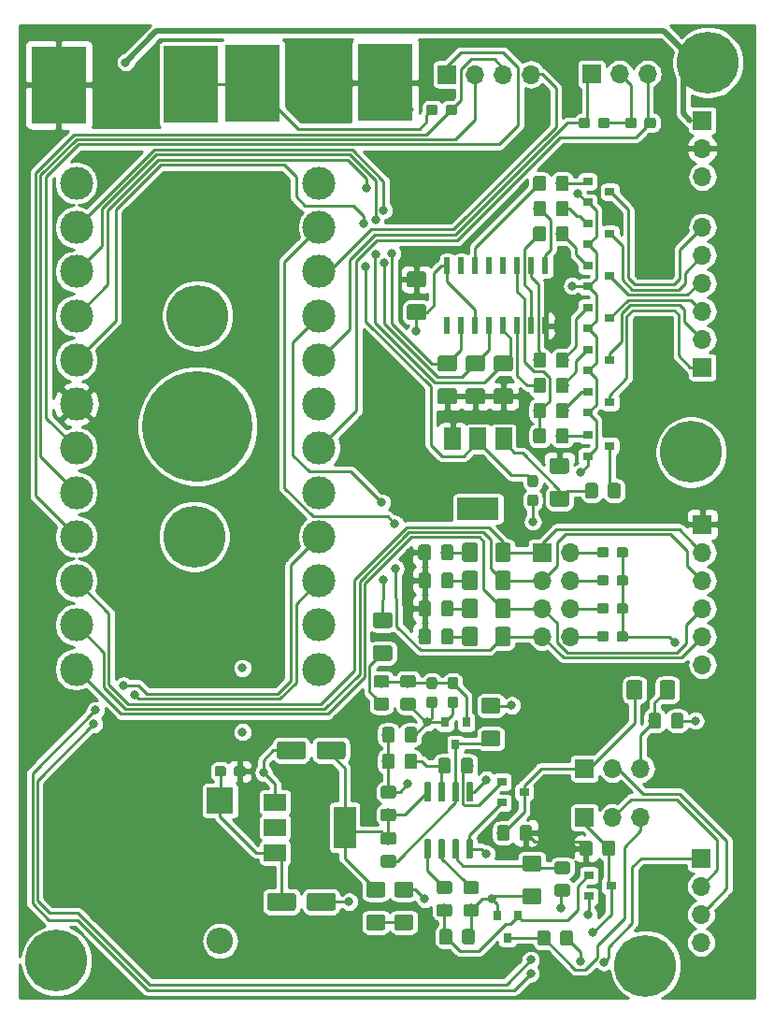
<source format=gbr>
G04 #@! TF.GenerationSoftware,KiCad,Pcbnew,5.1.1*
G04 #@! TF.CreationDate,2019-05-21T09:35:37+02:00*
G04 #@! TF.ProjectId,lunchbox-adapter,6c756e63-6862-46f7-982d-616461707465,rev?*
G04 #@! TF.SameCoordinates,PX6d20478PY83c6600*
G04 #@! TF.FileFunction,Copper,L1,Top*
G04 #@! TF.FilePolarity,Positive*
%FSLAX46Y46*%
G04 Gerber Fmt 4.6, Leading zero omitted, Abs format (unit mm)*
G04 Created by KiCad (PCBNEW 5.1.1) date 2019-05-21 09:35:37*
%MOMM*%
%LPD*%
G04 APERTURE LIST*
%ADD10C,5.600000*%
%ADD11C,10.000000*%
%ADD12C,3.000000*%
%ADD13R,5.000000X7.000000*%
%ADD14C,0.100000*%
%ADD15C,1.425000*%
%ADD16R,0.900000X0.800000*%
%ADD17O,1.700000X1.700000*%
%ADD18R,1.700000X1.700000*%
%ADD19C,0.600000*%
%ADD20C,1.600000*%
%ADD21C,0.950000*%
%ADD22R,2.400000X2.400000*%
%ADD23O,2.400000X2.400000*%
%ADD24R,3.800000X2.000000*%
%ADD25R,1.500000X2.000000*%
%ADD26R,0.800000X0.900000*%
%ADD27C,1.150000*%
%ADD28R,0.600000X1.500000*%
%ADD29R,2.000000X3.800000*%
%ADD30R,2.000000X1.500000*%
%ADD31C,0.800000*%
%ADD32C,0.250000*%
%ADD33C,0.500000*%
%ADD34C,0.254000*%
G04 APERTURE END LIST*
D10*
X16332200Y42324000D03*
X16637000Y62324000D03*
D11*
X16637000Y52324000D03*
D12*
X5637000Y30324000D03*
X27637000Y30324000D03*
X5637000Y34324000D03*
X27637000Y34324000D03*
X5637000Y38324000D03*
X27637000Y38324000D03*
X5637000Y42324000D03*
X27637000Y42324000D03*
X5637000Y46324000D03*
X27637000Y46324000D03*
X5637000Y50324000D03*
X27637000Y50324000D03*
X5637000Y54324000D03*
X27637000Y54324000D03*
X5637000Y58324000D03*
X27637000Y58324000D03*
X5637000Y62324000D03*
X27637000Y62324000D03*
X5637000Y66324000D03*
X27637000Y66324000D03*
X5637000Y70324000D03*
X27637000Y70324000D03*
X5637000Y74324000D03*
X27637000Y74324000D03*
D13*
X21635200Y83375500D03*
X33635200Y83426300D03*
X16045700Y83273900D03*
X4045700Y83223100D03*
D10*
X57188100Y3479800D03*
X3835400Y3937000D03*
X61328300Y49974500D03*
X62839600Y85242400D03*
D14*
G36*
X59669004Y29321796D02*
G01*
X59693273Y29318196D01*
X59717071Y29312235D01*
X59740171Y29303970D01*
X59762349Y29293480D01*
X59783393Y29280867D01*
X59803098Y29266253D01*
X59821277Y29249777D01*
X59837753Y29231598D01*
X59852367Y29211893D01*
X59864980Y29190849D01*
X59875470Y29168671D01*
X59883735Y29145571D01*
X59889696Y29121773D01*
X59893296Y29097504D01*
X59894500Y29073000D01*
X59894500Y27823000D01*
X59893296Y27798496D01*
X59889696Y27774227D01*
X59883735Y27750429D01*
X59875470Y27727329D01*
X59864980Y27705151D01*
X59852367Y27684107D01*
X59837753Y27664402D01*
X59821277Y27646223D01*
X59803098Y27629747D01*
X59783393Y27615133D01*
X59762349Y27602520D01*
X59740171Y27592030D01*
X59717071Y27583765D01*
X59693273Y27577804D01*
X59669004Y27574204D01*
X59644500Y27573000D01*
X58719500Y27573000D01*
X58694996Y27574204D01*
X58670727Y27577804D01*
X58646929Y27583765D01*
X58623829Y27592030D01*
X58601651Y27602520D01*
X58580607Y27615133D01*
X58560902Y27629747D01*
X58542723Y27646223D01*
X58526247Y27664402D01*
X58511633Y27684107D01*
X58499020Y27705151D01*
X58488530Y27727329D01*
X58480265Y27750429D01*
X58474304Y27774227D01*
X58470704Y27798496D01*
X58469500Y27823000D01*
X58469500Y29073000D01*
X58470704Y29097504D01*
X58474304Y29121773D01*
X58480265Y29145571D01*
X58488530Y29168671D01*
X58499020Y29190849D01*
X58511633Y29211893D01*
X58526247Y29231598D01*
X58542723Y29249777D01*
X58560902Y29266253D01*
X58580607Y29280867D01*
X58601651Y29293480D01*
X58623829Y29303970D01*
X58646929Y29312235D01*
X58670727Y29318196D01*
X58694996Y29321796D01*
X58719500Y29323000D01*
X59644500Y29323000D01*
X59669004Y29321796D01*
X59669004Y29321796D01*
G37*
D15*
X59182000Y28448000D03*
D14*
G36*
X56694004Y29321796D02*
G01*
X56718273Y29318196D01*
X56742071Y29312235D01*
X56765171Y29303970D01*
X56787349Y29293480D01*
X56808393Y29280867D01*
X56828098Y29266253D01*
X56846277Y29249777D01*
X56862753Y29231598D01*
X56877367Y29211893D01*
X56889980Y29190849D01*
X56900470Y29168671D01*
X56908735Y29145571D01*
X56914696Y29121773D01*
X56918296Y29097504D01*
X56919500Y29073000D01*
X56919500Y27823000D01*
X56918296Y27798496D01*
X56914696Y27774227D01*
X56908735Y27750429D01*
X56900470Y27727329D01*
X56889980Y27705151D01*
X56877367Y27684107D01*
X56862753Y27664402D01*
X56846277Y27646223D01*
X56828098Y27629747D01*
X56808393Y27615133D01*
X56787349Y27602520D01*
X56765171Y27592030D01*
X56742071Y27583765D01*
X56718273Y27577804D01*
X56694004Y27574204D01*
X56669500Y27573000D01*
X55744500Y27573000D01*
X55719996Y27574204D01*
X55695727Y27577804D01*
X55671929Y27583765D01*
X55648829Y27592030D01*
X55626651Y27602520D01*
X55605607Y27615133D01*
X55585902Y27629747D01*
X55567723Y27646223D01*
X55551247Y27664402D01*
X55536633Y27684107D01*
X55524020Y27705151D01*
X55513530Y27727329D01*
X55505265Y27750429D01*
X55499304Y27774227D01*
X55495704Y27798496D01*
X55494500Y27823000D01*
X55494500Y29073000D01*
X55495704Y29097504D01*
X55499304Y29121773D01*
X55505265Y29145571D01*
X55513530Y29168671D01*
X55524020Y29190849D01*
X55536633Y29211893D01*
X55551247Y29231598D01*
X55567723Y29249777D01*
X55585902Y29266253D01*
X55605607Y29280867D01*
X55626651Y29293480D01*
X55648829Y29303970D01*
X55671929Y29312235D01*
X55695727Y29318196D01*
X55719996Y29321796D01*
X55744500Y29323000D01*
X56669500Y29323000D01*
X56694004Y29321796D01*
X56694004Y29321796D01*
G37*
D15*
X56207000Y28448000D03*
D16*
X51959000Y51496000D03*
X51959000Y49596000D03*
X53959000Y50546000D03*
D17*
X62357000Y74930000D03*
X62357000Y77470000D03*
D18*
X62357000Y80010000D03*
X39204900Y84175600D03*
D17*
X41744900Y84175600D03*
X44284900Y84175600D03*
X46824900Y84175600D03*
D14*
G36*
X37629703Y14936278D02*
G01*
X37644264Y14934118D01*
X37658543Y14930541D01*
X37672403Y14925582D01*
X37685710Y14919288D01*
X37698336Y14911720D01*
X37710159Y14902952D01*
X37721066Y14893066D01*
X37730952Y14882159D01*
X37739720Y14870336D01*
X37747288Y14857710D01*
X37753582Y14844403D01*
X37758541Y14830543D01*
X37762118Y14816264D01*
X37764278Y14801703D01*
X37765000Y14787000D01*
X37765000Y13337000D01*
X37764278Y13322297D01*
X37762118Y13307736D01*
X37758541Y13293457D01*
X37753582Y13279597D01*
X37747288Y13266290D01*
X37739720Y13253664D01*
X37730952Y13241841D01*
X37721066Y13230934D01*
X37710159Y13221048D01*
X37698336Y13212280D01*
X37685710Y13204712D01*
X37672403Y13198418D01*
X37658543Y13193459D01*
X37644264Y13189882D01*
X37629703Y13187722D01*
X37615000Y13187000D01*
X37315000Y13187000D01*
X37300297Y13187722D01*
X37285736Y13189882D01*
X37271457Y13193459D01*
X37257597Y13198418D01*
X37244290Y13204712D01*
X37231664Y13212280D01*
X37219841Y13221048D01*
X37208934Y13230934D01*
X37199048Y13241841D01*
X37190280Y13253664D01*
X37182712Y13266290D01*
X37176418Y13279597D01*
X37171459Y13293457D01*
X37167882Y13307736D01*
X37165722Y13322297D01*
X37165000Y13337000D01*
X37165000Y14787000D01*
X37165722Y14801703D01*
X37167882Y14816264D01*
X37171459Y14830543D01*
X37176418Y14844403D01*
X37182712Y14857710D01*
X37190280Y14870336D01*
X37199048Y14882159D01*
X37208934Y14893066D01*
X37219841Y14902952D01*
X37231664Y14911720D01*
X37244290Y14919288D01*
X37257597Y14925582D01*
X37271457Y14930541D01*
X37285736Y14934118D01*
X37300297Y14936278D01*
X37315000Y14937000D01*
X37615000Y14937000D01*
X37629703Y14936278D01*
X37629703Y14936278D01*
G37*
D19*
X37465000Y14062000D03*
D14*
G36*
X38899703Y14936278D02*
G01*
X38914264Y14934118D01*
X38928543Y14930541D01*
X38942403Y14925582D01*
X38955710Y14919288D01*
X38968336Y14911720D01*
X38980159Y14902952D01*
X38991066Y14893066D01*
X39000952Y14882159D01*
X39009720Y14870336D01*
X39017288Y14857710D01*
X39023582Y14844403D01*
X39028541Y14830543D01*
X39032118Y14816264D01*
X39034278Y14801703D01*
X39035000Y14787000D01*
X39035000Y13337000D01*
X39034278Y13322297D01*
X39032118Y13307736D01*
X39028541Y13293457D01*
X39023582Y13279597D01*
X39017288Y13266290D01*
X39009720Y13253664D01*
X39000952Y13241841D01*
X38991066Y13230934D01*
X38980159Y13221048D01*
X38968336Y13212280D01*
X38955710Y13204712D01*
X38942403Y13198418D01*
X38928543Y13193459D01*
X38914264Y13189882D01*
X38899703Y13187722D01*
X38885000Y13187000D01*
X38585000Y13187000D01*
X38570297Y13187722D01*
X38555736Y13189882D01*
X38541457Y13193459D01*
X38527597Y13198418D01*
X38514290Y13204712D01*
X38501664Y13212280D01*
X38489841Y13221048D01*
X38478934Y13230934D01*
X38469048Y13241841D01*
X38460280Y13253664D01*
X38452712Y13266290D01*
X38446418Y13279597D01*
X38441459Y13293457D01*
X38437882Y13307736D01*
X38435722Y13322297D01*
X38435000Y13337000D01*
X38435000Y14787000D01*
X38435722Y14801703D01*
X38437882Y14816264D01*
X38441459Y14830543D01*
X38446418Y14844403D01*
X38452712Y14857710D01*
X38460280Y14870336D01*
X38469048Y14882159D01*
X38478934Y14893066D01*
X38489841Y14902952D01*
X38501664Y14911720D01*
X38514290Y14919288D01*
X38527597Y14925582D01*
X38541457Y14930541D01*
X38555736Y14934118D01*
X38570297Y14936278D01*
X38585000Y14937000D01*
X38885000Y14937000D01*
X38899703Y14936278D01*
X38899703Y14936278D01*
G37*
D19*
X38735000Y14062000D03*
D14*
G36*
X40169703Y14936278D02*
G01*
X40184264Y14934118D01*
X40198543Y14930541D01*
X40212403Y14925582D01*
X40225710Y14919288D01*
X40238336Y14911720D01*
X40250159Y14902952D01*
X40261066Y14893066D01*
X40270952Y14882159D01*
X40279720Y14870336D01*
X40287288Y14857710D01*
X40293582Y14844403D01*
X40298541Y14830543D01*
X40302118Y14816264D01*
X40304278Y14801703D01*
X40305000Y14787000D01*
X40305000Y13337000D01*
X40304278Y13322297D01*
X40302118Y13307736D01*
X40298541Y13293457D01*
X40293582Y13279597D01*
X40287288Y13266290D01*
X40279720Y13253664D01*
X40270952Y13241841D01*
X40261066Y13230934D01*
X40250159Y13221048D01*
X40238336Y13212280D01*
X40225710Y13204712D01*
X40212403Y13198418D01*
X40198543Y13193459D01*
X40184264Y13189882D01*
X40169703Y13187722D01*
X40155000Y13187000D01*
X39855000Y13187000D01*
X39840297Y13187722D01*
X39825736Y13189882D01*
X39811457Y13193459D01*
X39797597Y13198418D01*
X39784290Y13204712D01*
X39771664Y13212280D01*
X39759841Y13221048D01*
X39748934Y13230934D01*
X39739048Y13241841D01*
X39730280Y13253664D01*
X39722712Y13266290D01*
X39716418Y13279597D01*
X39711459Y13293457D01*
X39707882Y13307736D01*
X39705722Y13322297D01*
X39705000Y13337000D01*
X39705000Y14787000D01*
X39705722Y14801703D01*
X39707882Y14816264D01*
X39711459Y14830543D01*
X39716418Y14844403D01*
X39722712Y14857710D01*
X39730280Y14870336D01*
X39739048Y14882159D01*
X39748934Y14893066D01*
X39759841Y14902952D01*
X39771664Y14911720D01*
X39784290Y14919288D01*
X39797597Y14925582D01*
X39811457Y14930541D01*
X39825736Y14934118D01*
X39840297Y14936278D01*
X39855000Y14937000D01*
X40155000Y14937000D01*
X40169703Y14936278D01*
X40169703Y14936278D01*
G37*
D19*
X40005000Y14062000D03*
D14*
G36*
X41439703Y14936278D02*
G01*
X41454264Y14934118D01*
X41468543Y14930541D01*
X41482403Y14925582D01*
X41495710Y14919288D01*
X41508336Y14911720D01*
X41520159Y14902952D01*
X41531066Y14893066D01*
X41540952Y14882159D01*
X41549720Y14870336D01*
X41557288Y14857710D01*
X41563582Y14844403D01*
X41568541Y14830543D01*
X41572118Y14816264D01*
X41574278Y14801703D01*
X41575000Y14787000D01*
X41575000Y13337000D01*
X41574278Y13322297D01*
X41572118Y13307736D01*
X41568541Y13293457D01*
X41563582Y13279597D01*
X41557288Y13266290D01*
X41549720Y13253664D01*
X41540952Y13241841D01*
X41531066Y13230934D01*
X41520159Y13221048D01*
X41508336Y13212280D01*
X41495710Y13204712D01*
X41482403Y13198418D01*
X41468543Y13193459D01*
X41454264Y13189882D01*
X41439703Y13187722D01*
X41425000Y13187000D01*
X41125000Y13187000D01*
X41110297Y13187722D01*
X41095736Y13189882D01*
X41081457Y13193459D01*
X41067597Y13198418D01*
X41054290Y13204712D01*
X41041664Y13212280D01*
X41029841Y13221048D01*
X41018934Y13230934D01*
X41009048Y13241841D01*
X41000280Y13253664D01*
X40992712Y13266290D01*
X40986418Y13279597D01*
X40981459Y13293457D01*
X40977882Y13307736D01*
X40975722Y13322297D01*
X40975000Y13337000D01*
X40975000Y14787000D01*
X40975722Y14801703D01*
X40977882Y14816264D01*
X40981459Y14830543D01*
X40986418Y14844403D01*
X40992712Y14857710D01*
X41000280Y14870336D01*
X41009048Y14882159D01*
X41018934Y14893066D01*
X41029841Y14902952D01*
X41041664Y14911720D01*
X41054290Y14919288D01*
X41067597Y14925582D01*
X41081457Y14930541D01*
X41095736Y14934118D01*
X41110297Y14936278D01*
X41125000Y14937000D01*
X41425000Y14937000D01*
X41439703Y14936278D01*
X41439703Y14936278D01*
G37*
D19*
X41275000Y14062000D03*
D14*
G36*
X41439703Y20086278D02*
G01*
X41454264Y20084118D01*
X41468543Y20080541D01*
X41482403Y20075582D01*
X41495710Y20069288D01*
X41508336Y20061720D01*
X41520159Y20052952D01*
X41531066Y20043066D01*
X41540952Y20032159D01*
X41549720Y20020336D01*
X41557288Y20007710D01*
X41563582Y19994403D01*
X41568541Y19980543D01*
X41572118Y19966264D01*
X41574278Y19951703D01*
X41575000Y19937000D01*
X41575000Y18487000D01*
X41574278Y18472297D01*
X41572118Y18457736D01*
X41568541Y18443457D01*
X41563582Y18429597D01*
X41557288Y18416290D01*
X41549720Y18403664D01*
X41540952Y18391841D01*
X41531066Y18380934D01*
X41520159Y18371048D01*
X41508336Y18362280D01*
X41495710Y18354712D01*
X41482403Y18348418D01*
X41468543Y18343459D01*
X41454264Y18339882D01*
X41439703Y18337722D01*
X41425000Y18337000D01*
X41125000Y18337000D01*
X41110297Y18337722D01*
X41095736Y18339882D01*
X41081457Y18343459D01*
X41067597Y18348418D01*
X41054290Y18354712D01*
X41041664Y18362280D01*
X41029841Y18371048D01*
X41018934Y18380934D01*
X41009048Y18391841D01*
X41000280Y18403664D01*
X40992712Y18416290D01*
X40986418Y18429597D01*
X40981459Y18443457D01*
X40977882Y18457736D01*
X40975722Y18472297D01*
X40975000Y18487000D01*
X40975000Y19937000D01*
X40975722Y19951703D01*
X40977882Y19966264D01*
X40981459Y19980543D01*
X40986418Y19994403D01*
X40992712Y20007710D01*
X41000280Y20020336D01*
X41009048Y20032159D01*
X41018934Y20043066D01*
X41029841Y20052952D01*
X41041664Y20061720D01*
X41054290Y20069288D01*
X41067597Y20075582D01*
X41081457Y20080541D01*
X41095736Y20084118D01*
X41110297Y20086278D01*
X41125000Y20087000D01*
X41425000Y20087000D01*
X41439703Y20086278D01*
X41439703Y20086278D01*
G37*
D19*
X41275000Y19212000D03*
D14*
G36*
X40169703Y20086278D02*
G01*
X40184264Y20084118D01*
X40198543Y20080541D01*
X40212403Y20075582D01*
X40225710Y20069288D01*
X40238336Y20061720D01*
X40250159Y20052952D01*
X40261066Y20043066D01*
X40270952Y20032159D01*
X40279720Y20020336D01*
X40287288Y20007710D01*
X40293582Y19994403D01*
X40298541Y19980543D01*
X40302118Y19966264D01*
X40304278Y19951703D01*
X40305000Y19937000D01*
X40305000Y18487000D01*
X40304278Y18472297D01*
X40302118Y18457736D01*
X40298541Y18443457D01*
X40293582Y18429597D01*
X40287288Y18416290D01*
X40279720Y18403664D01*
X40270952Y18391841D01*
X40261066Y18380934D01*
X40250159Y18371048D01*
X40238336Y18362280D01*
X40225710Y18354712D01*
X40212403Y18348418D01*
X40198543Y18343459D01*
X40184264Y18339882D01*
X40169703Y18337722D01*
X40155000Y18337000D01*
X39855000Y18337000D01*
X39840297Y18337722D01*
X39825736Y18339882D01*
X39811457Y18343459D01*
X39797597Y18348418D01*
X39784290Y18354712D01*
X39771664Y18362280D01*
X39759841Y18371048D01*
X39748934Y18380934D01*
X39739048Y18391841D01*
X39730280Y18403664D01*
X39722712Y18416290D01*
X39716418Y18429597D01*
X39711459Y18443457D01*
X39707882Y18457736D01*
X39705722Y18472297D01*
X39705000Y18487000D01*
X39705000Y19937000D01*
X39705722Y19951703D01*
X39707882Y19966264D01*
X39711459Y19980543D01*
X39716418Y19994403D01*
X39722712Y20007710D01*
X39730280Y20020336D01*
X39739048Y20032159D01*
X39748934Y20043066D01*
X39759841Y20052952D01*
X39771664Y20061720D01*
X39784290Y20069288D01*
X39797597Y20075582D01*
X39811457Y20080541D01*
X39825736Y20084118D01*
X39840297Y20086278D01*
X39855000Y20087000D01*
X40155000Y20087000D01*
X40169703Y20086278D01*
X40169703Y20086278D01*
G37*
D19*
X40005000Y19212000D03*
D14*
G36*
X38899703Y20086278D02*
G01*
X38914264Y20084118D01*
X38928543Y20080541D01*
X38942403Y20075582D01*
X38955710Y20069288D01*
X38968336Y20061720D01*
X38980159Y20052952D01*
X38991066Y20043066D01*
X39000952Y20032159D01*
X39009720Y20020336D01*
X39017288Y20007710D01*
X39023582Y19994403D01*
X39028541Y19980543D01*
X39032118Y19966264D01*
X39034278Y19951703D01*
X39035000Y19937000D01*
X39035000Y18487000D01*
X39034278Y18472297D01*
X39032118Y18457736D01*
X39028541Y18443457D01*
X39023582Y18429597D01*
X39017288Y18416290D01*
X39009720Y18403664D01*
X39000952Y18391841D01*
X38991066Y18380934D01*
X38980159Y18371048D01*
X38968336Y18362280D01*
X38955710Y18354712D01*
X38942403Y18348418D01*
X38928543Y18343459D01*
X38914264Y18339882D01*
X38899703Y18337722D01*
X38885000Y18337000D01*
X38585000Y18337000D01*
X38570297Y18337722D01*
X38555736Y18339882D01*
X38541457Y18343459D01*
X38527597Y18348418D01*
X38514290Y18354712D01*
X38501664Y18362280D01*
X38489841Y18371048D01*
X38478934Y18380934D01*
X38469048Y18391841D01*
X38460280Y18403664D01*
X38452712Y18416290D01*
X38446418Y18429597D01*
X38441459Y18443457D01*
X38437882Y18457736D01*
X38435722Y18472297D01*
X38435000Y18487000D01*
X38435000Y19937000D01*
X38435722Y19951703D01*
X38437882Y19966264D01*
X38441459Y19980543D01*
X38446418Y19994403D01*
X38452712Y20007710D01*
X38460280Y20020336D01*
X38469048Y20032159D01*
X38478934Y20043066D01*
X38489841Y20052952D01*
X38501664Y20061720D01*
X38514290Y20069288D01*
X38527597Y20075582D01*
X38541457Y20080541D01*
X38555736Y20084118D01*
X38570297Y20086278D01*
X38585000Y20087000D01*
X38885000Y20087000D01*
X38899703Y20086278D01*
X38899703Y20086278D01*
G37*
D19*
X38735000Y19212000D03*
D14*
G36*
X37629703Y20086278D02*
G01*
X37644264Y20084118D01*
X37658543Y20080541D01*
X37672403Y20075582D01*
X37685710Y20069288D01*
X37698336Y20061720D01*
X37710159Y20052952D01*
X37721066Y20043066D01*
X37730952Y20032159D01*
X37739720Y20020336D01*
X37747288Y20007710D01*
X37753582Y19994403D01*
X37758541Y19980543D01*
X37762118Y19966264D01*
X37764278Y19951703D01*
X37765000Y19937000D01*
X37765000Y18487000D01*
X37764278Y18472297D01*
X37762118Y18457736D01*
X37758541Y18443457D01*
X37753582Y18429597D01*
X37747288Y18416290D01*
X37739720Y18403664D01*
X37730952Y18391841D01*
X37721066Y18380934D01*
X37710159Y18371048D01*
X37698336Y18362280D01*
X37685710Y18354712D01*
X37672403Y18348418D01*
X37658543Y18343459D01*
X37644264Y18339882D01*
X37629703Y18337722D01*
X37615000Y18337000D01*
X37315000Y18337000D01*
X37300297Y18337722D01*
X37285736Y18339882D01*
X37271457Y18343459D01*
X37257597Y18348418D01*
X37244290Y18354712D01*
X37231664Y18362280D01*
X37219841Y18371048D01*
X37208934Y18380934D01*
X37199048Y18391841D01*
X37190280Y18403664D01*
X37182712Y18416290D01*
X37176418Y18429597D01*
X37171459Y18443457D01*
X37167882Y18457736D01*
X37165722Y18472297D01*
X37165000Y18487000D01*
X37165000Y19937000D01*
X37165722Y19951703D01*
X37167882Y19966264D01*
X37171459Y19980543D01*
X37176418Y19994403D01*
X37182712Y20007710D01*
X37190280Y20020336D01*
X37199048Y20032159D01*
X37208934Y20043066D01*
X37219841Y20052952D01*
X37231664Y20061720D01*
X37244290Y20069288D01*
X37257597Y20075582D01*
X37271457Y20080541D01*
X37285736Y20084118D01*
X37300297Y20086278D01*
X37315000Y20087000D01*
X37615000Y20087000D01*
X37629703Y20086278D01*
X37629703Y20086278D01*
G37*
D19*
X37465000Y19212000D03*
D14*
G36*
X28909504Y10069796D02*
G01*
X28933773Y10066196D01*
X28957571Y10060235D01*
X28980671Y10051970D01*
X29002849Y10041480D01*
X29023893Y10028867D01*
X29043598Y10014253D01*
X29061777Y9997777D01*
X29078253Y9979598D01*
X29092867Y9959893D01*
X29105480Y9938849D01*
X29115970Y9916671D01*
X29124235Y9893571D01*
X29130196Y9869773D01*
X29133796Y9845504D01*
X29135000Y9821000D01*
X29135000Y8721000D01*
X29133796Y8696496D01*
X29130196Y8672227D01*
X29124235Y8648429D01*
X29115970Y8625329D01*
X29105480Y8603151D01*
X29092867Y8582107D01*
X29078253Y8562402D01*
X29061777Y8544223D01*
X29043598Y8527747D01*
X29023893Y8513133D01*
X29002849Y8500520D01*
X28980671Y8490030D01*
X28957571Y8481765D01*
X28933773Y8475804D01*
X28909504Y8472204D01*
X28885000Y8471000D01*
X26785000Y8471000D01*
X26760496Y8472204D01*
X26736227Y8475804D01*
X26712429Y8481765D01*
X26689329Y8490030D01*
X26667151Y8500520D01*
X26646107Y8513133D01*
X26626402Y8527747D01*
X26608223Y8544223D01*
X26591747Y8562402D01*
X26577133Y8582107D01*
X26564520Y8603151D01*
X26554030Y8625329D01*
X26545765Y8648429D01*
X26539804Y8672227D01*
X26536204Y8696496D01*
X26535000Y8721000D01*
X26535000Y9821000D01*
X26536204Y9845504D01*
X26539804Y9869773D01*
X26545765Y9893571D01*
X26554030Y9916671D01*
X26564520Y9938849D01*
X26577133Y9959893D01*
X26591747Y9979598D01*
X26608223Y9997777D01*
X26626402Y10014253D01*
X26646107Y10028867D01*
X26667151Y10041480D01*
X26689329Y10051970D01*
X26712429Y10060235D01*
X26736227Y10066196D01*
X26760496Y10069796D01*
X26785000Y10071000D01*
X28885000Y10071000D01*
X28909504Y10069796D01*
X28909504Y10069796D01*
G37*
D20*
X27835000Y9271000D03*
D14*
G36*
X25309504Y10069796D02*
G01*
X25333773Y10066196D01*
X25357571Y10060235D01*
X25380671Y10051970D01*
X25402849Y10041480D01*
X25423893Y10028867D01*
X25443598Y10014253D01*
X25461777Y9997777D01*
X25478253Y9979598D01*
X25492867Y9959893D01*
X25505480Y9938849D01*
X25515970Y9916671D01*
X25524235Y9893571D01*
X25530196Y9869773D01*
X25533796Y9845504D01*
X25535000Y9821000D01*
X25535000Y8721000D01*
X25533796Y8696496D01*
X25530196Y8672227D01*
X25524235Y8648429D01*
X25515970Y8625329D01*
X25505480Y8603151D01*
X25492867Y8582107D01*
X25478253Y8562402D01*
X25461777Y8544223D01*
X25443598Y8527747D01*
X25423893Y8513133D01*
X25402849Y8500520D01*
X25380671Y8490030D01*
X25357571Y8481765D01*
X25333773Y8475804D01*
X25309504Y8472204D01*
X25285000Y8471000D01*
X23185000Y8471000D01*
X23160496Y8472204D01*
X23136227Y8475804D01*
X23112429Y8481765D01*
X23089329Y8490030D01*
X23067151Y8500520D01*
X23046107Y8513133D01*
X23026402Y8527747D01*
X23008223Y8544223D01*
X22991747Y8562402D01*
X22977133Y8582107D01*
X22964520Y8603151D01*
X22954030Y8625329D01*
X22945765Y8648429D01*
X22939804Y8672227D01*
X22936204Y8696496D01*
X22935000Y8721000D01*
X22935000Y9821000D01*
X22936204Y9845504D01*
X22939804Y9869773D01*
X22945765Y9893571D01*
X22954030Y9916671D01*
X22964520Y9938849D01*
X22977133Y9959893D01*
X22991747Y9979598D01*
X23008223Y9997777D01*
X23026402Y10014253D01*
X23046107Y10028867D01*
X23067151Y10041480D01*
X23089329Y10051970D01*
X23112429Y10060235D01*
X23136227Y10066196D01*
X23160496Y10069796D01*
X23185000Y10071000D01*
X25285000Y10071000D01*
X25309504Y10069796D01*
X25309504Y10069796D01*
G37*
D20*
X24235000Y9271000D03*
D14*
G36*
X29798504Y23785796D02*
G01*
X29822773Y23782196D01*
X29846571Y23776235D01*
X29869671Y23767970D01*
X29891849Y23757480D01*
X29912893Y23744867D01*
X29932598Y23730253D01*
X29950777Y23713777D01*
X29967253Y23695598D01*
X29981867Y23675893D01*
X29994480Y23654849D01*
X30004970Y23632671D01*
X30013235Y23609571D01*
X30019196Y23585773D01*
X30022796Y23561504D01*
X30024000Y23537000D01*
X30024000Y22437000D01*
X30022796Y22412496D01*
X30019196Y22388227D01*
X30013235Y22364429D01*
X30004970Y22341329D01*
X29994480Y22319151D01*
X29981867Y22298107D01*
X29967253Y22278402D01*
X29950777Y22260223D01*
X29932598Y22243747D01*
X29912893Y22229133D01*
X29891849Y22216520D01*
X29869671Y22206030D01*
X29846571Y22197765D01*
X29822773Y22191804D01*
X29798504Y22188204D01*
X29774000Y22187000D01*
X27674000Y22187000D01*
X27649496Y22188204D01*
X27625227Y22191804D01*
X27601429Y22197765D01*
X27578329Y22206030D01*
X27556151Y22216520D01*
X27535107Y22229133D01*
X27515402Y22243747D01*
X27497223Y22260223D01*
X27480747Y22278402D01*
X27466133Y22298107D01*
X27453520Y22319151D01*
X27443030Y22341329D01*
X27434765Y22364429D01*
X27428804Y22388227D01*
X27425204Y22412496D01*
X27424000Y22437000D01*
X27424000Y23537000D01*
X27425204Y23561504D01*
X27428804Y23585773D01*
X27434765Y23609571D01*
X27443030Y23632671D01*
X27453520Y23654849D01*
X27466133Y23675893D01*
X27480747Y23695598D01*
X27497223Y23713777D01*
X27515402Y23730253D01*
X27535107Y23744867D01*
X27556151Y23757480D01*
X27578329Y23767970D01*
X27601429Y23776235D01*
X27625227Y23782196D01*
X27649496Y23785796D01*
X27674000Y23787000D01*
X29774000Y23787000D01*
X29798504Y23785796D01*
X29798504Y23785796D01*
G37*
D20*
X28724000Y22987000D03*
D14*
G36*
X26198504Y23785796D02*
G01*
X26222773Y23782196D01*
X26246571Y23776235D01*
X26269671Y23767970D01*
X26291849Y23757480D01*
X26312893Y23744867D01*
X26332598Y23730253D01*
X26350777Y23713777D01*
X26367253Y23695598D01*
X26381867Y23675893D01*
X26394480Y23654849D01*
X26404970Y23632671D01*
X26413235Y23609571D01*
X26419196Y23585773D01*
X26422796Y23561504D01*
X26424000Y23537000D01*
X26424000Y22437000D01*
X26422796Y22412496D01*
X26419196Y22388227D01*
X26413235Y22364429D01*
X26404970Y22341329D01*
X26394480Y22319151D01*
X26381867Y22298107D01*
X26367253Y22278402D01*
X26350777Y22260223D01*
X26332598Y22243747D01*
X26312893Y22229133D01*
X26291849Y22216520D01*
X26269671Y22206030D01*
X26246571Y22197765D01*
X26222773Y22191804D01*
X26198504Y22188204D01*
X26174000Y22187000D01*
X24074000Y22187000D01*
X24049496Y22188204D01*
X24025227Y22191804D01*
X24001429Y22197765D01*
X23978329Y22206030D01*
X23956151Y22216520D01*
X23935107Y22229133D01*
X23915402Y22243747D01*
X23897223Y22260223D01*
X23880747Y22278402D01*
X23866133Y22298107D01*
X23853520Y22319151D01*
X23843030Y22341329D01*
X23834765Y22364429D01*
X23828804Y22388227D01*
X23825204Y22412496D01*
X23824000Y22437000D01*
X23824000Y23537000D01*
X23825204Y23561504D01*
X23828804Y23585773D01*
X23834765Y23609571D01*
X23843030Y23632671D01*
X23853520Y23654849D01*
X23866133Y23675893D01*
X23880747Y23695598D01*
X23897223Y23713777D01*
X23915402Y23730253D01*
X23935107Y23744867D01*
X23956151Y23757480D01*
X23978329Y23767970D01*
X24001429Y23776235D01*
X24025227Y23782196D01*
X24049496Y23785796D01*
X24074000Y23787000D01*
X26174000Y23787000D01*
X26198504Y23785796D01*
X26198504Y23785796D01*
G37*
D20*
X25124000Y22987000D03*
D14*
G36*
X37098504Y66333796D02*
G01*
X37122773Y66330196D01*
X37146571Y66324235D01*
X37169671Y66315970D01*
X37191849Y66305480D01*
X37212893Y66292867D01*
X37232598Y66278253D01*
X37250777Y66261777D01*
X37267253Y66243598D01*
X37281867Y66223893D01*
X37294480Y66202849D01*
X37304970Y66180671D01*
X37313235Y66157571D01*
X37319196Y66133773D01*
X37322796Y66109504D01*
X37324000Y66085000D01*
X37324000Y65160000D01*
X37322796Y65135496D01*
X37319196Y65111227D01*
X37313235Y65087429D01*
X37304970Y65064329D01*
X37294480Y65042151D01*
X37281867Y65021107D01*
X37267253Y65001402D01*
X37250777Y64983223D01*
X37232598Y64966747D01*
X37212893Y64952133D01*
X37191849Y64939520D01*
X37169671Y64929030D01*
X37146571Y64920765D01*
X37122773Y64914804D01*
X37098504Y64911204D01*
X37074000Y64910000D01*
X35824000Y64910000D01*
X35799496Y64911204D01*
X35775227Y64914804D01*
X35751429Y64920765D01*
X35728329Y64929030D01*
X35706151Y64939520D01*
X35685107Y64952133D01*
X35665402Y64966747D01*
X35647223Y64983223D01*
X35630747Y65001402D01*
X35616133Y65021107D01*
X35603520Y65042151D01*
X35593030Y65064329D01*
X35584765Y65087429D01*
X35578804Y65111227D01*
X35575204Y65135496D01*
X35574000Y65160000D01*
X35574000Y66085000D01*
X35575204Y66109504D01*
X35578804Y66133773D01*
X35584765Y66157571D01*
X35593030Y66180671D01*
X35603520Y66202849D01*
X35616133Y66223893D01*
X35630747Y66243598D01*
X35647223Y66261777D01*
X35665402Y66278253D01*
X35685107Y66292867D01*
X35706151Y66305480D01*
X35728329Y66315970D01*
X35751429Y66324235D01*
X35775227Y66330196D01*
X35799496Y66333796D01*
X35824000Y66335000D01*
X37074000Y66335000D01*
X37098504Y66333796D01*
X37098504Y66333796D01*
G37*
D15*
X36449000Y65622500D03*
D14*
G36*
X37098504Y63358796D02*
G01*
X37122773Y63355196D01*
X37146571Y63349235D01*
X37169671Y63340970D01*
X37191849Y63330480D01*
X37212893Y63317867D01*
X37232598Y63303253D01*
X37250777Y63286777D01*
X37267253Y63268598D01*
X37281867Y63248893D01*
X37294480Y63227849D01*
X37304970Y63205671D01*
X37313235Y63182571D01*
X37319196Y63158773D01*
X37322796Y63134504D01*
X37324000Y63110000D01*
X37324000Y62185000D01*
X37322796Y62160496D01*
X37319196Y62136227D01*
X37313235Y62112429D01*
X37304970Y62089329D01*
X37294480Y62067151D01*
X37281867Y62046107D01*
X37267253Y62026402D01*
X37250777Y62008223D01*
X37232598Y61991747D01*
X37212893Y61977133D01*
X37191849Y61964520D01*
X37169671Y61954030D01*
X37146571Y61945765D01*
X37122773Y61939804D01*
X37098504Y61936204D01*
X37074000Y61935000D01*
X35824000Y61935000D01*
X35799496Y61936204D01*
X35775227Y61939804D01*
X35751429Y61945765D01*
X35728329Y61954030D01*
X35706151Y61964520D01*
X35685107Y61977133D01*
X35665402Y61991747D01*
X35647223Y62008223D01*
X35630747Y62026402D01*
X35616133Y62046107D01*
X35603520Y62067151D01*
X35593030Y62089329D01*
X35584765Y62112429D01*
X35578804Y62136227D01*
X35575204Y62160496D01*
X35574000Y62185000D01*
X35574000Y63110000D01*
X35575204Y63134504D01*
X35578804Y63158773D01*
X35584765Y63182571D01*
X35593030Y63205671D01*
X35603520Y63227849D01*
X35616133Y63248893D01*
X35630747Y63268598D01*
X35647223Y63286777D01*
X35665402Y63303253D01*
X35685107Y63317867D01*
X35706151Y63330480D01*
X35728329Y63340970D01*
X35751429Y63349235D01*
X35775227Y63355196D01*
X35799496Y63358796D01*
X35824000Y63360000D01*
X37074000Y63360000D01*
X37098504Y63358796D01*
X37098504Y63358796D01*
G37*
D15*
X36449000Y62647500D03*
D14*
G36*
X38106779Y29592856D02*
G01*
X38129834Y29589437D01*
X38152443Y29583773D01*
X38174387Y29575921D01*
X38195457Y29565956D01*
X38215448Y29553974D01*
X38234168Y29540090D01*
X38251438Y29524438D01*
X38267090Y29507168D01*
X38280974Y29488448D01*
X38292956Y29468457D01*
X38302921Y29447387D01*
X38310773Y29425443D01*
X38316437Y29402834D01*
X38319856Y29379779D01*
X38321000Y29356500D01*
X38321000Y28781500D01*
X38319856Y28758221D01*
X38316437Y28735166D01*
X38310773Y28712557D01*
X38302921Y28690613D01*
X38292956Y28669543D01*
X38280974Y28649552D01*
X38267090Y28630832D01*
X38251438Y28613562D01*
X38234168Y28597910D01*
X38215448Y28584026D01*
X38195457Y28572044D01*
X38174387Y28562079D01*
X38152443Y28554227D01*
X38129834Y28548563D01*
X38106779Y28545144D01*
X38083500Y28544000D01*
X37608500Y28544000D01*
X37585221Y28545144D01*
X37562166Y28548563D01*
X37539557Y28554227D01*
X37517613Y28562079D01*
X37496543Y28572044D01*
X37476552Y28584026D01*
X37457832Y28597910D01*
X37440562Y28613562D01*
X37424910Y28630832D01*
X37411026Y28649552D01*
X37399044Y28669543D01*
X37389079Y28690613D01*
X37381227Y28712557D01*
X37375563Y28735166D01*
X37372144Y28758221D01*
X37371000Y28781500D01*
X37371000Y29356500D01*
X37372144Y29379779D01*
X37375563Y29402834D01*
X37381227Y29425443D01*
X37389079Y29447387D01*
X37399044Y29468457D01*
X37411026Y29488448D01*
X37424910Y29507168D01*
X37440562Y29524438D01*
X37457832Y29540090D01*
X37476552Y29553974D01*
X37496543Y29565956D01*
X37517613Y29575921D01*
X37539557Y29583773D01*
X37562166Y29589437D01*
X37585221Y29592856D01*
X37608500Y29594000D01*
X38083500Y29594000D01*
X38106779Y29592856D01*
X38106779Y29592856D01*
G37*
D21*
X37846000Y29069000D03*
D14*
G36*
X38106779Y27842856D02*
G01*
X38129834Y27839437D01*
X38152443Y27833773D01*
X38174387Y27825921D01*
X38195457Y27815956D01*
X38215448Y27803974D01*
X38234168Y27790090D01*
X38251438Y27774438D01*
X38267090Y27757168D01*
X38280974Y27738448D01*
X38292956Y27718457D01*
X38302921Y27697387D01*
X38310773Y27675443D01*
X38316437Y27652834D01*
X38319856Y27629779D01*
X38321000Y27606500D01*
X38321000Y27031500D01*
X38319856Y27008221D01*
X38316437Y26985166D01*
X38310773Y26962557D01*
X38302921Y26940613D01*
X38292956Y26919543D01*
X38280974Y26899552D01*
X38267090Y26880832D01*
X38251438Y26863562D01*
X38234168Y26847910D01*
X38215448Y26834026D01*
X38195457Y26822044D01*
X38174387Y26812079D01*
X38152443Y26804227D01*
X38129834Y26798563D01*
X38106779Y26795144D01*
X38083500Y26794000D01*
X37608500Y26794000D01*
X37585221Y26795144D01*
X37562166Y26798563D01*
X37539557Y26804227D01*
X37517613Y26812079D01*
X37496543Y26822044D01*
X37476552Y26834026D01*
X37457832Y26847910D01*
X37440562Y26863562D01*
X37424910Y26880832D01*
X37411026Y26899552D01*
X37399044Y26919543D01*
X37389079Y26940613D01*
X37381227Y26962557D01*
X37375563Y26985166D01*
X37372144Y27008221D01*
X37371000Y27031500D01*
X37371000Y27606500D01*
X37372144Y27629779D01*
X37375563Y27652834D01*
X37381227Y27675443D01*
X37389079Y27697387D01*
X37399044Y27718457D01*
X37411026Y27738448D01*
X37424910Y27757168D01*
X37440562Y27774438D01*
X37457832Y27790090D01*
X37476552Y27803974D01*
X37496543Y27815956D01*
X37517613Y27825921D01*
X37539557Y27833773D01*
X37562166Y27839437D01*
X37585221Y27842856D01*
X37608500Y27844000D01*
X38083500Y27844000D01*
X38106779Y27842856D01*
X38106779Y27842856D01*
G37*
D21*
X37846000Y27319000D03*
D14*
G36*
X47563304Y10475996D02*
G01*
X47587573Y10472396D01*
X47611371Y10466435D01*
X47634471Y10458170D01*
X47656649Y10447680D01*
X47677693Y10435067D01*
X47697398Y10420453D01*
X47715577Y10403977D01*
X47732053Y10385798D01*
X47746667Y10366093D01*
X47759280Y10345049D01*
X47769770Y10322871D01*
X47778035Y10299771D01*
X47783996Y10275973D01*
X47787596Y10251704D01*
X47788800Y10227200D01*
X47788800Y9302200D01*
X47787596Y9277696D01*
X47783996Y9253427D01*
X47778035Y9229629D01*
X47769770Y9206529D01*
X47759280Y9184351D01*
X47746667Y9163307D01*
X47732053Y9143602D01*
X47715577Y9125423D01*
X47697398Y9108947D01*
X47677693Y9094333D01*
X47656649Y9081720D01*
X47634471Y9071230D01*
X47611371Y9062965D01*
X47587573Y9057004D01*
X47563304Y9053404D01*
X47538800Y9052200D01*
X46288800Y9052200D01*
X46264296Y9053404D01*
X46240027Y9057004D01*
X46216229Y9062965D01*
X46193129Y9071230D01*
X46170951Y9081720D01*
X46149907Y9094333D01*
X46130202Y9108947D01*
X46112023Y9125423D01*
X46095547Y9143602D01*
X46080933Y9163307D01*
X46068320Y9184351D01*
X46057830Y9206529D01*
X46049565Y9229629D01*
X46043604Y9253427D01*
X46040004Y9277696D01*
X46038800Y9302200D01*
X46038800Y10227200D01*
X46040004Y10251704D01*
X46043604Y10275973D01*
X46049565Y10299771D01*
X46057830Y10322871D01*
X46068320Y10345049D01*
X46080933Y10366093D01*
X46095547Y10385798D01*
X46112023Y10403977D01*
X46130202Y10420453D01*
X46149907Y10435067D01*
X46170951Y10447680D01*
X46193129Y10458170D01*
X46216229Y10466435D01*
X46240027Y10472396D01*
X46264296Y10475996D01*
X46288800Y10477200D01*
X47538800Y10477200D01*
X47563304Y10475996D01*
X47563304Y10475996D01*
G37*
D15*
X46913800Y9764700D03*
D14*
G36*
X47563304Y13450996D02*
G01*
X47587573Y13447396D01*
X47611371Y13441435D01*
X47634471Y13433170D01*
X47656649Y13422680D01*
X47677693Y13410067D01*
X47697398Y13395453D01*
X47715577Y13378977D01*
X47732053Y13360798D01*
X47746667Y13341093D01*
X47759280Y13320049D01*
X47769770Y13297871D01*
X47778035Y13274771D01*
X47783996Y13250973D01*
X47787596Y13226704D01*
X47788800Y13202200D01*
X47788800Y12277200D01*
X47787596Y12252696D01*
X47783996Y12228427D01*
X47778035Y12204629D01*
X47769770Y12181529D01*
X47759280Y12159351D01*
X47746667Y12138307D01*
X47732053Y12118602D01*
X47715577Y12100423D01*
X47697398Y12083947D01*
X47677693Y12069333D01*
X47656649Y12056720D01*
X47634471Y12046230D01*
X47611371Y12037965D01*
X47587573Y12032004D01*
X47563304Y12028404D01*
X47538800Y12027200D01*
X46288800Y12027200D01*
X46264296Y12028404D01*
X46240027Y12032004D01*
X46216229Y12037965D01*
X46193129Y12046230D01*
X46170951Y12056720D01*
X46149907Y12069333D01*
X46130202Y12083947D01*
X46112023Y12100423D01*
X46095547Y12118602D01*
X46080933Y12138307D01*
X46068320Y12159351D01*
X46057830Y12181529D01*
X46049565Y12204629D01*
X46043604Y12228427D01*
X46040004Y12252696D01*
X46038800Y12277200D01*
X46038800Y13202200D01*
X46040004Y13226704D01*
X46043604Y13250973D01*
X46049565Y13274771D01*
X46057830Y13297871D01*
X46068320Y13320049D01*
X46080933Y13341093D01*
X46095547Y13360798D01*
X46112023Y13378977D01*
X46130202Y13395453D01*
X46149907Y13410067D01*
X46170951Y13422680D01*
X46193129Y13433170D01*
X46216229Y13441435D01*
X46240027Y13447396D01*
X46264296Y13450996D01*
X46288800Y13452200D01*
X47538800Y13452200D01*
X47563304Y13450996D01*
X47563304Y13450996D01*
G37*
D15*
X46913800Y12739700D03*
D14*
G36*
X43829504Y27725796D02*
G01*
X43853773Y27722196D01*
X43877571Y27716235D01*
X43900671Y27707970D01*
X43922849Y27697480D01*
X43943893Y27684867D01*
X43963598Y27670253D01*
X43981777Y27653777D01*
X43998253Y27635598D01*
X44012867Y27615893D01*
X44025480Y27594849D01*
X44035970Y27572671D01*
X44044235Y27549571D01*
X44050196Y27525773D01*
X44053796Y27501504D01*
X44055000Y27477000D01*
X44055000Y26552000D01*
X44053796Y26527496D01*
X44050196Y26503227D01*
X44044235Y26479429D01*
X44035970Y26456329D01*
X44025480Y26434151D01*
X44012867Y26413107D01*
X43998253Y26393402D01*
X43981777Y26375223D01*
X43963598Y26358747D01*
X43943893Y26344133D01*
X43922849Y26331520D01*
X43900671Y26321030D01*
X43877571Y26312765D01*
X43853773Y26306804D01*
X43829504Y26303204D01*
X43805000Y26302000D01*
X42555000Y26302000D01*
X42530496Y26303204D01*
X42506227Y26306804D01*
X42482429Y26312765D01*
X42459329Y26321030D01*
X42437151Y26331520D01*
X42416107Y26344133D01*
X42396402Y26358747D01*
X42378223Y26375223D01*
X42361747Y26393402D01*
X42347133Y26413107D01*
X42334520Y26434151D01*
X42324030Y26456329D01*
X42315765Y26479429D01*
X42309804Y26503227D01*
X42306204Y26527496D01*
X42305000Y26552000D01*
X42305000Y27477000D01*
X42306204Y27501504D01*
X42309804Y27525773D01*
X42315765Y27549571D01*
X42324030Y27572671D01*
X42334520Y27594849D01*
X42347133Y27615893D01*
X42361747Y27635598D01*
X42378223Y27653777D01*
X42396402Y27670253D01*
X42416107Y27684867D01*
X42437151Y27697480D01*
X42459329Y27707970D01*
X42482429Y27716235D01*
X42506227Y27722196D01*
X42530496Y27725796D01*
X42555000Y27727000D01*
X43805000Y27727000D01*
X43829504Y27725796D01*
X43829504Y27725796D01*
G37*
D15*
X43180000Y27014500D03*
D14*
G36*
X43829504Y24750796D02*
G01*
X43853773Y24747196D01*
X43877571Y24741235D01*
X43900671Y24732970D01*
X43922849Y24722480D01*
X43943893Y24709867D01*
X43963598Y24695253D01*
X43981777Y24678777D01*
X43998253Y24660598D01*
X44012867Y24640893D01*
X44025480Y24619849D01*
X44035970Y24597671D01*
X44044235Y24574571D01*
X44050196Y24550773D01*
X44053796Y24526504D01*
X44055000Y24502000D01*
X44055000Y23577000D01*
X44053796Y23552496D01*
X44050196Y23528227D01*
X44044235Y23504429D01*
X44035970Y23481329D01*
X44025480Y23459151D01*
X44012867Y23438107D01*
X43998253Y23418402D01*
X43981777Y23400223D01*
X43963598Y23383747D01*
X43943893Y23369133D01*
X43922849Y23356520D01*
X43900671Y23346030D01*
X43877571Y23337765D01*
X43853773Y23331804D01*
X43829504Y23328204D01*
X43805000Y23327000D01*
X42555000Y23327000D01*
X42530496Y23328204D01*
X42506227Y23331804D01*
X42482429Y23337765D01*
X42459329Y23346030D01*
X42437151Y23356520D01*
X42416107Y23369133D01*
X42396402Y23383747D01*
X42378223Y23400223D01*
X42361747Y23418402D01*
X42347133Y23438107D01*
X42334520Y23459151D01*
X42324030Y23481329D01*
X42315765Y23504429D01*
X42309804Y23528227D01*
X42306204Y23552496D01*
X42305000Y23577000D01*
X42305000Y24502000D01*
X42306204Y24526504D01*
X42309804Y24550773D01*
X42315765Y24574571D01*
X42324030Y24597671D01*
X42334520Y24619849D01*
X42347133Y24640893D01*
X42361747Y24660598D01*
X42378223Y24678777D01*
X42396402Y24695253D01*
X42416107Y24709867D01*
X42437151Y24722480D01*
X42459329Y24732970D01*
X42482429Y24741235D01*
X42506227Y24747196D01*
X42530496Y24750796D01*
X42555000Y24752000D01*
X43805000Y24752000D01*
X43829504Y24750796D01*
X43829504Y24750796D01*
G37*
D15*
X43180000Y24039500D03*
D14*
G36*
X20757779Y21555856D02*
G01*
X20780834Y21552437D01*
X20803443Y21546773D01*
X20825387Y21538921D01*
X20846457Y21528956D01*
X20866448Y21516974D01*
X20885168Y21503090D01*
X20902438Y21487438D01*
X20918090Y21470168D01*
X20931974Y21451448D01*
X20943956Y21431457D01*
X20953921Y21410387D01*
X20961773Y21388443D01*
X20967437Y21365834D01*
X20970856Y21342779D01*
X20972000Y21319500D01*
X20972000Y20844500D01*
X20970856Y20821221D01*
X20967437Y20798166D01*
X20961773Y20775557D01*
X20953921Y20753613D01*
X20943956Y20732543D01*
X20931974Y20712552D01*
X20918090Y20693832D01*
X20902438Y20676562D01*
X20885168Y20660910D01*
X20866448Y20647026D01*
X20846457Y20635044D01*
X20825387Y20625079D01*
X20803443Y20617227D01*
X20780834Y20611563D01*
X20757779Y20608144D01*
X20734500Y20607000D01*
X20159500Y20607000D01*
X20136221Y20608144D01*
X20113166Y20611563D01*
X20090557Y20617227D01*
X20068613Y20625079D01*
X20047543Y20635044D01*
X20027552Y20647026D01*
X20008832Y20660910D01*
X19991562Y20676562D01*
X19975910Y20693832D01*
X19962026Y20712552D01*
X19950044Y20732543D01*
X19940079Y20753613D01*
X19932227Y20775557D01*
X19926563Y20798166D01*
X19923144Y20821221D01*
X19922000Y20844500D01*
X19922000Y21319500D01*
X19923144Y21342779D01*
X19926563Y21365834D01*
X19932227Y21388443D01*
X19940079Y21410387D01*
X19950044Y21431457D01*
X19962026Y21451448D01*
X19975910Y21470168D01*
X19991562Y21487438D01*
X20008832Y21503090D01*
X20027552Y21516974D01*
X20047543Y21528956D01*
X20068613Y21538921D01*
X20090557Y21546773D01*
X20113166Y21552437D01*
X20136221Y21555856D01*
X20159500Y21557000D01*
X20734500Y21557000D01*
X20757779Y21555856D01*
X20757779Y21555856D01*
G37*
D21*
X20447000Y21082000D03*
D14*
G36*
X19007779Y21555856D02*
G01*
X19030834Y21552437D01*
X19053443Y21546773D01*
X19075387Y21538921D01*
X19096457Y21528956D01*
X19116448Y21516974D01*
X19135168Y21503090D01*
X19152438Y21487438D01*
X19168090Y21470168D01*
X19181974Y21451448D01*
X19193956Y21431457D01*
X19203921Y21410387D01*
X19211773Y21388443D01*
X19217437Y21365834D01*
X19220856Y21342779D01*
X19222000Y21319500D01*
X19222000Y20844500D01*
X19220856Y20821221D01*
X19217437Y20798166D01*
X19211773Y20775557D01*
X19203921Y20753613D01*
X19193956Y20732543D01*
X19181974Y20712552D01*
X19168090Y20693832D01*
X19152438Y20676562D01*
X19135168Y20660910D01*
X19116448Y20647026D01*
X19096457Y20635044D01*
X19075387Y20625079D01*
X19053443Y20617227D01*
X19030834Y20611563D01*
X19007779Y20608144D01*
X18984500Y20607000D01*
X18409500Y20607000D01*
X18386221Y20608144D01*
X18363166Y20611563D01*
X18340557Y20617227D01*
X18318613Y20625079D01*
X18297543Y20635044D01*
X18277552Y20647026D01*
X18258832Y20660910D01*
X18241562Y20676562D01*
X18225910Y20693832D01*
X18212026Y20712552D01*
X18200044Y20732543D01*
X18190079Y20753613D01*
X18182227Y20775557D01*
X18176563Y20798166D01*
X18173144Y20821221D01*
X18172000Y20844500D01*
X18172000Y21319500D01*
X18173144Y21342779D01*
X18176563Y21365834D01*
X18182227Y21388443D01*
X18190079Y21410387D01*
X18200044Y21431457D01*
X18212026Y21451448D01*
X18225910Y21470168D01*
X18241562Y21487438D01*
X18258832Y21503090D01*
X18277552Y21516974D01*
X18297543Y21528956D01*
X18318613Y21538921D01*
X18340557Y21546773D01*
X18363166Y21552437D01*
X18386221Y21555856D01*
X18409500Y21557000D01*
X18984500Y21557000D01*
X19007779Y21555856D01*
X19007779Y21555856D01*
G37*
D21*
X18697000Y21082000D03*
D22*
X18669000Y18415000D03*
D23*
X18669000Y5715000D03*
D14*
G36*
X35955504Y11088796D02*
G01*
X35979773Y11085196D01*
X36003571Y11079235D01*
X36026671Y11070970D01*
X36048849Y11060480D01*
X36069893Y11047867D01*
X36089598Y11033253D01*
X36107777Y11016777D01*
X36124253Y10998598D01*
X36138867Y10978893D01*
X36151480Y10957849D01*
X36161970Y10935671D01*
X36170235Y10912571D01*
X36176196Y10888773D01*
X36179796Y10864504D01*
X36181000Y10840000D01*
X36181000Y9915000D01*
X36179796Y9890496D01*
X36176196Y9866227D01*
X36170235Y9842429D01*
X36161970Y9819329D01*
X36151480Y9797151D01*
X36138867Y9776107D01*
X36124253Y9756402D01*
X36107777Y9738223D01*
X36089598Y9721747D01*
X36069893Y9707133D01*
X36048849Y9694520D01*
X36026671Y9684030D01*
X36003571Y9675765D01*
X35979773Y9669804D01*
X35955504Y9666204D01*
X35931000Y9665000D01*
X34681000Y9665000D01*
X34656496Y9666204D01*
X34632227Y9669804D01*
X34608429Y9675765D01*
X34585329Y9684030D01*
X34563151Y9694520D01*
X34542107Y9707133D01*
X34522402Y9721747D01*
X34504223Y9738223D01*
X34487747Y9756402D01*
X34473133Y9776107D01*
X34460520Y9797151D01*
X34450030Y9819329D01*
X34441765Y9842429D01*
X34435804Y9866227D01*
X34432204Y9890496D01*
X34431000Y9915000D01*
X34431000Y10840000D01*
X34432204Y10864504D01*
X34435804Y10888773D01*
X34441765Y10912571D01*
X34450030Y10935671D01*
X34460520Y10957849D01*
X34473133Y10978893D01*
X34487747Y10998598D01*
X34504223Y11016777D01*
X34522402Y11033253D01*
X34542107Y11047867D01*
X34563151Y11060480D01*
X34585329Y11070970D01*
X34608429Y11079235D01*
X34632227Y11085196D01*
X34656496Y11088796D01*
X34681000Y11090000D01*
X35931000Y11090000D01*
X35955504Y11088796D01*
X35955504Y11088796D01*
G37*
D15*
X35306000Y10377500D03*
D14*
G36*
X35955504Y8113796D02*
G01*
X35979773Y8110196D01*
X36003571Y8104235D01*
X36026671Y8095970D01*
X36048849Y8085480D01*
X36069893Y8072867D01*
X36089598Y8058253D01*
X36107777Y8041777D01*
X36124253Y8023598D01*
X36138867Y8003893D01*
X36151480Y7982849D01*
X36161970Y7960671D01*
X36170235Y7937571D01*
X36176196Y7913773D01*
X36179796Y7889504D01*
X36181000Y7865000D01*
X36181000Y6940000D01*
X36179796Y6915496D01*
X36176196Y6891227D01*
X36170235Y6867429D01*
X36161970Y6844329D01*
X36151480Y6822151D01*
X36138867Y6801107D01*
X36124253Y6781402D01*
X36107777Y6763223D01*
X36089598Y6746747D01*
X36069893Y6732133D01*
X36048849Y6719520D01*
X36026671Y6709030D01*
X36003571Y6700765D01*
X35979773Y6694804D01*
X35955504Y6691204D01*
X35931000Y6690000D01*
X34681000Y6690000D01*
X34656496Y6691204D01*
X34632227Y6694804D01*
X34608429Y6700765D01*
X34585329Y6709030D01*
X34563151Y6719520D01*
X34542107Y6732133D01*
X34522402Y6746747D01*
X34504223Y6763223D01*
X34487747Y6781402D01*
X34473133Y6801107D01*
X34460520Y6822151D01*
X34450030Y6844329D01*
X34441765Y6867429D01*
X34435804Y6891227D01*
X34432204Y6915496D01*
X34431000Y6940000D01*
X34431000Y7865000D01*
X34432204Y7889504D01*
X34435804Y7913773D01*
X34441765Y7937571D01*
X34450030Y7960671D01*
X34460520Y7982849D01*
X34473133Y8003893D01*
X34487747Y8023598D01*
X34504223Y8041777D01*
X34522402Y8058253D01*
X34542107Y8072867D01*
X34563151Y8085480D01*
X34585329Y8095970D01*
X34608429Y8104235D01*
X34632227Y8110196D01*
X34656496Y8113796D01*
X34681000Y8115000D01*
X35931000Y8115000D01*
X35955504Y8113796D01*
X35955504Y8113796D01*
G37*
D15*
X35306000Y7402500D03*
D14*
G36*
X41798504Y34147796D02*
G01*
X41822773Y34144196D01*
X41846571Y34138235D01*
X41869671Y34129970D01*
X41891849Y34119480D01*
X41912893Y34106867D01*
X41932598Y34092253D01*
X41950777Y34075777D01*
X41967253Y34057598D01*
X41981867Y34037893D01*
X41994480Y34016849D01*
X42004970Y33994671D01*
X42013235Y33971571D01*
X42019196Y33947773D01*
X42022796Y33923504D01*
X42024000Y33899000D01*
X42024000Y32649000D01*
X42022796Y32624496D01*
X42019196Y32600227D01*
X42013235Y32576429D01*
X42004970Y32553329D01*
X41994480Y32531151D01*
X41981867Y32510107D01*
X41967253Y32490402D01*
X41950777Y32472223D01*
X41932598Y32455747D01*
X41912893Y32441133D01*
X41891849Y32428520D01*
X41869671Y32418030D01*
X41846571Y32409765D01*
X41822773Y32403804D01*
X41798504Y32400204D01*
X41774000Y32399000D01*
X40849000Y32399000D01*
X40824496Y32400204D01*
X40800227Y32403804D01*
X40776429Y32409765D01*
X40753329Y32418030D01*
X40731151Y32428520D01*
X40710107Y32441133D01*
X40690402Y32455747D01*
X40672223Y32472223D01*
X40655747Y32490402D01*
X40641133Y32510107D01*
X40628520Y32531151D01*
X40618030Y32553329D01*
X40609765Y32576429D01*
X40603804Y32600227D01*
X40600204Y32624496D01*
X40599000Y32649000D01*
X40599000Y33899000D01*
X40600204Y33923504D01*
X40603804Y33947773D01*
X40609765Y33971571D01*
X40618030Y33994671D01*
X40628520Y34016849D01*
X40641133Y34037893D01*
X40655747Y34057598D01*
X40672223Y34075777D01*
X40690402Y34092253D01*
X40710107Y34106867D01*
X40731151Y34119480D01*
X40753329Y34129970D01*
X40776429Y34138235D01*
X40800227Y34144196D01*
X40824496Y34147796D01*
X40849000Y34149000D01*
X41774000Y34149000D01*
X41798504Y34147796D01*
X41798504Y34147796D01*
G37*
D15*
X41311500Y33274000D03*
D14*
G36*
X44773504Y34147796D02*
G01*
X44797773Y34144196D01*
X44821571Y34138235D01*
X44844671Y34129970D01*
X44866849Y34119480D01*
X44887893Y34106867D01*
X44907598Y34092253D01*
X44925777Y34075777D01*
X44942253Y34057598D01*
X44956867Y34037893D01*
X44969480Y34016849D01*
X44979970Y33994671D01*
X44988235Y33971571D01*
X44994196Y33947773D01*
X44997796Y33923504D01*
X44999000Y33899000D01*
X44999000Y32649000D01*
X44997796Y32624496D01*
X44994196Y32600227D01*
X44988235Y32576429D01*
X44979970Y32553329D01*
X44969480Y32531151D01*
X44956867Y32510107D01*
X44942253Y32490402D01*
X44925777Y32472223D01*
X44907598Y32455747D01*
X44887893Y32441133D01*
X44866849Y32428520D01*
X44844671Y32418030D01*
X44821571Y32409765D01*
X44797773Y32403804D01*
X44773504Y32400204D01*
X44749000Y32399000D01*
X43824000Y32399000D01*
X43799496Y32400204D01*
X43775227Y32403804D01*
X43751429Y32409765D01*
X43728329Y32418030D01*
X43706151Y32428520D01*
X43685107Y32441133D01*
X43665402Y32455747D01*
X43647223Y32472223D01*
X43630747Y32490402D01*
X43616133Y32510107D01*
X43603520Y32531151D01*
X43593030Y32553329D01*
X43584765Y32576429D01*
X43578804Y32600227D01*
X43575204Y32624496D01*
X43574000Y32649000D01*
X43574000Y33899000D01*
X43575204Y33923504D01*
X43578804Y33947773D01*
X43584765Y33971571D01*
X43593030Y33994671D01*
X43603520Y34016849D01*
X43616133Y34037893D01*
X43630747Y34057598D01*
X43647223Y34075777D01*
X43665402Y34092253D01*
X43685107Y34106867D01*
X43706151Y34119480D01*
X43728329Y34129970D01*
X43751429Y34138235D01*
X43775227Y34144196D01*
X43799496Y34147796D01*
X43824000Y34149000D01*
X44749000Y34149000D01*
X44773504Y34147796D01*
X44773504Y34147796D01*
G37*
D15*
X44286500Y33274000D03*
D14*
G36*
X41798504Y36687796D02*
G01*
X41822773Y36684196D01*
X41846571Y36678235D01*
X41869671Y36669970D01*
X41891849Y36659480D01*
X41912893Y36646867D01*
X41932598Y36632253D01*
X41950777Y36615777D01*
X41967253Y36597598D01*
X41981867Y36577893D01*
X41994480Y36556849D01*
X42004970Y36534671D01*
X42013235Y36511571D01*
X42019196Y36487773D01*
X42022796Y36463504D01*
X42024000Y36439000D01*
X42024000Y35189000D01*
X42022796Y35164496D01*
X42019196Y35140227D01*
X42013235Y35116429D01*
X42004970Y35093329D01*
X41994480Y35071151D01*
X41981867Y35050107D01*
X41967253Y35030402D01*
X41950777Y35012223D01*
X41932598Y34995747D01*
X41912893Y34981133D01*
X41891849Y34968520D01*
X41869671Y34958030D01*
X41846571Y34949765D01*
X41822773Y34943804D01*
X41798504Y34940204D01*
X41774000Y34939000D01*
X40849000Y34939000D01*
X40824496Y34940204D01*
X40800227Y34943804D01*
X40776429Y34949765D01*
X40753329Y34958030D01*
X40731151Y34968520D01*
X40710107Y34981133D01*
X40690402Y34995747D01*
X40672223Y35012223D01*
X40655747Y35030402D01*
X40641133Y35050107D01*
X40628520Y35071151D01*
X40618030Y35093329D01*
X40609765Y35116429D01*
X40603804Y35140227D01*
X40600204Y35164496D01*
X40599000Y35189000D01*
X40599000Y36439000D01*
X40600204Y36463504D01*
X40603804Y36487773D01*
X40609765Y36511571D01*
X40618030Y36534671D01*
X40628520Y36556849D01*
X40641133Y36577893D01*
X40655747Y36597598D01*
X40672223Y36615777D01*
X40690402Y36632253D01*
X40710107Y36646867D01*
X40731151Y36659480D01*
X40753329Y36669970D01*
X40776429Y36678235D01*
X40800227Y36684196D01*
X40824496Y36687796D01*
X40849000Y36689000D01*
X41774000Y36689000D01*
X41798504Y36687796D01*
X41798504Y36687796D01*
G37*
D15*
X41311500Y35814000D03*
D14*
G36*
X44773504Y36687796D02*
G01*
X44797773Y36684196D01*
X44821571Y36678235D01*
X44844671Y36669970D01*
X44866849Y36659480D01*
X44887893Y36646867D01*
X44907598Y36632253D01*
X44925777Y36615777D01*
X44942253Y36597598D01*
X44956867Y36577893D01*
X44969480Y36556849D01*
X44979970Y36534671D01*
X44988235Y36511571D01*
X44994196Y36487773D01*
X44997796Y36463504D01*
X44999000Y36439000D01*
X44999000Y35189000D01*
X44997796Y35164496D01*
X44994196Y35140227D01*
X44988235Y35116429D01*
X44979970Y35093329D01*
X44969480Y35071151D01*
X44956867Y35050107D01*
X44942253Y35030402D01*
X44925777Y35012223D01*
X44907598Y34995747D01*
X44887893Y34981133D01*
X44866849Y34968520D01*
X44844671Y34958030D01*
X44821571Y34949765D01*
X44797773Y34943804D01*
X44773504Y34940204D01*
X44749000Y34939000D01*
X43824000Y34939000D01*
X43799496Y34940204D01*
X43775227Y34943804D01*
X43751429Y34949765D01*
X43728329Y34958030D01*
X43706151Y34968520D01*
X43685107Y34981133D01*
X43665402Y34995747D01*
X43647223Y35012223D01*
X43630747Y35030402D01*
X43616133Y35050107D01*
X43603520Y35071151D01*
X43593030Y35093329D01*
X43584765Y35116429D01*
X43578804Y35140227D01*
X43575204Y35164496D01*
X43574000Y35189000D01*
X43574000Y36439000D01*
X43575204Y36463504D01*
X43578804Y36487773D01*
X43584765Y36511571D01*
X43593030Y36534671D01*
X43603520Y36556849D01*
X43616133Y36577893D01*
X43630747Y36597598D01*
X43647223Y36615777D01*
X43665402Y36632253D01*
X43685107Y36646867D01*
X43706151Y36659480D01*
X43728329Y36669970D01*
X43751429Y36678235D01*
X43775227Y36684196D01*
X43799496Y36687796D01*
X43824000Y36689000D01*
X44749000Y36689000D01*
X44773504Y36687796D01*
X44773504Y36687796D01*
G37*
D15*
X44286500Y35814000D03*
D14*
G36*
X44773504Y39227796D02*
G01*
X44797773Y39224196D01*
X44821571Y39218235D01*
X44844671Y39209970D01*
X44866849Y39199480D01*
X44887893Y39186867D01*
X44907598Y39172253D01*
X44925777Y39155777D01*
X44942253Y39137598D01*
X44956867Y39117893D01*
X44969480Y39096849D01*
X44979970Y39074671D01*
X44988235Y39051571D01*
X44994196Y39027773D01*
X44997796Y39003504D01*
X44999000Y38979000D01*
X44999000Y37729000D01*
X44997796Y37704496D01*
X44994196Y37680227D01*
X44988235Y37656429D01*
X44979970Y37633329D01*
X44969480Y37611151D01*
X44956867Y37590107D01*
X44942253Y37570402D01*
X44925777Y37552223D01*
X44907598Y37535747D01*
X44887893Y37521133D01*
X44866849Y37508520D01*
X44844671Y37498030D01*
X44821571Y37489765D01*
X44797773Y37483804D01*
X44773504Y37480204D01*
X44749000Y37479000D01*
X43824000Y37479000D01*
X43799496Y37480204D01*
X43775227Y37483804D01*
X43751429Y37489765D01*
X43728329Y37498030D01*
X43706151Y37508520D01*
X43685107Y37521133D01*
X43665402Y37535747D01*
X43647223Y37552223D01*
X43630747Y37570402D01*
X43616133Y37590107D01*
X43603520Y37611151D01*
X43593030Y37633329D01*
X43584765Y37656429D01*
X43578804Y37680227D01*
X43575204Y37704496D01*
X43574000Y37729000D01*
X43574000Y38979000D01*
X43575204Y39003504D01*
X43578804Y39027773D01*
X43584765Y39051571D01*
X43593030Y39074671D01*
X43603520Y39096849D01*
X43616133Y39117893D01*
X43630747Y39137598D01*
X43647223Y39155777D01*
X43665402Y39172253D01*
X43685107Y39186867D01*
X43706151Y39199480D01*
X43728329Y39209970D01*
X43751429Y39218235D01*
X43775227Y39224196D01*
X43799496Y39227796D01*
X43824000Y39229000D01*
X44749000Y39229000D01*
X44773504Y39227796D01*
X44773504Y39227796D01*
G37*
D15*
X44286500Y38354000D03*
D14*
G36*
X41798504Y39227796D02*
G01*
X41822773Y39224196D01*
X41846571Y39218235D01*
X41869671Y39209970D01*
X41891849Y39199480D01*
X41912893Y39186867D01*
X41932598Y39172253D01*
X41950777Y39155777D01*
X41967253Y39137598D01*
X41981867Y39117893D01*
X41994480Y39096849D01*
X42004970Y39074671D01*
X42013235Y39051571D01*
X42019196Y39027773D01*
X42022796Y39003504D01*
X42024000Y38979000D01*
X42024000Y37729000D01*
X42022796Y37704496D01*
X42019196Y37680227D01*
X42013235Y37656429D01*
X42004970Y37633329D01*
X41994480Y37611151D01*
X41981867Y37590107D01*
X41967253Y37570402D01*
X41950777Y37552223D01*
X41932598Y37535747D01*
X41912893Y37521133D01*
X41891849Y37508520D01*
X41869671Y37498030D01*
X41846571Y37489765D01*
X41822773Y37483804D01*
X41798504Y37480204D01*
X41774000Y37479000D01*
X40849000Y37479000D01*
X40824496Y37480204D01*
X40800227Y37483804D01*
X40776429Y37489765D01*
X40753329Y37498030D01*
X40731151Y37508520D01*
X40710107Y37521133D01*
X40690402Y37535747D01*
X40672223Y37552223D01*
X40655747Y37570402D01*
X40641133Y37590107D01*
X40628520Y37611151D01*
X40618030Y37633329D01*
X40609765Y37656429D01*
X40603804Y37680227D01*
X40600204Y37704496D01*
X40599000Y37729000D01*
X40599000Y38979000D01*
X40600204Y39003504D01*
X40603804Y39027773D01*
X40609765Y39051571D01*
X40618030Y39074671D01*
X40628520Y39096849D01*
X40641133Y39117893D01*
X40655747Y39137598D01*
X40672223Y39155777D01*
X40690402Y39172253D01*
X40710107Y39186867D01*
X40731151Y39199480D01*
X40753329Y39209970D01*
X40776429Y39218235D01*
X40800227Y39224196D01*
X40824496Y39227796D01*
X40849000Y39229000D01*
X41774000Y39229000D01*
X41798504Y39227796D01*
X41798504Y39227796D01*
G37*
D15*
X41311500Y38354000D03*
D14*
G36*
X44773504Y41767796D02*
G01*
X44797773Y41764196D01*
X44821571Y41758235D01*
X44844671Y41749970D01*
X44866849Y41739480D01*
X44887893Y41726867D01*
X44907598Y41712253D01*
X44925777Y41695777D01*
X44942253Y41677598D01*
X44956867Y41657893D01*
X44969480Y41636849D01*
X44979970Y41614671D01*
X44988235Y41591571D01*
X44994196Y41567773D01*
X44997796Y41543504D01*
X44999000Y41519000D01*
X44999000Y40269000D01*
X44997796Y40244496D01*
X44994196Y40220227D01*
X44988235Y40196429D01*
X44979970Y40173329D01*
X44969480Y40151151D01*
X44956867Y40130107D01*
X44942253Y40110402D01*
X44925777Y40092223D01*
X44907598Y40075747D01*
X44887893Y40061133D01*
X44866849Y40048520D01*
X44844671Y40038030D01*
X44821571Y40029765D01*
X44797773Y40023804D01*
X44773504Y40020204D01*
X44749000Y40019000D01*
X43824000Y40019000D01*
X43799496Y40020204D01*
X43775227Y40023804D01*
X43751429Y40029765D01*
X43728329Y40038030D01*
X43706151Y40048520D01*
X43685107Y40061133D01*
X43665402Y40075747D01*
X43647223Y40092223D01*
X43630747Y40110402D01*
X43616133Y40130107D01*
X43603520Y40151151D01*
X43593030Y40173329D01*
X43584765Y40196429D01*
X43578804Y40220227D01*
X43575204Y40244496D01*
X43574000Y40269000D01*
X43574000Y41519000D01*
X43575204Y41543504D01*
X43578804Y41567773D01*
X43584765Y41591571D01*
X43593030Y41614671D01*
X43603520Y41636849D01*
X43616133Y41657893D01*
X43630747Y41677598D01*
X43647223Y41695777D01*
X43665402Y41712253D01*
X43685107Y41726867D01*
X43706151Y41739480D01*
X43728329Y41749970D01*
X43751429Y41758235D01*
X43775227Y41764196D01*
X43799496Y41767796D01*
X43824000Y41769000D01*
X44749000Y41769000D01*
X44773504Y41767796D01*
X44773504Y41767796D01*
G37*
D15*
X44286500Y40894000D03*
D14*
G36*
X41798504Y41767796D02*
G01*
X41822773Y41764196D01*
X41846571Y41758235D01*
X41869671Y41749970D01*
X41891849Y41739480D01*
X41912893Y41726867D01*
X41932598Y41712253D01*
X41950777Y41695777D01*
X41967253Y41677598D01*
X41981867Y41657893D01*
X41994480Y41636849D01*
X42004970Y41614671D01*
X42013235Y41591571D01*
X42019196Y41567773D01*
X42022796Y41543504D01*
X42024000Y41519000D01*
X42024000Y40269000D01*
X42022796Y40244496D01*
X42019196Y40220227D01*
X42013235Y40196429D01*
X42004970Y40173329D01*
X41994480Y40151151D01*
X41981867Y40130107D01*
X41967253Y40110402D01*
X41950777Y40092223D01*
X41932598Y40075747D01*
X41912893Y40061133D01*
X41891849Y40048520D01*
X41869671Y40038030D01*
X41846571Y40029765D01*
X41822773Y40023804D01*
X41798504Y40020204D01*
X41774000Y40019000D01*
X40849000Y40019000D01*
X40824496Y40020204D01*
X40800227Y40023804D01*
X40776429Y40029765D01*
X40753329Y40038030D01*
X40731151Y40048520D01*
X40710107Y40061133D01*
X40690402Y40075747D01*
X40672223Y40092223D01*
X40655747Y40110402D01*
X40641133Y40130107D01*
X40628520Y40151151D01*
X40618030Y40173329D01*
X40609765Y40196429D01*
X40603804Y40220227D01*
X40600204Y40244496D01*
X40599000Y40269000D01*
X40599000Y41519000D01*
X40600204Y41543504D01*
X40603804Y41567773D01*
X40609765Y41591571D01*
X40618030Y41614671D01*
X40628520Y41636849D01*
X40641133Y41657893D01*
X40655747Y41677598D01*
X40672223Y41695777D01*
X40690402Y41712253D01*
X40710107Y41726867D01*
X40731151Y41739480D01*
X40753329Y41749970D01*
X40776429Y41758235D01*
X40800227Y41764196D01*
X40824496Y41767796D01*
X40849000Y41769000D01*
X41774000Y41769000D01*
X41798504Y41767796D01*
X41798504Y41767796D01*
G37*
D15*
X41311500Y40894000D03*
D14*
G36*
X47250779Y47880856D02*
G01*
X47273834Y47877437D01*
X47296443Y47871773D01*
X47318387Y47863921D01*
X47339457Y47853956D01*
X47359448Y47841974D01*
X47378168Y47828090D01*
X47395438Y47812438D01*
X47411090Y47795168D01*
X47424974Y47776448D01*
X47436956Y47756457D01*
X47446921Y47735387D01*
X47454773Y47713443D01*
X47460437Y47690834D01*
X47463856Y47667779D01*
X47465000Y47644500D01*
X47465000Y47069500D01*
X47463856Y47046221D01*
X47460437Y47023166D01*
X47454773Y47000557D01*
X47446921Y46978613D01*
X47436956Y46957543D01*
X47424974Y46937552D01*
X47411090Y46918832D01*
X47395438Y46901562D01*
X47378168Y46885910D01*
X47359448Y46872026D01*
X47339457Y46860044D01*
X47318387Y46850079D01*
X47296443Y46842227D01*
X47273834Y46836563D01*
X47250779Y46833144D01*
X47227500Y46832000D01*
X46752500Y46832000D01*
X46729221Y46833144D01*
X46706166Y46836563D01*
X46683557Y46842227D01*
X46661613Y46850079D01*
X46640543Y46860044D01*
X46620552Y46872026D01*
X46601832Y46885910D01*
X46584562Y46901562D01*
X46568910Y46918832D01*
X46555026Y46937552D01*
X46543044Y46957543D01*
X46533079Y46978613D01*
X46525227Y47000557D01*
X46519563Y47023166D01*
X46516144Y47046221D01*
X46515000Y47069500D01*
X46515000Y47644500D01*
X46516144Y47667779D01*
X46519563Y47690834D01*
X46525227Y47713443D01*
X46533079Y47735387D01*
X46543044Y47756457D01*
X46555026Y47776448D01*
X46568910Y47795168D01*
X46584562Y47812438D01*
X46601832Y47828090D01*
X46620552Y47841974D01*
X46640543Y47853956D01*
X46661613Y47863921D01*
X46683557Y47871773D01*
X46706166Y47877437D01*
X46729221Y47880856D01*
X46752500Y47882000D01*
X47227500Y47882000D01*
X47250779Y47880856D01*
X47250779Y47880856D01*
G37*
D21*
X46990000Y47357000D03*
D14*
G36*
X47250779Y46130856D02*
G01*
X47273834Y46127437D01*
X47296443Y46121773D01*
X47318387Y46113921D01*
X47339457Y46103956D01*
X47359448Y46091974D01*
X47378168Y46078090D01*
X47395438Y46062438D01*
X47411090Y46045168D01*
X47424974Y46026448D01*
X47436956Y46006457D01*
X47446921Y45985387D01*
X47454773Y45963443D01*
X47460437Y45940834D01*
X47463856Y45917779D01*
X47465000Y45894500D01*
X47465000Y45319500D01*
X47463856Y45296221D01*
X47460437Y45273166D01*
X47454773Y45250557D01*
X47446921Y45228613D01*
X47436956Y45207543D01*
X47424974Y45187552D01*
X47411090Y45168832D01*
X47395438Y45151562D01*
X47378168Y45135910D01*
X47359448Y45122026D01*
X47339457Y45110044D01*
X47318387Y45100079D01*
X47296443Y45092227D01*
X47273834Y45086563D01*
X47250779Y45083144D01*
X47227500Y45082000D01*
X46752500Y45082000D01*
X46729221Y45083144D01*
X46706166Y45086563D01*
X46683557Y45092227D01*
X46661613Y45100079D01*
X46640543Y45110044D01*
X46620552Y45122026D01*
X46601832Y45135910D01*
X46584562Y45151562D01*
X46568910Y45168832D01*
X46555026Y45187552D01*
X46543044Y45207543D01*
X46533079Y45228613D01*
X46525227Y45250557D01*
X46519563Y45273166D01*
X46516144Y45296221D01*
X46515000Y45319500D01*
X46515000Y45894500D01*
X46516144Y45917779D01*
X46519563Y45940834D01*
X46525227Y45963443D01*
X46533079Y45985387D01*
X46543044Y46006457D01*
X46555026Y46026448D01*
X46568910Y46045168D01*
X46584562Y46062438D01*
X46601832Y46078090D01*
X46620552Y46091974D01*
X46640543Y46103956D01*
X46661613Y46113921D01*
X46683557Y46121773D01*
X46706166Y46127437D01*
X46729221Y46130856D01*
X46752500Y46132000D01*
X47227500Y46132000D01*
X47250779Y46130856D01*
X47250779Y46130856D01*
G37*
D21*
X46990000Y45607000D03*
D14*
G36*
X55414779Y41367856D02*
G01*
X55437834Y41364437D01*
X55460443Y41358773D01*
X55482387Y41350921D01*
X55503457Y41340956D01*
X55523448Y41328974D01*
X55542168Y41315090D01*
X55559438Y41299438D01*
X55575090Y41282168D01*
X55588974Y41263448D01*
X55600956Y41243457D01*
X55610921Y41222387D01*
X55618773Y41200443D01*
X55624437Y41177834D01*
X55627856Y41154779D01*
X55629000Y41131500D01*
X55629000Y40656500D01*
X55627856Y40633221D01*
X55624437Y40610166D01*
X55618773Y40587557D01*
X55610921Y40565613D01*
X55600956Y40544543D01*
X55588974Y40524552D01*
X55575090Y40505832D01*
X55559438Y40488562D01*
X55542168Y40472910D01*
X55523448Y40459026D01*
X55503457Y40447044D01*
X55482387Y40437079D01*
X55460443Y40429227D01*
X55437834Y40423563D01*
X55414779Y40420144D01*
X55391500Y40419000D01*
X54816500Y40419000D01*
X54793221Y40420144D01*
X54770166Y40423563D01*
X54747557Y40429227D01*
X54725613Y40437079D01*
X54704543Y40447044D01*
X54684552Y40459026D01*
X54665832Y40472910D01*
X54648562Y40488562D01*
X54632910Y40505832D01*
X54619026Y40524552D01*
X54607044Y40544543D01*
X54597079Y40565613D01*
X54589227Y40587557D01*
X54583563Y40610166D01*
X54580144Y40633221D01*
X54579000Y40656500D01*
X54579000Y41131500D01*
X54580144Y41154779D01*
X54583563Y41177834D01*
X54589227Y41200443D01*
X54597079Y41222387D01*
X54607044Y41243457D01*
X54619026Y41263448D01*
X54632910Y41282168D01*
X54648562Y41299438D01*
X54665832Y41315090D01*
X54684552Y41328974D01*
X54704543Y41340956D01*
X54725613Y41350921D01*
X54747557Y41358773D01*
X54770166Y41364437D01*
X54793221Y41367856D01*
X54816500Y41369000D01*
X55391500Y41369000D01*
X55414779Y41367856D01*
X55414779Y41367856D01*
G37*
D21*
X55104000Y40894000D03*
D14*
G36*
X53664779Y41367856D02*
G01*
X53687834Y41364437D01*
X53710443Y41358773D01*
X53732387Y41350921D01*
X53753457Y41340956D01*
X53773448Y41328974D01*
X53792168Y41315090D01*
X53809438Y41299438D01*
X53825090Y41282168D01*
X53838974Y41263448D01*
X53850956Y41243457D01*
X53860921Y41222387D01*
X53868773Y41200443D01*
X53874437Y41177834D01*
X53877856Y41154779D01*
X53879000Y41131500D01*
X53879000Y40656500D01*
X53877856Y40633221D01*
X53874437Y40610166D01*
X53868773Y40587557D01*
X53860921Y40565613D01*
X53850956Y40544543D01*
X53838974Y40524552D01*
X53825090Y40505832D01*
X53809438Y40488562D01*
X53792168Y40472910D01*
X53773448Y40459026D01*
X53753457Y40447044D01*
X53732387Y40437079D01*
X53710443Y40429227D01*
X53687834Y40423563D01*
X53664779Y40420144D01*
X53641500Y40419000D01*
X53066500Y40419000D01*
X53043221Y40420144D01*
X53020166Y40423563D01*
X52997557Y40429227D01*
X52975613Y40437079D01*
X52954543Y40447044D01*
X52934552Y40459026D01*
X52915832Y40472910D01*
X52898562Y40488562D01*
X52882910Y40505832D01*
X52869026Y40524552D01*
X52857044Y40544543D01*
X52847079Y40565613D01*
X52839227Y40587557D01*
X52833563Y40610166D01*
X52830144Y40633221D01*
X52829000Y40656500D01*
X52829000Y41131500D01*
X52830144Y41154779D01*
X52833563Y41177834D01*
X52839227Y41200443D01*
X52847079Y41222387D01*
X52857044Y41243457D01*
X52869026Y41263448D01*
X52882910Y41282168D01*
X52898562Y41299438D01*
X52915832Y41315090D01*
X52934552Y41328974D01*
X52954543Y41340956D01*
X52975613Y41350921D01*
X52997557Y41358773D01*
X53020166Y41364437D01*
X53043221Y41367856D01*
X53066500Y41369000D01*
X53641500Y41369000D01*
X53664779Y41367856D01*
X53664779Y41367856D01*
G37*
D21*
X53354000Y40894000D03*
D14*
G36*
X53664779Y38827856D02*
G01*
X53687834Y38824437D01*
X53710443Y38818773D01*
X53732387Y38810921D01*
X53753457Y38800956D01*
X53773448Y38788974D01*
X53792168Y38775090D01*
X53809438Y38759438D01*
X53825090Y38742168D01*
X53838974Y38723448D01*
X53850956Y38703457D01*
X53860921Y38682387D01*
X53868773Y38660443D01*
X53874437Y38637834D01*
X53877856Y38614779D01*
X53879000Y38591500D01*
X53879000Y38116500D01*
X53877856Y38093221D01*
X53874437Y38070166D01*
X53868773Y38047557D01*
X53860921Y38025613D01*
X53850956Y38004543D01*
X53838974Y37984552D01*
X53825090Y37965832D01*
X53809438Y37948562D01*
X53792168Y37932910D01*
X53773448Y37919026D01*
X53753457Y37907044D01*
X53732387Y37897079D01*
X53710443Y37889227D01*
X53687834Y37883563D01*
X53664779Y37880144D01*
X53641500Y37879000D01*
X53066500Y37879000D01*
X53043221Y37880144D01*
X53020166Y37883563D01*
X52997557Y37889227D01*
X52975613Y37897079D01*
X52954543Y37907044D01*
X52934552Y37919026D01*
X52915832Y37932910D01*
X52898562Y37948562D01*
X52882910Y37965832D01*
X52869026Y37984552D01*
X52857044Y38004543D01*
X52847079Y38025613D01*
X52839227Y38047557D01*
X52833563Y38070166D01*
X52830144Y38093221D01*
X52829000Y38116500D01*
X52829000Y38591500D01*
X52830144Y38614779D01*
X52833563Y38637834D01*
X52839227Y38660443D01*
X52847079Y38682387D01*
X52857044Y38703457D01*
X52869026Y38723448D01*
X52882910Y38742168D01*
X52898562Y38759438D01*
X52915832Y38775090D01*
X52934552Y38788974D01*
X52954543Y38800956D01*
X52975613Y38810921D01*
X52997557Y38818773D01*
X53020166Y38824437D01*
X53043221Y38827856D01*
X53066500Y38829000D01*
X53641500Y38829000D01*
X53664779Y38827856D01*
X53664779Y38827856D01*
G37*
D21*
X53354000Y38354000D03*
D14*
G36*
X55414779Y38827856D02*
G01*
X55437834Y38824437D01*
X55460443Y38818773D01*
X55482387Y38810921D01*
X55503457Y38800956D01*
X55523448Y38788974D01*
X55542168Y38775090D01*
X55559438Y38759438D01*
X55575090Y38742168D01*
X55588974Y38723448D01*
X55600956Y38703457D01*
X55610921Y38682387D01*
X55618773Y38660443D01*
X55624437Y38637834D01*
X55627856Y38614779D01*
X55629000Y38591500D01*
X55629000Y38116500D01*
X55627856Y38093221D01*
X55624437Y38070166D01*
X55618773Y38047557D01*
X55610921Y38025613D01*
X55600956Y38004543D01*
X55588974Y37984552D01*
X55575090Y37965832D01*
X55559438Y37948562D01*
X55542168Y37932910D01*
X55523448Y37919026D01*
X55503457Y37907044D01*
X55482387Y37897079D01*
X55460443Y37889227D01*
X55437834Y37883563D01*
X55414779Y37880144D01*
X55391500Y37879000D01*
X54816500Y37879000D01*
X54793221Y37880144D01*
X54770166Y37883563D01*
X54747557Y37889227D01*
X54725613Y37897079D01*
X54704543Y37907044D01*
X54684552Y37919026D01*
X54665832Y37932910D01*
X54648562Y37948562D01*
X54632910Y37965832D01*
X54619026Y37984552D01*
X54607044Y38004543D01*
X54597079Y38025613D01*
X54589227Y38047557D01*
X54583563Y38070166D01*
X54580144Y38093221D01*
X54579000Y38116500D01*
X54579000Y38591500D01*
X54580144Y38614779D01*
X54583563Y38637834D01*
X54589227Y38660443D01*
X54597079Y38682387D01*
X54607044Y38703457D01*
X54619026Y38723448D01*
X54632910Y38742168D01*
X54648562Y38759438D01*
X54665832Y38775090D01*
X54684552Y38788974D01*
X54704543Y38800956D01*
X54725613Y38810921D01*
X54747557Y38818773D01*
X54770166Y38824437D01*
X54793221Y38827856D01*
X54816500Y38829000D01*
X55391500Y38829000D01*
X55414779Y38827856D01*
X55414779Y38827856D01*
G37*
D21*
X55104000Y38354000D03*
D14*
G36*
X53664779Y36287856D02*
G01*
X53687834Y36284437D01*
X53710443Y36278773D01*
X53732387Y36270921D01*
X53753457Y36260956D01*
X53773448Y36248974D01*
X53792168Y36235090D01*
X53809438Y36219438D01*
X53825090Y36202168D01*
X53838974Y36183448D01*
X53850956Y36163457D01*
X53860921Y36142387D01*
X53868773Y36120443D01*
X53874437Y36097834D01*
X53877856Y36074779D01*
X53879000Y36051500D01*
X53879000Y35576500D01*
X53877856Y35553221D01*
X53874437Y35530166D01*
X53868773Y35507557D01*
X53860921Y35485613D01*
X53850956Y35464543D01*
X53838974Y35444552D01*
X53825090Y35425832D01*
X53809438Y35408562D01*
X53792168Y35392910D01*
X53773448Y35379026D01*
X53753457Y35367044D01*
X53732387Y35357079D01*
X53710443Y35349227D01*
X53687834Y35343563D01*
X53664779Y35340144D01*
X53641500Y35339000D01*
X53066500Y35339000D01*
X53043221Y35340144D01*
X53020166Y35343563D01*
X52997557Y35349227D01*
X52975613Y35357079D01*
X52954543Y35367044D01*
X52934552Y35379026D01*
X52915832Y35392910D01*
X52898562Y35408562D01*
X52882910Y35425832D01*
X52869026Y35444552D01*
X52857044Y35464543D01*
X52847079Y35485613D01*
X52839227Y35507557D01*
X52833563Y35530166D01*
X52830144Y35553221D01*
X52829000Y35576500D01*
X52829000Y36051500D01*
X52830144Y36074779D01*
X52833563Y36097834D01*
X52839227Y36120443D01*
X52847079Y36142387D01*
X52857044Y36163457D01*
X52869026Y36183448D01*
X52882910Y36202168D01*
X52898562Y36219438D01*
X52915832Y36235090D01*
X52934552Y36248974D01*
X52954543Y36260956D01*
X52975613Y36270921D01*
X52997557Y36278773D01*
X53020166Y36284437D01*
X53043221Y36287856D01*
X53066500Y36289000D01*
X53641500Y36289000D01*
X53664779Y36287856D01*
X53664779Y36287856D01*
G37*
D21*
X53354000Y35814000D03*
D14*
G36*
X55414779Y36287856D02*
G01*
X55437834Y36284437D01*
X55460443Y36278773D01*
X55482387Y36270921D01*
X55503457Y36260956D01*
X55523448Y36248974D01*
X55542168Y36235090D01*
X55559438Y36219438D01*
X55575090Y36202168D01*
X55588974Y36183448D01*
X55600956Y36163457D01*
X55610921Y36142387D01*
X55618773Y36120443D01*
X55624437Y36097834D01*
X55627856Y36074779D01*
X55629000Y36051500D01*
X55629000Y35576500D01*
X55627856Y35553221D01*
X55624437Y35530166D01*
X55618773Y35507557D01*
X55610921Y35485613D01*
X55600956Y35464543D01*
X55588974Y35444552D01*
X55575090Y35425832D01*
X55559438Y35408562D01*
X55542168Y35392910D01*
X55523448Y35379026D01*
X55503457Y35367044D01*
X55482387Y35357079D01*
X55460443Y35349227D01*
X55437834Y35343563D01*
X55414779Y35340144D01*
X55391500Y35339000D01*
X54816500Y35339000D01*
X54793221Y35340144D01*
X54770166Y35343563D01*
X54747557Y35349227D01*
X54725613Y35357079D01*
X54704543Y35367044D01*
X54684552Y35379026D01*
X54665832Y35392910D01*
X54648562Y35408562D01*
X54632910Y35425832D01*
X54619026Y35444552D01*
X54607044Y35464543D01*
X54597079Y35485613D01*
X54589227Y35507557D01*
X54583563Y35530166D01*
X54580144Y35553221D01*
X54579000Y35576500D01*
X54579000Y36051500D01*
X54580144Y36074779D01*
X54583563Y36097834D01*
X54589227Y36120443D01*
X54597079Y36142387D01*
X54607044Y36163457D01*
X54619026Y36183448D01*
X54632910Y36202168D01*
X54648562Y36219438D01*
X54665832Y36235090D01*
X54684552Y36248974D01*
X54704543Y36260956D01*
X54725613Y36270921D01*
X54747557Y36278773D01*
X54770166Y36284437D01*
X54793221Y36287856D01*
X54816500Y36289000D01*
X55391500Y36289000D01*
X55414779Y36287856D01*
X55414779Y36287856D01*
G37*
D21*
X55104000Y35814000D03*
D14*
G36*
X55414779Y33747856D02*
G01*
X55437834Y33744437D01*
X55460443Y33738773D01*
X55482387Y33730921D01*
X55503457Y33720956D01*
X55523448Y33708974D01*
X55542168Y33695090D01*
X55559438Y33679438D01*
X55575090Y33662168D01*
X55588974Y33643448D01*
X55600956Y33623457D01*
X55610921Y33602387D01*
X55618773Y33580443D01*
X55624437Y33557834D01*
X55627856Y33534779D01*
X55629000Y33511500D01*
X55629000Y33036500D01*
X55627856Y33013221D01*
X55624437Y32990166D01*
X55618773Y32967557D01*
X55610921Y32945613D01*
X55600956Y32924543D01*
X55588974Y32904552D01*
X55575090Y32885832D01*
X55559438Y32868562D01*
X55542168Y32852910D01*
X55523448Y32839026D01*
X55503457Y32827044D01*
X55482387Y32817079D01*
X55460443Y32809227D01*
X55437834Y32803563D01*
X55414779Y32800144D01*
X55391500Y32799000D01*
X54816500Y32799000D01*
X54793221Y32800144D01*
X54770166Y32803563D01*
X54747557Y32809227D01*
X54725613Y32817079D01*
X54704543Y32827044D01*
X54684552Y32839026D01*
X54665832Y32852910D01*
X54648562Y32868562D01*
X54632910Y32885832D01*
X54619026Y32904552D01*
X54607044Y32924543D01*
X54597079Y32945613D01*
X54589227Y32967557D01*
X54583563Y32990166D01*
X54580144Y33013221D01*
X54579000Y33036500D01*
X54579000Y33511500D01*
X54580144Y33534779D01*
X54583563Y33557834D01*
X54589227Y33580443D01*
X54597079Y33602387D01*
X54607044Y33623457D01*
X54619026Y33643448D01*
X54632910Y33662168D01*
X54648562Y33679438D01*
X54665832Y33695090D01*
X54684552Y33708974D01*
X54704543Y33720956D01*
X54725613Y33730921D01*
X54747557Y33738773D01*
X54770166Y33744437D01*
X54793221Y33747856D01*
X54816500Y33749000D01*
X55391500Y33749000D01*
X55414779Y33747856D01*
X55414779Y33747856D01*
G37*
D21*
X55104000Y33274000D03*
D14*
G36*
X53664779Y33747856D02*
G01*
X53687834Y33744437D01*
X53710443Y33738773D01*
X53732387Y33730921D01*
X53753457Y33720956D01*
X53773448Y33708974D01*
X53792168Y33695090D01*
X53809438Y33679438D01*
X53825090Y33662168D01*
X53838974Y33643448D01*
X53850956Y33623457D01*
X53860921Y33602387D01*
X53868773Y33580443D01*
X53874437Y33557834D01*
X53877856Y33534779D01*
X53879000Y33511500D01*
X53879000Y33036500D01*
X53877856Y33013221D01*
X53874437Y32990166D01*
X53868773Y32967557D01*
X53860921Y32945613D01*
X53850956Y32924543D01*
X53838974Y32904552D01*
X53825090Y32885832D01*
X53809438Y32868562D01*
X53792168Y32852910D01*
X53773448Y32839026D01*
X53753457Y32827044D01*
X53732387Y32817079D01*
X53710443Y32809227D01*
X53687834Y32803563D01*
X53664779Y32800144D01*
X53641500Y32799000D01*
X53066500Y32799000D01*
X53043221Y32800144D01*
X53020166Y32803563D01*
X52997557Y32809227D01*
X52975613Y32817079D01*
X52954543Y32827044D01*
X52934552Y32839026D01*
X52915832Y32852910D01*
X52898562Y32868562D01*
X52882910Y32885832D01*
X52869026Y32904552D01*
X52857044Y32924543D01*
X52847079Y32945613D01*
X52839227Y32967557D01*
X52833563Y32990166D01*
X52830144Y33013221D01*
X52829000Y33036500D01*
X52829000Y33511500D01*
X52830144Y33534779D01*
X52833563Y33557834D01*
X52839227Y33580443D01*
X52847079Y33602387D01*
X52857044Y33623457D01*
X52869026Y33643448D01*
X52882910Y33662168D01*
X52898562Y33679438D01*
X52915832Y33695090D01*
X52934552Y33708974D01*
X52954543Y33720956D01*
X52975613Y33730921D01*
X52997557Y33738773D01*
X53020166Y33744437D01*
X53043221Y33747856D01*
X53066500Y33749000D01*
X53641500Y33749000D01*
X53664779Y33747856D01*
X53664779Y33747856D01*
G37*
D21*
X53354000Y33274000D03*
D14*
G36*
X40011779Y29592856D02*
G01*
X40034834Y29589437D01*
X40057443Y29583773D01*
X40079387Y29575921D01*
X40100457Y29565956D01*
X40120448Y29553974D01*
X40139168Y29540090D01*
X40156438Y29524438D01*
X40172090Y29507168D01*
X40185974Y29488448D01*
X40197956Y29468457D01*
X40207921Y29447387D01*
X40215773Y29425443D01*
X40221437Y29402834D01*
X40224856Y29379779D01*
X40226000Y29356500D01*
X40226000Y28781500D01*
X40224856Y28758221D01*
X40221437Y28735166D01*
X40215773Y28712557D01*
X40207921Y28690613D01*
X40197956Y28669543D01*
X40185974Y28649552D01*
X40172090Y28630832D01*
X40156438Y28613562D01*
X40139168Y28597910D01*
X40120448Y28584026D01*
X40100457Y28572044D01*
X40079387Y28562079D01*
X40057443Y28554227D01*
X40034834Y28548563D01*
X40011779Y28545144D01*
X39988500Y28544000D01*
X39513500Y28544000D01*
X39490221Y28545144D01*
X39467166Y28548563D01*
X39444557Y28554227D01*
X39422613Y28562079D01*
X39401543Y28572044D01*
X39381552Y28584026D01*
X39362832Y28597910D01*
X39345562Y28613562D01*
X39329910Y28630832D01*
X39316026Y28649552D01*
X39304044Y28669543D01*
X39294079Y28690613D01*
X39286227Y28712557D01*
X39280563Y28735166D01*
X39277144Y28758221D01*
X39276000Y28781500D01*
X39276000Y29356500D01*
X39277144Y29379779D01*
X39280563Y29402834D01*
X39286227Y29425443D01*
X39294079Y29447387D01*
X39304044Y29468457D01*
X39316026Y29488448D01*
X39329910Y29507168D01*
X39345562Y29524438D01*
X39362832Y29540090D01*
X39381552Y29553974D01*
X39401543Y29565956D01*
X39422613Y29575921D01*
X39444557Y29583773D01*
X39467166Y29589437D01*
X39490221Y29592856D01*
X39513500Y29594000D01*
X39988500Y29594000D01*
X40011779Y29592856D01*
X40011779Y29592856D01*
G37*
D21*
X39751000Y29069000D03*
D14*
G36*
X40011779Y27842856D02*
G01*
X40034834Y27839437D01*
X40057443Y27833773D01*
X40079387Y27825921D01*
X40100457Y27815956D01*
X40120448Y27803974D01*
X40139168Y27790090D01*
X40156438Y27774438D01*
X40172090Y27757168D01*
X40185974Y27738448D01*
X40197956Y27718457D01*
X40207921Y27697387D01*
X40215773Y27675443D01*
X40221437Y27652834D01*
X40224856Y27629779D01*
X40226000Y27606500D01*
X40226000Y27031500D01*
X40224856Y27008221D01*
X40221437Y26985166D01*
X40215773Y26962557D01*
X40207921Y26940613D01*
X40197956Y26919543D01*
X40185974Y26899552D01*
X40172090Y26880832D01*
X40156438Y26863562D01*
X40139168Y26847910D01*
X40120448Y26834026D01*
X40100457Y26822044D01*
X40079387Y26812079D01*
X40057443Y26804227D01*
X40034834Y26798563D01*
X40011779Y26795144D01*
X39988500Y26794000D01*
X39513500Y26794000D01*
X39490221Y26795144D01*
X39467166Y26798563D01*
X39444557Y26804227D01*
X39422613Y26812079D01*
X39401543Y26822044D01*
X39381552Y26834026D01*
X39362832Y26847910D01*
X39345562Y26863562D01*
X39329910Y26880832D01*
X39316026Y26899552D01*
X39304044Y26919543D01*
X39294079Y26940613D01*
X39286227Y26962557D01*
X39280563Y26985166D01*
X39277144Y27008221D01*
X39276000Y27031500D01*
X39276000Y27606500D01*
X39277144Y27629779D01*
X39280563Y27652834D01*
X39286227Y27675443D01*
X39294079Y27697387D01*
X39304044Y27718457D01*
X39316026Y27738448D01*
X39329910Y27757168D01*
X39345562Y27774438D01*
X39362832Y27790090D01*
X39381552Y27803974D01*
X39401543Y27815956D01*
X39422613Y27825921D01*
X39444557Y27833773D01*
X39467166Y27839437D01*
X39490221Y27842856D01*
X39513500Y27844000D01*
X39988500Y27844000D01*
X40011779Y27842856D01*
X40011779Y27842856D01*
G37*
D21*
X39751000Y27319000D03*
D14*
G36*
X51988379Y80255256D02*
G01*
X52011434Y80251837D01*
X52034043Y80246173D01*
X52055987Y80238321D01*
X52077057Y80228356D01*
X52097048Y80216374D01*
X52115768Y80202490D01*
X52133038Y80186838D01*
X52148690Y80169568D01*
X52162574Y80150848D01*
X52174556Y80130857D01*
X52184521Y80109787D01*
X52192373Y80087843D01*
X52198037Y80065234D01*
X52201456Y80042179D01*
X52202600Y80018900D01*
X52202600Y79543900D01*
X52201456Y79520621D01*
X52198037Y79497566D01*
X52192373Y79474957D01*
X52184521Y79453013D01*
X52174556Y79431943D01*
X52162574Y79411952D01*
X52148690Y79393232D01*
X52133038Y79375962D01*
X52115768Y79360310D01*
X52097048Y79346426D01*
X52077057Y79334444D01*
X52055987Y79324479D01*
X52034043Y79316627D01*
X52011434Y79310963D01*
X51988379Y79307544D01*
X51965100Y79306400D01*
X51390100Y79306400D01*
X51366821Y79307544D01*
X51343766Y79310963D01*
X51321157Y79316627D01*
X51299213Y79324479D01*
X51278143Y79334444D01*
X51258152Y79346426D01*
X51239432Y79360310D01*
X51222162Y79375962D01*
X51206510Y79393232D01*
X51192626Y79411952D01*
X51180644Y79431943D01*
X51170679Y79453013D01*
X51162827Y79474957D01*
X51157163Y79497566D01*
X51153744Y79520621D01*
X51152600Y79543900D01*
X51152600Y80018900D01*
X51153744Y80042179D01*
X51157163Y80065234D01*
X51162827Y80087843D01*
X51170679Y80109787D01*
X51180644Y80130857D01*
X51192626Y80150848D01*
X51206510Y80169568D01*
X51222162Y80186838D01*
X51239432Y80202490D01*
X51258152Y80216374D01*
X51278143Y80228356D01*
X51299213Y80238321D01*
X51321157Y80246173D01*
X51343766Y80251837D01*
X51366821Y80255256D01*
X51390100Y80256400D01*
X51965100Y80256400D01*
X51988379Y80255256D01*
X51988379Y80255256D01*
G37*
D21*
X51677600Y79781400D03*
D14*
G36*
X53738379Y80255256D02*
G01*
X53761434Y80251837D01*
X53784043Y80246173D01*
X53805987Y80238321D01*
X53827057Y80228356D01*
X53847048Y80216374D01*
X53865768Y80202490D01*
X53883038Y80186838D01*
X53898690Y80169568D01*
X53912574Y80150848D01*
X53924556Y80130857D01*
X53934521Y80109787D01*
X53942373Y80087843D01*
X53948037Y80065234D01*
X53951456Y80042179D01*
X53952600Y80018900D01*
X53952600Y79543900D01*
X53951456Y79520621D01*
X53948037Y79497566D01*
X53942373Y79474957D01*
X53934521Y79453013D01*
X53924556Y79431943D01*
X53912574Y79411952D01*
X53898690Y79393232D01*
X53883038Y79375962D01*
X53865768Y79360310D01*
X53847048Y79346426D01*
X53827057Y79334444D01*
X53805987Y79324479D01*
X53784043Y79316627D01*
X53761434Y79310963D01*
X53738379Y79307544D01*
X53715100Y79306400D01*
X53140100Y79306400D01*
X53116821Y79307544D01*
X53093766Y79310963D01*
X53071157Y79316627D01*
X53049213Y79324479D01*
X53028143Y79334444D01*
X53008152Y79346426D01*
X52989432Y79360310D01*
X52972162Y79375962D01*
X52956510Y79393232D01*
X52942626Y79411952D01*
X52930644Y79431943D01*
X52920679Y79453013D01*
X52912827Y79474957D01*
X52907163Y79497566D01*
X52903744Y79520621D01*
X52902600Y79543900D01*
X52902600Y80018900D01*
X52903744Y80042179D01*
X52907163Y80065234D01*
X52912827Y80087843D01*
X52920679Y80109787D01*
X52930644Y80130857D01*
X52942626Y80150848D01*
X52956510Y80169568D01*
X52972162Y80186838D01*
X52989432Y80202490D01*
X53008152Y80216374D01*
X53028143Y80228356D01*
X53049213Y80238321D01*
X53071157Y80246173D01*
X53093766Y80251837D01*
X53116821Y80255256D01*
X53140100Y80256400D01*
X53715100Y80256400D01*
X53738379Y80255256D01*
X53738379Y80255256D01*
G37*
D21*
X53427600Y79781400D03*
D14*
G36*
X56179379Y80255256D02*
G01*
X56202434Y80251837D01*
X56225043Y80246173D01*
X56246987Y80238321D01*
X56268057Y80228356D01*
X56288048Y80216374D01*
X56306768Y80202490D01*
X56324038Y80186838D01*
X56339690Y80169568D01*
X56353574Y80150848D01*
X56365556Y80130857D01*
X56375521Y80109787D01*
X56383373Y80087843D01*
X56389037Y80065234D01*
X56392456Y80042179D01*
X56393600Y80018900D01*
X56393600Y79543900D01*
X56392456Y79520621D01*
X56389037Y79497566D01*
X56383373Y79474957D01*
X56375521Y79453013D01*
X56365556Y79431943D01*
X56353574Y79411952D01*
X56339690Y79393232D01*
X56324038Y79375962D01*
X56306768Y79360310D01*
X56288048Y79346426D01*
X56268057Y79334444D01*
X56246987Y79324479D01*
X56225043Y79316627D01*
X56202434Y79310963D01*
X56179379Y79307544D01*
X56156100Y79306400D01*
X55581100Y79306400D01*
X55557821Y79307544D01*
X55534766Y79310963D01*
X55512157Y79316627D01*
X55490213Y79324479D01*
X55469143Y79334444D01*
X55449152Y79346426D01*
X55430432Y79360310D01*
X55413162Y79375962D01*
X55397510Y79393232D01*
X55383626Y79411952D01*
X55371644Y79431943D01*
X55361679Y79453013D01*
X55353827Y79474957D01*
X55348163Y79497566D01*
X55344744Y79520621D01*
X55343600Y79543900D01*
X55343600Y80018900D01*
X55344744Y80042179D01*
X55348163Y80065234D01*
X55353827Y80087843D01*
X55361679Y80109787D01*
X55371644Y80130857D01*
X55383626Y80150848D01*
X55397510Y80169568D01*
X55413162Y80186838D01*
X55430432Y80202490D01*
X55449152Y80216374D01*
X55469143Y80228356D01*
X55490213Y80238321D01*
X55512157Y80246173D01*
X55534766Y80251837D01*
X55557821Y80255256D01*
X55581100Y80256400D01*
X56156100Y80256400D01*
X56179379Y80255256D01*
X56179379Y80255256D01*
G37*
D21*
X55868600Y79781400D03*
D14*
G36*
X57929379Y80255256D02*
G01*
X57952434Y80251837D01*
X57975043Y80246173D01*
X57996987Y80238321D01*
X58018057Y80228356D01*
X58038048Y80216374D01*
X58056768Y80202490D01*
X58074038Y80186838D01*
X58089690Y80169568D01*
X58103574Y80150848D01*
X58115556Y80130857D01*
X58125521Y80109787D01*
X58133373Y80087843D01*
X58139037Y80065234D01*
X58142456Y80042179D01*
X58143600Y80018900D01*
X58143600Y79543900D01*
X58142456Y79520621D01*
X58139037Y79497566D01*
X58133373Y79474957D01*
X58125521Y79453013D01*
X58115556Y79431943D01*
X58103574Y79411952D01*
X58089690Y79393232D01*
X58074038Y79375962D01*
X58056768Y79360310D01*
X58038048Y79346426D01*
X58018057Y79334444D01*
X57996987Y79324479D01*
X57975043Y79316627D01*
X57952434Y79310963D01*
X57929379Y79307544D01*
X57906100Y79306400D01*
X57331100Y79306400D01*
X57307821Y79307544D01*
X57284766Y79310963D01*
X57262157Y79316627D01*
X57240213Y79324479D01*
X57219143Y79334444D01*
X57199152Y79346426D01*
X57180432Y79360310D01*
X57163162Y79375962D01*
X57147510Y79393232D01*
X57133626Y79411952D01*
X57121644Y79431943D01*
X57111679Y79453013D01*
X57103827Y79474957D01*
X57098163Y79497566D01*
X57094744Y79520621D01*
X57093600Y79543900D01*
X57093600Y80018900D01*
X57094744Y80042179D01*
X57098163Y80065234D01*
X57103827Y80087843D01*
X57111679Y80109787D01*
X57121644Y80130857D01*
X57133626Y80150848D01*
X57147510Y80169568D01*
X57163162Y80186838D01*
X57180432Y80202490D01*
X57199152Y80216374D01*
X57219143Y80228356D01*
X57240213Y80238321D01*
X57262157Y80246173D01*
X57284766Y80251837D01*
X57307821Y80255256D01*
X57331100Y80256400D01*
X57906100Y80256400D01*
X57929379Y80255256D01*
X57929379Y80255256D01*
G37*
D21*
X57618600Y79781400D03*
D14*
G36*
X38183479Y81449056D02*
G01*
X38206534Y81445637D01*
X38229143Y81439973D01*
X38251087Y81432121D01*
X38272157Y81422156D01*
X38292148Y81410174D01*
X38310868Y81396290D01*
X38328138Y81380638D01*
X38343790Y81363368D01*
X38357674Y81344648D01*
X38369656Y81324657D01*
X38379621Y81303587D01*
X38387473Y81281643D01*
X38393137Y81259034D01*
X38396556Y81235979D01*
X38397700Y81212700D01*
X38397700Y80737700D01*
X38396556Y80714421D01*
X38393137Y80691366D01*
X38387473Y80668757D01*
X38379621Y80646813D01*
X38369656Y80625743D01*
X38357674Y80605752D01*
X38343790Y80587032D01*
X38328138Y80569762D01*
X38310868Y80554110D01*
X38292148Y80540226D01*
X38272157Y80528244D01*
X38251087Y80518279D01*
X38229143Y80510427D01*
X38206534Y80504763D01*
X38183479Y80501344D01*
X38160200Y80500200D01*
X37585200Y80500200D01*
X37561921Y80501344D01*
X37538866Y80504763D01*
X37516257Y80510427D01*
X37494313Y80518279D01*
X37473243Y80528244D01*
X37453252Y80540226D01*
X37434532Y80554110D01*
X37417262Y80569762D01*
X37401610Y80587032D01*
X37387726Y80605752D01*
X37375744Y80625743D01*
X37365779Y80646813D01*
X37357927Y80668757D01*
X37352263Y80691366D01*
X37348844Y80714421D01*
X37347700Y80737700D01*
X37347700Y81212700D01*
X37348844Y81235979D01*
X37352263Y81259034D01*
X37357927Y81281643D01*
X37365779Y81303587D01*
X37375744Y81324657D01*
X37387726Y81344648D01*
X37401610Y81363368D01*
X37417262Y81380638D01*
X37434532Y81396290D01*
X37453252Y81410174D01*
X37473243Y81422156D01*
X37494313Y81432121D01*
X37516257Y81439973D01*
X37538866Y81445637D01*
X37561921Y81449056D01*
X37585200Y81450200D01*
X38160200Y81450200D01*
X38183479Y81449056D01*
X38183479Y81449056D01*
G37*
D21*
X37872700Y80975200D03*
D14*
G36*
X39933479Y81449056D02*
G01*
X39956534Y81445637D01*
X39979143Y81439973D01*
X40001087Y81432121D01*
X40022157Y81422156D01*
X40042148Y81410174D01*
X40060868Y81396290D01*
X40078138Y81380638D01*
X40093790Y81363368D01*
X40107674Y81344648D01*
X40119656Y81324657D01*
X40129621Y81303587D01*
X40137473Y81281643D01*
X40143137Y81259034D01*
X40146556Y81235979D01*
X40147700Y81212700D01*
X40147700Y80737700D01*
X40146556Y80714421D01*
X40143137Y80691366D01*
X40137473Y80668757D01*
X40129621Y80646813D01*
X40119656Y80625743D01*
X40107674Y80605752D01*
X40093790Y80587032D01*
X40078138Y80569762D01*
X40060868Y80554110D01*
X40042148Y80540226D01*
X40022157Y80528244D01*
X40001087Y80518279D01*
X39979143Y80510427D01*
X39956534Y80504763D01*
X39933479Y80501344D01*
X39910200Y80500200D01*
X39335200Y80500200D01*
X39311921Y80501344D01*
X39288866Y80504763D01*
X39266257Y80510427D01*
X39244313Y80518279D01*
X39223243Y80528244D01*
X39203252Y80540226D01*
X39184532Y80554110D01*
X39167262Y80569762D01*
X39151610Y80587032D01*
X39137726Y80605752D01*
X39125744Y80625743D01*
X39115779Y80646813D01*
X39107927Y80668757D01*
X39102263Y80691366D01*
X39098844Y80714421D01*
X39097700Y80737700D01*
X39097700Y81212700D01*
X39098844Y81235979D01*
X39102263Y81259034D01*
X39107927Y81281643D01*
X39115779Y81303587D01*
X39125744Y81324657D01*
X39137726Y81344648D01*
X39151610Y81363368D01*
X39167262Y81380638D01*
X39184532Y81396290D01*
X39203252Y81410174D01*
X39223243Y81422156D01*
X39244313Y81432121D01*
X39266257Y81439973D01*
X39288866Y81445637D01*
X39311921Y81449056D01*
X39335200Y81450200D01*
X39910200Y81450200D01*
X39933479Y81449056D01*
X39933479Y81449056D01*
G37*
D21*
X39622700Y80975200D03*
D17*
X62230000Y5588000D03*
X62230000Y8128000D03*
X62230000Y10668000D03*
D18*
X62230000Y13208000D03*
X62357000Y57658000D03*
D17*
X62357000Y60198000D03*
X62357000Y62738000D03*
X62357000Y65278000D03*
X62357000Y67818000D03*
X62357000Y70358000D03*
X62357000Y30734000D03*
X62357000Y33274000D03*
X62357000Y35814000D03*
X62357000Y38354000D03*
X62357000Y40894000D03*
D18*
X62357000Y43434000D03*
X52298600Y84226400D03*
D17*
X54838600Y84226400D03*
X57378600Y84226400D03*
D18*
X47879000Y40894000D03*
D17*
X50419000Y40894000D03*
X47879000Y38354000D03*
X50419000Y38354000D03*
X47879000Y35814000D03*
X50419000Y35814000D03*
X47879000Y33274000D03*
X50419000Y33274000D03*
X56769000Y21336000D03*
X54229000Y21336000D03*
D18*
X51689000Y21336000D03*
X51689000Y16891000D03*
D17*
X54229000Y16891000D03*
X56769000Y16891000D03*
D16*
X53959000Y73533000D03*
X51959000Y72583000D03*
X51959000Y74483000D03*
X51959000Y70673000D03*
X51959000Y68773000D03*
X53959000Y69723000D03*
X51959000Y66863000D03*
X51959000Y64963000D03*
X53959000Y65913000D03*
X51959000Y63053000D03*
X51959000Y61153000D03*
X53959000Y62103000D03*
D24*
X42037000Y44856000D03*
D25*
X42037000Y51156000D03*
X39737000Y51156000D03*
X44337000Y51156000D03*
D16*
X53975000Y58293000D03*
X51975000Y57343000D03*
X51975000Y59243000D03*
X53959000Y54483000D03*
X51959000Y53533000D03*
X51959000Y55433000D03*
D26*
X40005000Y23511000D03*
X39055000Y25511000D03*
X40955000Y25511000D03*
D16*
X44212000Y20127000D03*
X44212000Y18227000D03*
X46212000Y19177000D03*
X54073300Y10718800D03*
X52073300Y9768800D03*
X52073300Y11668800D03*
D26*
X45654000Y7985000D03*
X43754000Y7985000D03*
X44704000Y5985000D03*
D14*
G36*
X42432504Y55738796D02*
G01*
X42456773Y55735196D01*
X42480571Y55729235D01*
X42503671Y55720970D01*
X42525849Y55710480D01*
X42546893Y55697867D01*
X42566598Y55683253D01*
X42584777Y55666777D01*
X42601253Y55648598D01*
X42615867Y55628893D01*
X42628480Y55607849D01*
X42638970Y55585671D01*
X42647235Y55562571D01*
X42653196Y55538773D01*
X42656796Y55514504D01*
X42658000Y55490000D01*
X42658000Y54565000D01*
X42656796Y54540496D01*
X42653196Y54516227D01*
X42647235Y54492429D01*
X42638970Y54469329D01*
X42628480Y54447151D01*
X42615867Y54426107D01*
X42601253Y54406402D01*
X42584777Y54388223D01*
X42566598Y54371747D01*
X42546893Y54357133D01*
X42525849Y54344520D01*
X42503671Y54334030D01*
X42480571Y54325765D01*
X42456773Y54319804D01*
X42432504Y54316204D01*
X42408000Y54315000D01*
X41158000Y54315000D01*
X41133496Y54316204D01*
X41109227Y54319804D01*
X41085429Y54325765D01*
X41062329Y54334030D01*
X41040151Y54344520D01*
X41019107Y54357133D01*
X40999402Y54371747D01*
X40981223Y54388223D01*
X40964747Y54406402D01*
X40950133Y54426107D01*
X40937520Y54447151D01*
X40927030Y54469329D01*
X40918765Y54492429D01*
X40912804Y54516227D01*
X40909204Y54540496D01*
X40908000Y54565000D01*
X40908000Y55490000D01*
X40909204Y55514504D01*
X40912804Y55538773D01*
X40918765Y55562571D01*
X40927030Y55585671D01*
X40937520Y55607849D01*
X40950133Y55628893D01*
X40964747Y55648598D01*
X40981223Y55666777D01*
X40999402Y55683253D01*
X41019107Y55697867D01*
X41040151Y55710480D01*
X41062329Y55720970D01*
X41085429Y55729235D01*
X41109227Y55735196D01*
X41133496Y55738796D01*
X41158000Y55740000D01*
X42408000Y55740000D01*
X42432504Y55738796D01*
X42432504Y55738796D01*
G37*
D15*
X41783000Y55027500D03*
D14*
G36*
X42432504Y58713796D02*
G01*
X42456773Y58710196D01*
X42480571Y58704235D01*
X42503671Y58695970D01*
X42525849Y58685480D01*
X42546893Y58672867D01*
X42566598Y58658253D01*
X42584777Y58641777D01*
X42601253Y58623598D01*
X42615867Y58603893D01*
X42628480Y58582849D01*
X42638970Y58560671D01*
X42647235Y58537571D01*
X42653196Y58513773D01*
X42656796Y58489504D01*
X42658000Y58465000D01*
X42658000Y57540000D01*
X42656796Y57515496D01*
X42653196Y57491227D01*
X42647235Y57467429D01*
X42638970Y57444329D01*
X42628480Y57422151D01*
X42615867Y57401107D01*
X42601253Y57381402D01*
X42584777Y57363223D01*
X42566598Y57346747D01*
X42546893Y57332133D01*
X42525849Y57319520D01*
X42503671Y57309030D01*
X42480571Y57300765D01*
X42456773Y57294804D01*
X42432504Y57291204D01*
X42408000Y57290000D01*
X41158000Y57290000D01*
X41133496Y57291204D01*
X41109227Y57294804D01*
X41085429Y57300765D01*
X41062329Y57309030D01*
X41040151Y57319520D01*
X41019107Y57332133D01*
X40999402Y57346747D01*
X40981223Y57363223D01*
X40964747Y57381402D01*
X40950133Y57401107D01*
X40937520Y57422151D01*
X40927030Y57444329D01*
X40918765Y57467429D01*
X40912804Y57491227D01*
X40909204Y57515496D01*
X40908000Y57540000D01*
X40908000Y58465000D01*
X40909204Y58489504D01*
X40912804Y58513773D01*
X40918765Y58537571D01*
X40927030Y58560671D01*
X40937520Y58582849D01*
X40950133Y58603893D01*
X40964747Y58623598D01*
X40981223Y58641777D01*
X40999402Y58658253D01*
X41019107Y58672867D01*
X41040151Y58685480D01*
X41062329Y58695970D01*
X41085429Y58704235D01*
X41109227Y58710196D01*
X41133496Y58713796D01*
X41158000Y58715000D01*
X42408000Y58715000D01*
X42432504Y58713796D01*
X42432504Y58713796D01*
G37*
D15*
X41783000Y58002500D03*
D14*
G36*
X44972504Y58713796D02*
G01*
X44996773Y58710196D01*
X45020571Y58704235D01*
X45043671Y58695970D01*
X45065849Y58685480D01*
X45086893Y58672867D01*
X45106598Y58658253D01*
X45124777Y58641777D01*
X45141253Y58623598D01*
X45155867Y58603893D01*
X45168480Y58582849D01*
X45178970Y58560671D01*
X45187235Y58537571D01*
X45193196Y58513773D01*
X45196796Y58489504D01*
X45198000Y58465000D01*
X45198000Y57540000D01*
X45196796Y57515496D01*
X45193196Y57491227D01*
X45187235Y57467429D01*
X45178970Y57444329D01*
X45168480Y57422151D01*
X45155867Y57401107D01*
X45141253Y57381402D01*
X45124777Y57363223D01*
X45106598Y57346747D01*
X45086893Y57332133D01*
X45065849Y57319520D01*
X45043671Y57309030D01*
X45020571Y57300765D01*
X44996773Y57294804D01*
X44972504Y57291204D01*
X44948000Y57290000D01*
X43698000Y57290000D01*
X43673496Y57291204D01*
X43649227Y57294804D01*
X43625429Y57300765D01*
X43602329Y57309030D01*
X43580151Y57319520D01*
X43559107Y57332133D01*
X43539402Y57346747D01*
X43521223Y57363223D01*
X43504747Y57381402D01*
X43490133Y57401107D01*
X43477520Y57422151D01*
X43467030Y57444329D01*
X43458765Y57467429D01*
X43452804Y57491227D01*
X43449204Y57515496D01*
X43448000Y57540000D01*
X43448000Y58465000D01*
X43449204Y58489504D01*
X43452804Y58513773D01*
X43458765Y58537571D01*
X43467030Y58560671D01*
X43477520Y58582849D01*
X43490133Y58603893D01*
X43504747Y58623598D01*
X43521223Y58641777D01*
X43539402Y58658253D01*
X43559107Y58672867D01*
X43580151Y58685480D01*
X43602329Y58695970D01*
X43625429Y58704235D01*
X43649227Y58710196D01*
X43673496Y58713796D01*
X43698000Y58715000D01*
X44948000Y58715000D01*
X44972504Y58713796D01*
X44972504Y58713796D01*
G37*
D15*
X44323000Y58002500D03*
D14*
G36*
X44972504Y55738796D02*
G01*
X44996773Y55735196D01*
X45020571Y55729235D01*
X45043671Y55720970D01*
X45065849Y55710480D01*
X45086893Y55697867D01*
X45106598Y55683253D01*
X45124777Y55666777D01*
X45141253Y55648598D01*
X45155867Y55628893D01*
X45168480Y55607849D01*
X45178970Y55585671D01*
X45187235Y55562571D01*
X45193196Y55538773D01*
X45196796Y55514504D01*
X45198000Y55490000D01*
X45198000Y54565000D01*
X45196796Y54540496D01*
X45193196Y54516227D01*
X45187235Y54492429D01*
X45178970Y54469329D01*
X45168480Y54447151D01*
X45155867Y54426107D01*
X45141253Y54406402D01*
X45124777Y54388223D01*
X45106598Y54371747D01*
X45086893Y54357133D01*
X45065849Y54344520D01*
X45043671Y54334030D01*
X45020571Y54325765D01*
X44996773Y54319804D01*
X44972504Y54316204D01*
X44948000Y54315000D01*
X43698000Y54315000D01*
X43673496Y54316204D01*
X43649227Y54319804D01*
X43625429Y54325765D01*
X43602329Y54334030D01*
X43580151Y54344520D01*
X43559107Y54357133D01*
X43539402Y54371747D01*
X43521223Y54388223D01*
X43504747Y54406402D01*
X43490133Y54426107D01*
X43477520Y54447151D01*
X43467030Y54469329D01*
X43458765Y54492429D01*
X43452804Y54516227D01*
X43449204Y54540496D01*
X43448000Y54565000D01*
X43448000Y55490000D01*
X43449204Y55514504D01*
X43452804Y55538773D01*
X43458765Y55562571D01*
X43467030Y55585671D01*
X43477520Y55607849D01*
X43490133Y55628893D01*
X43504747Y55648598D01*
X43521223Y55666777D01*
X43539402Y55683253D01*
X43559107Y55697867D01*
X43580151Y55710480D01*
X43602329Y55720970D01*
X43625429Y55729235D01*
X43649227Y55735196D01*
X43673496Y55738796D01*
X43698000Y55740000D01*
X44948000Y55740000D01*
X44972504Y55738796D01*
X44972504Y55738796D01*
G37*
D15*
X44323000Y55027500D03*
D14*
G36*
X39892504Y55738796D02*
G01*
X39916773Y55735196D01*
X39940571Y55729235D01*
X39963671Y55720970D01*
X39985849Y55710480D01*
X40006893Y55697867D01*
X40026598Y55683253D01*
X40044777Y55666777D01*
X40061253Y55648598D01*
X40075867Y55628893D01*
X40088480Y55607849D01*
X40098970Y55585671D01*
X40107235Y55562571D01*
X40113196Y55538773D01*
X40116796Y55514504D01*
X40118000Y55490000D01*
X40118000Y54565000D01*
X40116796Y54540496D01*
X40113196Y54516227D01*
X40107235Y54492429D01*
X40098970Y54469329D01*
X40088480Y54447151D01*
X40075867Y54426107D01*
X40061253Y54406402D01*
X40044777Y54388223D01*
X40026598Y54371747D01*
X40006893Y54357133D01*
X39985849Y54344520D01*
X39963671Y54334030D01*
X39940571Y54325765D01*
X39916773Y54319804D01*
X39892504Y54316204D01*
X39868000Y54315000D01*
X38618000Y54315000D01*
X38593496Y54316204D01*
X38569227Y54319804D01*
X38545429Y54325765D01*
X38522329Y54334030D01*
X38500151Y54344520D01*
X38479107Y54357133D01*
X38459402Y54371747D01*
X38441223Y54388223D01*
X38424747Y54406402D01*
X38410133Y54426107D01*
X38397520Y54447151D01*
X38387030Y54469329D01*
X38378765Y54492429D01*
X38372804Y54516227D01*
X38369204Y54540496D01*
X38368000Y54565000D01*
X38368000Y55490000D01*
X38369204Y55514504D01*
X38372804Y55538773D01*
X38378765Y55562571D01*
X38387030Y55585671D01*
X38397520Y55607849D01*
X38410133Y55628893D01*
X38424747Y55648598D01*
X38441223Y55666777D01*
X38459402Y55683253D01*
X38479107Y55697867D01*
X38500151Y55710480D01*
X38522329Y55720970D01*
X38545429Y55729235D01*
X38569227Y55735196D01*
X38593496Y55738796D01*
X38618000Y55740000D01*
X39868000Y55740000D01*
X39892504Y55738796D01*
X39892504Y55738796D01*
G37*
D15*
X39243000Y55027500D03*
D14*
G36*
X39892504Y58713796D02*
G01*
X39916773Y58710196D01*
X39940571Y58704235D01*
X39963671Y58695970D01*
X39985849Y58685480D01*
X40006893Y58672867D01*
X40026598Y58658253D01*
X40044777Y58641777D01*
X40061253Y58623598D01*
X40075867Y58603893D01*
X40088480Y58582849D01*
X40098970Y58560671D01*
X40107235Y58537571D01*
X40113196Y58513773D01*
X40116796Y58489504D01*
X40118000Y58465000D01*
X40118000Y57540000D01*
X40116796Y57515496D01*
X40113196Y57491227D01*
X40107235Y57467429D01*
X40098970Y57444329D01*
X40088480Y57422151D01*
X40075867Y57401107D01*
X40061253Y57381402D01*
X40044777Y57363223D01*
X40026598Y57346747D01*
X40006893Y57332133D01*
X39985849Y57319520D01*
X39963671Y57309030D01*
X39940571Y57300765D01*
X39916773Y57294804D01*
X39892504Y57291204D01*
X39868000Y57290000D01*
X38618000Y57290000D01*
X38593496Y57291204D01*
X38569227Y57294804D01*
X38545429Y57300765D01*
X38522329Y57309030D01*
X38500151Y57319520D01*
X38479107Y57332133D01*
X38459402Y57346747D01*
X38441223Y57363223D01*
X38424747Y57381402D01*
X38410133Y57401107D01*
X38397520Y57422151D01*
X38387030Y57444329D01*
X38378765Y57467429D01*
X38372804Y57491227D01*
X38369204Y57515496D01*
X38368000Y57540000D01*
X38368000Y58465000D01*
X38369204Y58489504D01*
X38372804Y58513773D01*
X38378765Y58537571D01*
X38387030Y58560671D01*
X38397520Y58582849D01*
X38410133Y58603893D01*
X38424747Y58623598D01*
X38441223Y58641777D01*
X38459402Y58658253D01*
X38479107Y58672867D01*
X38500151Y58685480D01*
X38522329Y58695970D01*
X38545429Y58704235D01*
X38569227Y58710196D01*
X38593496Y58713796D01*
X38618000Y58715000D01*
X39868000Y58715000D01*
X39892504Y58713796D01*
X39892504Y58713796D01*
G37*
D15*
X39243000Y58002500D03*
D14*
G36*
X50006505Y74993796D02*
G01*
X50030773Y74990196D01*
X50054572Y74984235D01*
X50077671Y74975970D01*
X50099850Y74965480D01*
X50120893Y74952868D01*
X50140599Y74938253D01*
X50158777Y74921777D01*
X50175253Y74903599D01*
X50189868Y74883893D01*
X50202480Y74862850D01*
X50212970Y74840671D01*
X50221235Y74817572D01*
X50227196Y74793773D01*
X50230796Y74769505D01*
X50232000Y74745001D01*
X50232000Y73844999D01*
X50230796Y73820495D01*
X50227196Y73796227D01*
X50221235Y73772428D01*
X50212970Y73749329D01*
X50202480Y73727150D01*
X50189868Y73706107D01*
X50175253Y73686401D01*
X50158777Y73668223D01*
X50140599Y73651747D01*
X50120893Y73637132D01*
X50099850Y73624520D01*
X50077671Y73614030D01*
X50054572Y73605765D01*
X50030773Y73599804D01*
X50006505Y73596204D01*
X49982001Y73595000D01*
X49331999Y73595000D01*
X49307495Y73596204D01*
X49283227Y73599804D01*
X49259428Y73605765D01*
X49236329Y73614030D01*
X49214150Y73624520D01*
X49193107Y73637132D01*
X49173401Y73651747D01*
X49155223Y73668223D01*
X49138747Y73686401D01*
X49124132Y73706107D01*
X49111520Y73727150D01*
X49101030Y73749329D01*
X49092765Y73772428D01*
X49086804Y73796227D01*
X49083204Y73820495D01*
X49082000Y73844999D01*
X49082000Y74745001D01*
X49083204Y74769505D01*
X49086804Y74793773D01*
X49092765Y74817572D01*
X49101030Y74840671D01*
X49111520Y74862850D01*
X49124132Y74883893D01*
X49138747Y74903599D01*
X49155223Y74921777D01*
X49173401Y74938253D01*
X49193107Y74952868D01*
X49214150Y74965480D01*
X49236329Y74975970D01*
X49259428Y74984235D01*
X49283227Y74990196D01*
X49307495Y74993796D01*
X49331999Y74995000D01*
X49982001Y74995000D01*
X50006505Y74993796D01*
X50006505Y74993796D01*
G37*
D27*
X49657000Y74295000D03*
D14*
G36*
X47956505Y74993796D02*
G01*
X47980773Y74990196D01*
X48004572Y74984235D01*
X48027671Y74975970D01*
X48049850Y74965480D01*
X48070893Y74952868D01*
X48090599Y74938253D01*
X48108777Y74921777D01*
X48125253Y74903599D01*
X48139868Y74883893D01*
X48152480Y74862850D01*
X48162970Y74840671D01*
X48171235Y74817572D01*
X48177196Y74793773D01*
X48180796Y74769505D01*
X48182000Y74745001D01*
X48182000Y73844999D01*
X48180796Y73820495D01*
X48177196Y73796227D01*
X48171235Y73772428D01*
X48162970Y73749329D01*
X48152480Y73727150D01*
X48139868Y73706107D01*
X48125253Y73686401D01*
X48108777Y73668223D01*
X48090599Y73651747D01*
X48070893Y73637132D01*
X48049850Y73624520D01*
X48027671Y73614030D01*
X48004572Y73605765D01*
X47980773Y73599804D01*
X47956505Y73596204D01*
X47932001Y73595000D01*
X47281999Y73595000D01*
X47257495Y73596204D01*
X47233227Y73599804D01*
X47209428Y73605765D01*
X47186329Y73614030D01*
X47164150Y73624520D01*
X47143107Y73637132D01*
X47123401Y73651747D01*
X47105223Y73668223D01*
X47088747Y73686401D01*
X47074132Y73706107D01*
X47061520Y73727150D01*
X47051030Y73749329D01*
X47042765Y73772428D01*
X47036804Y73796227D01*
X47033204Y73820495D01*
X47032000Y73844999D01*
X47032000Y74745001D01*
X47033204Y74769505D01*
X47036804Y74793773D01*
X47042765Y74817572D01*
X47051030Y74840671D01*
X47061520Y74862850D01*
X47074132Y74883893D01*
X47088747Y74903599D01*
X47105223Y74921777D01*
X47123401Y74938253D01*
X47143107Y74952868D01*
X47164150Y74965480D01*
X47186329Y74975970D01*
X47209428Y74984235D01*
X47233227Y74990196D01*
X47257495Y74993796D01*
X47281999Y74995000D01*
X47932001Y74995000D01*
X47956505Y74993796D01*
X47956505Y74993796D01*
G37*
D27*
X47607000Y74295000D03*
D14*
G36*
X33415504Y8113796D02*
G01*
X33439773Y8110196D01*
X33463571Y8104235D01*
X33486671Y8095970D01*
X33508849Y8085480D01*
X33529893Y8072867D01*
X33549598Y8058253D01*
X33567777Y8041777D01*
X33584253Y8023598D01*
X33598867Y8003893D01*
X33611480Y7982849D01*
X33621970Y7960671D01*
X33630235Y7937571D01*
X33636196Y7913773D01*
X33639796Y7889504D01*
X33641000Y7865000D01*
X33641000Y6940000D01*
X33639796Y6915496D01*
X33636196Y6891227D01*
X33630235Y6867429D01*
X33621970Y6844329D01*
X33611480Y6822151D01*
X33598867Y6801107D01*
X33584253Y6781402D01*
X33567777Y6763223D01*
X33549598Y6746747D01*
X33529893Y6732133D01*
X33508849Y6719520D01*
X33486671Y6709030D01*
X33463571Y6700765D01*
X33439773Y6694804D01*
X33415504Y6691204D01*
X33391000Y6690000D01*
X32141000Y6690000D01*
X32116496Y6691204D01*
X32092227Y6694804D01*
X32068429Y6700765D01*
X32045329Y6709030D01*
X32023151Y6719520D01*
X32002107Y6732133D01*
X31982402Y6746747D01*
X31964223Y6763223D01*
X31947747Y6781402D01*
X31933133Y6801107D01*
X31920520Y6822151D01*
X31910030Y6844329D01*
X31901765Y6867429D01*
X31895804Y6891227D01*
X31892204Y6915496D01*
X31891000Y6940000D01*
X31891000Y7865000D01*
X31892204Y7889504D01*
X31895804Y7913773D01*
X31901765Y7937571D01*
X31910030Y7960671D01*
X31920520Y7982849D01*
X31933133Y8003893D01*
X31947747Y8023598D01*
X31964223Y8041777D01*
X31982402Y8058253D01*
X32002107Y8072867D01*
X32023151Y8085480D01*
X32045329Y8095970D01*
X32068429Y8104235D01*
X32092227Y8110196D01*
X32116496Y8113796D01*
X32141000Y8115000D01*
X33391000Y8115000D01*
X33415504Y8113796D01*
X33415504Y8113796D01*
G37*
D15*
X32766000Y7402500D03*
D14*
G36*
X33415504Y11088796D02*
G01*
X33439773Y11085196D01*
X33463571Y11079235D01*
X33486671Y11070970D01*
X33508849Y11060480D01*
X33529893Y11047867D01*
X33549598Y11033253D01*
X33567777Y11016777D01*
X33584253Y10998598D01*
X33598867Y10978893D01*
X33611480Y10957849D01*
X33621970Y10935671D01*
X33630235Y10912571D01*
X33636196Y10888773D01*
X33639796Y10864504D01*
X33641000Y10840000D01*
X33641000Y9915000D01*
X33639796Y9890496D01*
X33636196Y9866227D01*
X33630235Y9842429D01*
X33621970Y9819329D01*
X33611480Y9797151D01*
X33598867Y9776107D01*
X33584253Y9756402D01*
X33567777Y9738223D01*
X33549598Y9721747D01*
X33529893Y9707133D01*
X33508849Y9694520D01*
X33486671Y9684030D01*
X33463571Y9675765D01*
X33439773Y9669804D01*
X33415504Y9666204D01*
X33391000Y9665000D01*
X32141000Y9665000D01*
X32116496Y9666204D01*
X32092227Y9669804D01*
X32068429Y9675765D01*
X32045329Y9684030D01*
X32023151Y9694520D01*
X32002107Y9707133D01*
X31982402Y9721747D01*
X31964223Y9738223D01*
X31947747Y9756402D01*
X31933133Y9776107D01*
X31920520Y9797151D01*
X31910030Y9819329D01*
X31901765Y9842429D01*
X31895804Y9866227D01*
X31892204Y9890496D01*
X31891000Y9915000D01*
X31891000Y10840000D01*
X31892204Y10864504D01*
X31895804Y10888773D01*
X31901765Y10912571D01*
X31910030Y10935671D01*
X31920520Y10957849D01*
X31933133Y10978893D01*
X31947747Y10998598D01*
X31964223Y11016777D01*
X31982402Y11033253D01*
X32002107Y11047867D01*
X32023151Y11060480D01*
X32045329Y11070970D01*
X32068429Y11079235D01*
X32092227Y11085196D01*
X32116496Y11088796D01*
X32141000Y11090000D01*
X33391000Y11090000D01*
X33415504Y11088796D01*
X33415504Y11088796D01*
G37*
D15*
X32766000Y10377500D03*
D14*
G36*
X47965505Y72707796D02*
G01*
X47989773Y72704196D01*
X48013572Y72698235D01*
X48036671Y72689970D01*
X48058850Y72679480D01*
X48079893Y72666868D01*
X48099599Y72652253D01*
X48117777Y72635777D01*
X48134253Y72617599D01*
X48148868Y72597893D01*
X48161480Y72576850D01*
X48171970Y72554671D01*
X48180235Y72531572D01*
X48186196Y72507773D01*
X48189796Y72483505D01*
X48191000Y72459001D01*
X48191000Y71558999D01*
X48189796Y71534495D01*
X48186196Y71510227D01*
X48180235Y71486428D01*
X48171970Y71463329D01*
X48161480Y71441150D01*
X48148868Y71420107D01*
X48134253Y71400401D01*
X48117777Y71382223D01*
X48099599Y71365747D01*
X48079893Y71351132D01*
X48058850Y71338520D01*
X48036671Y71328030D01*
X48013572Y71319765D01*
X47989773Y71313804D01*
X47965505Y71310204D01*
X47941001Y71309000D01*
X47290999Y71309000D01*
X47266495Y71310204D01*
X47242227Y71313804D01*
X47218428Y71319765D01*
X47195329Y71328030D01*
X47173150Y71338520D01*
X47152107Y71351132D01*
X47132401Y71365747D01*
X47114223Y71382223D01*
X47097747Y71400401D01*
X47083132Y71420107D01*
X47070520Y71441150D01*
X47060030Y71463329D01*
X47051765Y71486428D01*
X47045804Y71510227D01*
X47042204Y71534495D01*
X47041000Y71558999D01*
X47041000Y72459001D01*
X47042204Y72483505D01*
X47045804Y72507773D01*
X47051765Y72531572D01*
X47060030Y72554671D01*
X47070520Y72576850D01*
X47083132Y72597893D01*
X47097747Y72617599D01*
X47114223Y72635777D01*
X47132401Y72652253D01*
X47152107Y72666868D01*
X47173150Y72679480D01*
X47195329Y72689970D01*
X47218428Y72698235D01*
X47242227Y72704196D01*
X47266495Y72707796D01*
X47290999Y72709000D01*
X47941001Y72709000D01*
X47965505Y72707796D01*
X47965505Y72707796D01*
G37*
D27*
X47616000Y72009000D03*
D14*
G36*
X50015505Y72707796D02*
G01*
X50039773Y72704196D01*
X50063572Y72698235D01*
X50086671Y72689970D01*
X50108850Y72679480D01*
X50129893Y72666868D01*
X50149599Y72652253D01*
X50167777Y72635777D01*
X50184253Y72617599D01*
X50198868Y72597893D01*
X50211480Y72576850D01*
X50221970Y72554671D01*
X50230235Y72531572D01*
X50236196Y72507773D01*
X50239796Y72483505D01*
X50241000Y72459001D01*
X50241000Y71558999D01*
X50239796Y71534495D01*
X50236196Y71510227D01*
X50230235Y71486428D01*
X50221970Y71463329D01*
X50211480Y71441150D01*
X50198868Y71420107D01*
X50184253Y71400401D01*
X50167777Y71382223D01*
X50149599Y71365747D01*
X50129893Y71351132D01*
X50108850Y71338520D01*
X50086671Y71328030D01*
X50063572Y71319765D01*
X50039773Y71313804D01*
X50015505Y71310204D01*
X49991001Y71309000D01*
X49340999Y71309000D01*
X49316495Y71310204D01*
X49292227Y71313804D01*
X49268428Y71319765D01*
X49245329Y71328030D01*
X49223150Y71338520D01*
X49202107Y71351132D01*
X49182401Y71365747D01*
X49164223Y71382223D01*
X49147747Y71400401D01*
X49133132Y71420107D01*
X49120520Y71441150D01*
X49110030Y71463329D01*
X49101765Y71486428D01*
X49095804Y71510227D01*
X49092204Y71534495D01*
X49091000Y71558999D01*
X49091000Y72459001D01*
X49092204Y72483505D01*
X49095804Y72507773D01*
X49101765Y72531572D01*
X49110030Y72554671D01*
X49120520Y72576850D01*
X49133132Y72597893D01*
X49147747Y72617599D01*
X49164223Y72635777D01*
X49182401Y72652253D01*
X49202107Y72666868D01*
X49223150Y72679480D01*
X49245329Y72689970D01*
X49268428Y72698235D01*
X49292227Y72704196D01*
X49316495Y72707796D01*
X49340999Y72709000D01*
X49991001Y72709000D01*
X50015505Y72707796D01*
X50015505Y72707796D01*
G37*
D27*
X49666000Y72009000D03*
D14*
G36*
X50006505Y70421796D02*
G01*
X50030773Y70418196D01*
X50054572Y70412235D01*
X50077671Y70403970D01*
X50099850Y70393480D01*
X50120893Y70380868D01*
X50140599Y70366253D01*
X50158777Y70349777D01*
X50175253Y70331599D01*
X50189868Y70311893D01*
X50202480Y70290850D01*
X50212970Y70268671D01*
X50221235Y70245572D01*
X50227196Y70221773D01*
X50230796Y70197505D01*
X50232000Y70173001D01*
X50232000Y69272999D01*
X50230796Y69248495D01*
X50227196Y69224227D01*
X50221235Y69200428D01*
X50212970Y69177329D01*
X50202480Y69155150D01*
X50189868Y69134107D01*
X50175253Y69114401D01*
X50158777Y69096223D01*
X50140599Y69079747D01*
X50120893Y69065132D01*
X50099850Y69052520D01*
X50077671Y69042030D01*
X50054572Y69033765D01*
X50030773Y69027804D01*
X50006505Y69024204D01*
X49982001Y69023000D01*
X49331999Y69023000D01*
X49307495Y69024204D01*
X49283227Y69027804D01*
X49259428Y69033765D01*
X49236329Y69042030D01*
X49214150Y69052520D01*
X49193107Y69065132D01*
X49173401Y69079747D01*
X49155223Y69096223D01*
X49138747Y69114401D01*
X49124132Y69134107D01*
X49111520Y69155150D01*
X49101030Y69177329D01*
X49092765Y69200428D01*
X49086804Y69224227D01*
X49083204Y69248495D01*
X49082000Y69272999D01*
X49082000Y70173001D01*
X49083204Y70197505D01*
X49086804Y70221773D01*
X49092765Y70245572D01*
X49101030Y70268671D01*
X49111520Y70290850D01*
X49124132Y70311893D01*
X49138747Y70331599D01*
X49155223Y70349777D01*
X49173401Y70366253D01*
X49193107Y70380868D01*
X49214150Y70393480D01*
X49236329Y70403970D01*
X49259428Y70412235D01*
X49283227Y70418196D01*
X49307495Y70421796D01*
X49331999Y70423000D01*
X49982001Y70423000D01*
X50006505Y70421796D01*
X50006505Y70421796D01*
G37*
D27*
X49657000Y69723000D03*
D14*
G36*
X47956505Y70421796D02*
G01*
X47980773Y70418196D01*
X48004572Y70412235D01*
X48027671Y70403970D01*
X48049850Y70393480D01*
X48070893Y70380868D01*
X48090599Y70366253D01*
X48108777Y70349777D01*
X48125253Y70331599D01*
X48139868Y70311893D01*
X48152480Y70290850D01*
X48162970Y70268671D01*
X48171235Y70245572D01*
X48177196Y70221773D01*
X48180796Y70197505D01*
X48182000Y70173001D01*
X48182000Y69272999D01*
X48180796Y69248495D01*
X48177196Y69224227D01*
X48171235Y69200428D01*
X48162970Y69177329D01*
X48152480Y69155150D01*
X48139868Y69134107D01*
X48125253Y69114401D01*
X48108777Y69096223D01*
X48090599Y69079747D01*
X48070893Y69065132D01*
X48049850Y69052520D01*
X48027671Y69042030D01*
X48004572Y69033765D01*
X47980773Y69027804D01*
X47956505Y69024204D01*
X47932001Y69023000D01*
X47281999Y69023000D01*
X47257495Y69024204D01*
X47233227Y69027804D01*
X47209428Y69033765D01*
X47186329Y69042030D01*
X47164150Y69052520D01*
X47143107Y69065132D01*
X47123401Y69079747D01*
X47105223Y69096223D01*
X47088747Y69114401D01*
X47074132Y69134107D01*
X47061520Y69155150D01*
X47051030Y69177329D01*
X47042765Y69200428D01*
X47036804Y69224227D01*
X47033204Y69248495D01*
X47032000Y69272999D01*
X47032000Y70173001D01*
X47033204Y70197505D01*
X47036804Y70221773D01*
X47042765Y70245572D01*
X47051030Y70268671D01*
X47061520Y70290850D01*
X47074132Y70311893D01*
X47088747Y70331599D01*
X47105223Y70349777D01*
X47123401Y70366253D01*
X47143107Y70380868D01*
X47164150Y70393480D01*
X47186329Y70403970D01*
X47209428Y70412235D01*
X47233227Y70418196D01*
X47257495Y70421796D01*
X47281999Y70423000D01*
X47932001Y70423000D01*
X47956505Y70421796D01*
X47956505Y70421796D01*
G37*
D27*
X47607000Y69723000D03*
D14*
G36*
X37551505Y33972796D02*
G01*
X37575773Y33969196D01*
X37599572Y33963235D01*
X37622671Y33954970D01*
X37644850Y33944480D01*
X37665893Y33931868D01*
X37685599Y33917253D01*
X37703777Y33900777D01*
X37720253Y33882599D01*
X37734868Y33862893D01*
X37747480Y33841850D01*
X37757970Y33819671D01*
X37766235Y33796572D01*
X37772196Y33772773D01*
X37775796Y33748505D01*
X37777000Y33724001D01*
X37777000Y32823999D01*
X37775796Y32799495D01*
X37772196Y32775227D01*
X37766235Y32751428D01*
X37757970Y32728329D01*
X37747480Y32706150D01*
X37734868Y32685107D01*
X37720253Y32665401D01*
X37703777Y32647223D01*
X37685599Y32630747D01*
X37665893Y32616132D01*
X37644850Y32603520D01*
X37622671Y32593030D01*
X37599572Y32584765D01*
X37575773Y32578804D01*
X37551505Y32575204D01*
X37527001Y32574000D01*
X36876999Y32574000D01*
X36852495Y32575204D01*
X36828227Y32578804D01*
X36804428Y32584765D01*
X36781329Y32593030D01*
X36759150Y32603520D01*
X36738107Y32616132D01*
X36718401Y32630747D01*
X36700223Y32647223D01*
X36683747Y32665401D01*
X36669132Y32685107D01*
X36656520Y32706150D01*
X36646030Y32728329D01*
X36637765Y32751428D01*
X36631804Y32775227D01*
X36628204Y32799495D01*
X36627000Y32823999D01*
X36627000Y33724001D01*
X36628204Y33748505D01*
X36631804Y33772773D01*
X36637765Y33796572D01*
X36646030Y33819671D01*
X36656520Y33841850D01*
X36669132Y33862893D01*
X36683747Y33882599D01*
X36700223Y33900777D01*
X36718401Y33917253D01*
X36738107Y33931868D01*
X36759150Y33944480D01*
X36781329Y33954970D01*
X36804428Y33963235D01*
X36828227Y33969196D01*
X36852495Y33972796D01*
X36876999Y33974000D01*
X37527001Y33974000D01*
X37551505Y33972796D01*
X37551505Y33972796D01*
G37*
D27*
X37202000Y33274000D03*
D14*
G36*
X39601505Y33972796D02*
G01*
X39625773Y33969196D01*
X39649572Y33963235D01*
X39672671Y33954970D01*
X39694850Y33944480D01*
X39715893Y33931868D01*
X39735599Y33917253D01*
X39753777Y33900777D01*
X39770253Y33882599D01*
X39784868Y33862893D01*
X39797480Y33841850D01*
X39807970Y33819671D01*
X39816235Y33796572D01*
X39822196Y33772773D01*
X39825796Y33748505D01*
X39827000Y33724001D01*
X39827000Y32823999D01*
X39825796Y32799495D01*
X39822196Y32775227D01*
X39816235Y32751428D01*
X39807970Y32728329D01*
X39797480Y32706150D01*
X39784868Y32685107D01*
X39770253Y32665401D01*
X39753777Y32647223D01*
X39735599Y32630747D01*
X39715893Y32616132D01*
X39694850Y32603520D01*
X39672671Y32593030D01*
X39649572Y32584765D01*
X39625773Y32578804D01*
X39601505Y32575204D01*
X39577001Y32574000D01*
X38926999Y32574000D01*
X38902495Y32575204D01*
X38878227Y32578804D01*
X38854428Y32584765D01*
X38831329Y32593030D01*
X38809150Y32603520D01*
X38788107Y32616132D01*
X38768401Y32630747D01*
X38750223Y32647223D01*
X38733747Y32665401D01*
X38719132Y32685107D01*
X38706520Y32706150D01*
X38696030Y32728329D01*
X38687765Y32751428D01*
X38681804Y32775227D01*
X38678204Y32799495D01*
X38677000Y32823999D01*
X38677000Y33724001D01*
X38678204Y33748505D01*
X38681804Y33772773D01*
X38687765Y33796572D01*
X38696030Y33819671D01*
X38706520Y33841850D01*
X38719132Y33862893D01*
X38733747Y33882599D01*
X38750223Y33900777D01*
X38768401Y33917253D01*
X38788107Y33931868D01*
X38809150Y33944480D01*
X38831329Y33954970D01*
X38854428Y33963235D01*
X38878227Y33969196D01*
X38902495Y33972796D01*
X38926999Y33974000D01*
X39577001Y33974000D01*
X39601505Y33972796D01*
X39601505Y33972796D01*
G37*
D27*
X39252000Y33274000D03*
D14*
G36*
X39601505Y36512796D02*
G01*
X39625773Y36509196D01*
X39649572Y36503235D01*
X39672671Y36494970D01*
X39694850Y36484480D01*
X39715893Y36471868D01*
X39735599Y36457253D01*
X39753777Y36440777D01*
X39770253Y36422599D01*
X39784868Y36402893D01*
X39797480Y36381850D01*
X39807970Y36359671D01*
X39816235Y36336572D01*
X39822196Y36312773D01*
X39825796Y36288505D01*
X39827000Y36264001D01*
X39827000Y35363999D01*
X39825796Y35339495D01*
X39822196Y35315227D01*
X39816235Y35291428D01*
X39807970Y35268329D01*
X39797480Y35246150D01*
X39784868Y35225107D01*
X39770253Y35205401D01*
X39753777Y35187223D01*
X39735599Y35170747D01*
X39715893Y35156132D01*
X39694850Y35143520D01*
X39672671Y35133030D01*
X39649572Y35124765D01*
X39625773Y35118804D01*
X39601505Y35115204D01*
X39577001Y35114000D01*
X38926999Y35114000D01*
X38902495Y35115204D01*
X38878227Y35118804D01*
X38854428Y35124765D01*
X38831329Y35133030D01*
X38809150Y35143520D01*
X38788107Y35156132D01*
X38768401Y35170747D01*
X38750223Y35187223D01*
X38733747Y35205401D01*
X38719132Y35225107D01*
X38706520Y35246150D01*
X38696030Y35268329D01*
X38687765Y35291428D01*
X38681804Y35315227D01*
X38678204Y35339495D01*
X38677000Y35363999D01*
X38677000Y36264001D01*
X38678204Y36288505D01*
X38681804Y36312773D01*
X38687765Y36336572D01*
X38696030Y36359671D01*
X38706520Y36381850D01*
X38719132Y36402893D01*
X38733747Y36422599D01*
X38750223Y36440777D01*
X38768401Y36457253D01*
X38788107Y36471868D01*
X38809150Y36484480D01*
X38831329Y36494970D01*
X38854428Y36503235D01*
X38878227Y36509196D01*
X38902495Y36512796D01*
X38926999Y36514000D01*
X39577001Y36514000D01*
X39601505Y36512796D01*
X39601505Y36512796D01*
G37*
D27*
X39252000Y35814000D03*
D14*
G36*
X37551505Y36512796D02*
G01*
X37575773Y36509196D01*
X37599572Y36503235D01*
X37622671Y36494970D01*
X37644850Y36484480D01*
X37665893Y36471868D01*
X37685599Y36457253D01*
X37703777Y36440777D01*
X37720253Y36422599D01*
X37734868Y36402893D01*
X37747480Y36381850D01*
X37757970Y36359671D01*
X37766235Y36336572D01*
X37772196Y36312773D01*
X37775796Y36288505D01*
X37777000Y36264001D01*
X37777000Y35363999D01*
X37775796Y35339495D01*
X37772196Y35315227D01*
X37766235Y35291428D01*
X37757970Y35268329D01*
X37747480Y35246150D01*
X37734868Y35225107D01*
X37720253Y35205401D01*
X37703777Y35187223D01*
X37685599Y35170747D01*
X37665893Y35156132D01*
X37644850Y35143520D01*
X37622671Y35133030D01*
X37599572Y35124765D01*
X37575773Y35118804D01*
X37551505Y35115204D01*
X37527001Y35114000D01*
X36876999Y35114000D01*
X36852495Y35115204D01*
X36828227Y35118804D01*
X36804428Y35124765D01*
X36781329Y35133030D01*
X36759150Y35143520D01*
X36738107Y35156132D01*
X36718401Y35170747D01*
X36700223Y35187223D01*
X36683747Y35205401D01*
X36669132Y35225107D01*
X36656520Y35246150D01*
X36646030Y35268329D01*
X36637765Y35291428D01*
X36631804Y35315227D01*
X36628204Y35339495D01*
X36627000Y35363999D01*
X36627000Y36264001D01*
X36628204Y36288505D01*
X36631804Y36312773D01*
X36637765Y36336572D01*
X36646030Y36359671D01*
X36656520Y36381850D01*
X36669132Y36402893D01*
X36683747Y36422599D01*
X36700223Y36440777D01*
X36718401Y36457253D01*
X36738107Y36471868D01*
X36759150Y36484480D01*
X36781329Y36494970D01*
X36804428Y36503235D01*
X36828227Y36509196D01*
X36852495Y36512796D01*
X36876999Y36514000D01*
X37527001Y36514000D01*
X37551505Y36512796D01*
X37551505Y36512796D01*
G37*
D27*
X37202000Y35814000D03*
D14*
G36*
X37551505Y39052796D02*
G01*
X37575773Y39049196D01*
X37599572Y39043235D01*
X37622671Y39034970D01*
X37644850Y39024480D01*
X37665893Y39011868D01*
X37685599Y38997253D01*
X37703777Y38980777D01*
X37720253Y38962599D01*
X37734868Y38942893D01*
X37747480Y38921850D01*
X37757970Y38899671D01*
X37766235Y38876572D01*
X37772196Y38852773D01*
X37775796Y38828505D01*
X37777000Y38804001D01*
X37777000Y37903999D01*
X37775796Y37879495D01*
X37772196Y37855227D01*
X37766235Y37831428D01*
X37757970Y37808329D01*
X37747480Y37786150D01*
X37734868Y37765107D01*
X37720253Y37745401D01*
X37703777Y37727223D01*
X37685599Y37710747D01*
X37665893Y37696132D01*
X37644850Y37683520D01*
X37622671Y37673030D01*
X37599572Y37664765D01*
X37575773Y37658804D01*
X37551505Y37655204D01*
X37527001Y37654000D01*
X36876999Y37654000D01*
X36852495Y37655204D01*
X36828227Y37658804D01*
X36804428Y37664765D01*
X36781329Y37673030D01*
X36759150Y37683520D01*
X36738107Y37696132D01*
X36718401Y37710747D01*
X36700223Y37727223D01*
X36683747Y37745401D01*
X36669132Y37765107D01*
X36656520Y37786150D01*
X36646030Y37808329D01*
X36637765Y37831428D01*
X36631804Y37855227D01*
X36628204Y37879495D01*
X36627000Y37903999D01*
X36627000Y38804001D01*
X36628204Y38828505D01*
X36631804Y38852773D01*
X36637765Y38876572D01*
X36646030Y38899671D01*
X36656520Y38921850D01*
X36669132Y38942893D01*
X36683747Y38962599D01*
X36700223Y38980777D01*
X36718401Y38997253D01*
X36738107Y39011868D01*
X36759150Y39024480D01*
X36781329Y39034970D01*
X36804428Y39043235D01*
X36828227Y39049196D01*
X36852495Y39052796D01*
X36876999Y39054000D01*
X37527001Y39054000D01*
X37551505Y39052796D01*
X37551505Y39052796D01*
G37*
D27*
X37202000Y38354000D03*
D14*
G36*
X39601505Y39052796D02*
G01*
X39625773Y39049196D01*
X39649572Y39043235D01*
X39672671Y39034970D01*
X39694850Y39024480D01*
X39715893Y39011868D01*
X39735599Y38997253D01*
X39753777Y38980777D01*
X39770253Y38962599D01*
X39784868Y38942893D01*
X39797480Y38921850D01*
X39807970Y38899671D01*
X39816235Y38876572D01*
X39822196Y38852773D01*
X39825796Y38828505D01*
X39827000Y38804001D01*
X39827000Y37903999D01*
X39825796Y37879495D01*
X39822196Y37855227D01*
X39816235Y37831428D01*
X39807970Y37808329D01*
X39797480Y37786150D01*
X39784868Y37765107D01*
X39770253Y37745401D01*
X39753777Y37727223D01*
X39735599Y37710747D01*
X39715893Y37696132D01*
X39694850Y37683520D01*
X39672671Y37673030D01*
X39649572Y37664765D01*
X39625773Y37658804D01*
X39601505Y37655204D01*
X39577001Y37654000D01*
X38926999Y37654000D01*
X38902495Y37655204D01*
X38878227Y37658804D01*
X38854428Y37664765D01*
X38831329Y37673030D01*
X38809150Y37683520D01*
X38788107Y37696132D01*
X38768401Y37710747D01*
X38750223Y37727223D01*
X38733747Y37745401D01*
X38719132Y37765107D01*
X38706520Y37786150D01*
X38696030Y37808329D01*
X38687765Y37831428D01*
X38681804Y37855227D01*
X38678204Y37879495D01*
X38677000Y37903999D01*
X38677000Y38804001D01*
X38678204Y38828505D01*
X38681804Y38852773D01*
X38687765Y38876572D01*
X38696030Y38899671D01*
X38706520Y38921850D01*
X38719132Y38942893D01*
X38733747Y38962599D01*
X38750223Y38980777D01*
X38768401Y38997253D01*
X38788107Y39011868D01*
X38809150Y39024480D01*
X38831329Y39034970D01*
X38854428Y39043235D01*
X38878227Y39049196D01*
X38902495Y39052796D01*
X38926999Y39054000D01*
X39577001Y39054000D01*
X39601505Y39052796D01*
X39601505Y39052796D01*
G37*
D27*
X39252000Y38354000D03*
D14*
G36*
X47965505Y58991796D02*
G01*
X47989773Y58988196D01*
X48013572Y58982235D01*
X48036671Y58973970D01*
X48058850Y58963480D01*
X48079893Y58950868D01*
X48099599Y58936253D01*
X48117777Y58919777D01*
X48134253Y58901599D01*
X48148868Y58881893D01*
X48161480Y58860850D01*
X48171970Y58838671D01*
X48180235Y58815572D01*
X48186196Y58791773D01*
X48189796Y58767505D01*
X48191000Y58743001D01*
X48191000Y57842999D01*
X48189796Y57818495D01*
X48186196Y57794227D01*
X48180235Y57770428D01*
X48171970Y57747329D01*
X48161480Y57725150D01*
X48148868Y57704107D01*
X48134253Y57684401D01*
X48117777Y57666223D01*
X48099599Y57649747D01*
X48079893Y57635132D01*
X48058850Y57622520D01*
X48036671Y57612030D01*
X48013572Y57603765D01*
X47989773Y57597804D01*
X47965505Y57594204D01*
X47941001Y57593000D01*
X47290999Y57593000D01*
X47266495Y57594204D01*
X47242227Y57597804D01*
X47218428Y57603765D01*
X47195329Y57612030D01*
X47173150Y57622520D01*
X47152107Y57635132D01*
X47132401Y57649747D01*
X47114223Y57666223D01*
X47097747Y57684401D01*
X47083132Y57704107D01*
X47070520Y57725150D01*
X47060030Y57747329D01*
X47051765Y57770428D01*
X47045804Y57794227D01*
X47042204Y57818495D01*
X47041000Y57842999D01*
X47041000Y58743001D01*
X47042204Y58767505D01*
X47045804Y58791773D01*
X47051765Y58815572D01*
X47060030Y58838671D01*
X47070520Y58860850D01*
X47083132Y58881893D01*
X47097747Y58901599D01*
X47114223Y58919777D01*
X47132401Y58936253D01*
X47152107Y58950868D01*
X47173150Y58963480D01*
X47195329Y58973970D01*
X47218428Y58982235D01*
X47242227Y58988196D01*
X47266495Y58991796D01*
X47290999Y58993000D01*
X47941001Y58993000D01*
X47965505Y58991796D01*
X47965505Y58991796D01*
G37*
D27*
X47616000Y58293000D03*
D14*
G36*
X50015505Y58991796D02*
G01*
X50039773Y58988196D01*
X50063572Y58982235D01*
X50086671Y58973970D01*
X50108850Y58963480D01*
X50129893Y58950868D01*
X50149599Y58936253D01*
X50167777Y58919777D01*
X50184253Y58901599D01*
X50198868Y58881893D01*
X50211480Y58860850D01*
X50221970Y58838671D01*
X50230235Y58815572D01*
X50236196Y58791773D01*
X50239796Y58767505D01*
X50241000Y58743001D01*
X50241000Y57842999D01*
X50239796Y57818495D01*
X50236196Y57794227D01*
X50230235Y57770428D01*
X50221970Y57747329D01*
X50211480Y57725150D01*
X50198868Y57704107D01*
X50184253Y57684401D01*
X50167777Y57666223D01*
X50149599Y57649747D01*
X50129893Y57635132D01*
X50108850Y57622520D01*
X50086671Y57612030D01*
X50063572Y57603765D01*
X50039773Y57597804D01*
X50015505Y57594204D01*
X49991001Y57593000D01*
X49340999Y57593000D01*
X49316495Y57594204D01*
X49292227Y57597804D01*
X49268428Y57603765D01*
X49245329Y57612030D01*
X49223150Y57622520D01*
X49202107Y57635132D01*
X49182401Y57649747D01*
X49164223Y57666223D01*
X49147747Y57684401D01*
X49133132Y57704107D01*
X49120520Y57725150D01*
X49110030Y57747329D01*
X49101765Y57770428D01*
X49095804Y57794227D01*
X49092204Y57818495D01*
X49091000Y57842999D01*
X49091000Y58743001D01*
X49092204Y58767505D01*
X49095804Y58791773D01*
X49101765Y58815572D01*
X49110030Y58838671D01*
X49120520Y58860850D01*
X49133132Y58881893D01*
X49147747Y58901599D01*
X49164223Y58919777D01*
X49182401Y58936253D01*
X49202107Y58950868D01*
X49223150Y58963480D01*
X49245329Y58973970D01*
X49268428Y58982235D01*
X49292227Y58988196D01*
X49316495Y58991796D01*
X49340999Y58993000D01*
X49991001Y58993000D01*
X50015505Y58991796D01*
X50015505Y58991796D01*
G37*
D27*
X49666000Y58293000D03*
D14*
G36*
X39592505Y41592796D02*
G01*
X39616773Y41589196D01*
X39640572Y41583235D01*
X39663671Y41574970D01*
X39685850Y41564480D01*
X39706893Y41551868D01*
X39726599Y41537253D01*
X39744777Y41520777D01*
X39761253Y41502599D01*
X39775868Y41482893D01*
X39788480Y41461850D01*
X39798970Y41439671D01*
X39807235Y41416572D01*
X39813196Y41392773D01*
X39816796Y41368505D01*
X39818000Y41344001D01*
X39818000Y40443999D01*
X39816796Y40419495D01*
X39813196Y40395227D01*
X39807235Y40371428D01*
X39798970Y40348329D01*
X39788480Y40326150D01*
X39775868Y40305107D01*
X39761253Y40285401D01*
X39744777Y40267223D01*
X39726599Y40250747D01*
X39706893Y40236132D01*
X39685850Y40223520D01*
X39663671Y40213030D01*
X39640572Y40204765D01*
X39616773Y40198804D01*
X39592505Y40195204D01*
X39568001Y40194000D01*
X38917999Y40194000D01*
X38893495Y40195204D01*
X38869227Y40198804D01*
X38845428Y40204765D01*
X38822329Y40213030D01*
X38800150Y40223520D01*
X38779107Y40236132D01*
X38759401Y40250747D01*
X38741223Y40267223D01*
X38724747Y40285401D01*
X38710132Y40305107D01*
X38697520Y40326150D01*
X38687030Y40348329D01*
X38678765Y40371428D01*
X38672804Y40395227D01*
X38669204Y40419495D01*
X38668000Y40443999D01*
X38668000Y41344001D01*
X38669204Y41368505D01*
X38672804Y41392773D01*
X38678765Y41416572D01*
X38687030Y41439671D01*
X38697520Y41461850D01*
X38710132Y41482893D01*
X38724747Y41502599D01*
X38741223Y41520777D01*
X38759401Y41537253D01*
X38779107Y41551868D01*
X38800150Y41564480D01*
X38822329Y41574970D01*
X38845428Y41583235D01*
X38869227Y41589196D01*
X38893495Y41592796D01*
X38917999Y41594000D01*
X39568001Y41594000D01*
X39592505Y41592796D01*
X39592505Y41592796D01*
G37*
D27*
X39243000Y40894000D03*
D14*
G36*
X37542505Y41592796D02*
G01*
X37566773Y41589196D01*
X37590572Y41583235D01*
X37613671Y41574970D01*
X37635850Y41564480D01*
X37656893Y41551868D01*
X37676599Y41537253D01*
X37694777Y41520777D01*
X37711253Y41502599D01*
X37725868Y41482893D01*
X37738480Y41461850D01*
X37748970Y41439671D01*
X37757235Y41416572D01*
X37763196Y41392773D01*
X37766796Y41368505D01*
X37768000Y41344001D01*
X37768000Y40443999D01*
X37766796Y40419495D01*
X37763196Y40395227D01*
X37757235Y40371428D01*
X37748970Y40348329D01*
X37738480Y40326150D01*
X37725868Y40305107D01*
X37711253Y40285401D01*
X37694777Y40267223D01*
X37676599Y40250747D01*
X37656893Y40236132D01*
X37635850Y40223520D01*
X37613671Y40213030D01*
X37590572Y40204765D01*
X37566773Y40198804D01*
X37542505Y40195204D01*
X37518001Y40194000D01*
X36867999Y40194000D01*
X36843495Y40195204D01*
X36819227Y40198804D01*
X36795428Y40204765D01*
X36772329Y40213030D01*
X36750150Y40223520D01*
X36729107Y40236132D01*
X36709401Y40250747D01*
X36691223Y40267223D01*
X36674747Y40285401D01*
X36660132Y40305107D01*
X36647520Y40326150D01*
X36637030Y40348329D01*
X36628765Y40371428D01*
X36622804Y40395227D01*
X36619204Y40419495D01*
X36618000Y40443999D01*
X36618000Y41344001D01*
X36619204Y41368505D01*
X36622804Y41392773D01*
X36628765Y41416572D01*
X36637030Y41439671D01*
X36647520Y41461850D01*
X36660132Y41482893D01*
X36674747Y41502599D01*
X36691223Y41520777D01*
X36709401Y41537253D01*
X36729107Y41551868D01*
X36750150Y41564480D01*
X36772329Y41574970D01*
X36795428Y41583235D01*
X36819227Y41589196D01*
X36843495Y41592796D01*
X36867999Y41594000D01*
X37518001Y41594000D01*
X37542505Y41592796D01*
X37542505Y41592796D01*
G37*
D27*
X37193000Y40894000D03*
D14*
G36*
X50052504Y49442796D02*
G01*
X50076773Y49439196D01*
X50100571Y49433235D01*
X50123671Y49424970D01*
X50145849Y49414480D01*
X50166893Y49401867D01*
X50186598Y49387253D01*
X50204777Y49370777D01*
X50221253Y49352598D01*
X50235867Y49332893D01*
X50248480Y49311849D01*
X50258970Y49289671D01*
X50267235Y49266571D01*
X50273196Y49242773D01*
X50276796Y49218504D01*
X50278000Y49194000D01*
X50278000Y48269000D01*
X50276796Y48244496D01*
X50273196Y48220227D01*
X50267235Y48196429D01*
X50258970Y48173329D01*
X50248480Y48151151D01*
X50235867Y48130107D01*
X50221253Y48110402D01*
X50204777Y48092223D01*
X50186598Y48075747D01*
X50166893Y48061133D01*
X50145849Y48048520D01*
X50123671Y48038030D01*
X50100571Y48029765D01*
X50076773Y48023804D01*
X50052504Y48020204D01*
X50028000Y48019000D01*
X48778000Y48019000D01*
X48753496Y48020204D01*
X48729227Y48023804D01*
X48705429Y48029765D01*
X48682329Y48038030D01*
X48660151Y48048520D01*
X48639107Y48061133D01*
X48619402Y48075747D01*
X48601223Y48092223D01*
X48584747Y48110402D01*
X48570133Y48130107D01*
X48557520Y48151151D01*
X48547030Y48173329D01*
X48538765Y48196429D01*
X48532804Y48220227D01*
X48529204Y48244496D01*
X48528000Y48269000D01*
X48528000Y49194000D01*
X48529204Y49218504D01*
X48532804Y49242773D01*
X48538765Y49266571D01*
X48547030Y49289671D01*
X48557520Y49311849D01*
X48570133Y49332893D01*
X48584747Y49352598D01*
X48601223Y49370777D01*
X48619402Y49387253D01*
X48639107Y49401867D01*
X48660151Y49414480D01*
X48682329Y49424970D01*
X48705429Y49433235D01*
X48729227Y49439196D01*
X48753496Y49442796D01*
X48778000Y49444000D01*
X50028000Y49444000D01*
X50052504Y49442796D01*
X50052504Y49442796D01*
G37*
D15*
X49403000Y48731500D03*
D14*
G36*
X50052504Y46467796D02*
G01*
X50076773Y46464196D01*
X50100571Y46458235D01*
X50123671Y46449970D01*
X50145849Y46439480D01*
X50166893Y46426867D01*
X50186598Y46412253D01*
X50204777Y46395777D01*
X50221253Y46377598D01*
X50235867Y46357893D01*
X50248480Y46336849D01*
X50258970Y46314671D01*
X50267235Y46291571D01*
X50273196Y46267773D01*
X50276796Y46243504D01*
X50278000Y46219000D01*
X50278000Y45294000D01*
X50276796Y45269496D01*
X50273196Y45245227D01*
X50267235Y45221429D01*
X50258970Y45198329D01*
X50248480Y45176151D01*
X50235867Y45155107D01*
X50221253Y45135402D01*
X50204777Y45117223D01*
X50186598Y45100747D01*
X50166893Y45086133D01*
X50145849Y45073520D01*
X50123671Y45063030D01*
X50100571Y45054765D01*
X50076773Y45048804D01*
X50052504Y45045204D01*
X50028000Y45044000D01*
X48778000Y45044000D01*
X48753496Y45045204D01*
X48729227Y45048804D01*
X48705429Y45054765D01*
X48682329Y45063030D01*
X48660151Y45073520D01*
X48639107Y45086133D01*
X48619402Y45100747D01*
X48601223Y45117223D01*
X48584747Y45135402D01*
X48570133Y45155107D01*
X48557520Y45176151D01*
X48547030Y45198329D01*
X48538765Y45221429D01*
X48532804Y45245227D01*
X48529204Y45269496D01*
X48528000Y45294000D01*
X48528000Y46219000D01*
X48529204Y46243504D01*
X48532804Y46267773D01*
X48538765Y46291571D01*
X48547030Y46314671D01*
X48557520Y46336849D01*
X48570133Y46357893D01*
X48584747Y46377598D01*
X48601223Y46395777D01*
X48619402Y46412253D01*
X48639107Y46426867D01*
X48660151Y46439480D01*
X48682329Y46449970D01*
X48705429Y46458235D01*
X48729227Y46464196D01*
X48753496Y46467796D01*
X48778000Y46469000D01*
X50028000Y46469000D01*
X50052504Y46467796D01*
X50052504Y46467796D01*
G37*
D15*
X49403000Y45756500D03*
D14*
G36*
X54714505Y47180796D02*
G01*
X54738773Y47177196D01*
X54762572Y47171235D01*
X54785671Y47162970D01*
X54807850Y47152480D01*
X54828893Y47139868D01*
X54848599Y47125253D01*
X54866777Y47108777D01*
X54883253Y47090599D01*
X54897868Y47070893D01*
X54910480Y47049850D01*
X54920970Y47027671D01*
X54929235Y47004572D01*
X54935196Y46980773D01*
X54938796Y46956505D01*
X54940000Y46932001D01*
X54940000Y46031999D01*
X54938796Y46007495D01*
X54935196Y45983227D01*
X54929235Y45959428D01*
X54920970Y45936329D01*
X54910480Y45914150D01*
X54897868Y45893107D01*
X54883253Y45873401D01*
X54866777Y45855223D01*
X54848599Y45838747D01*
X54828893Y45824132D01*
X54807850Y45811520D01*
X54785671Y45801030D01*
X54762572Y45792765D01*
X54738773Y45786804D01*
X54714505Y45783204D01*
X54690001Y45782000D01*
X54039999Y45782000D01*
X54015495Y45783204D01*
X53991227Y45786804D01*
X53967428Y45792765D01*
X53944329Y45801030D01*
X53922150Y45811520D01*
X53901107Y45824132D01*
X53881401Y45838747D01*
X53863223Y45855223D01*
X53846747Y45873401D01*
X53832132Y45893107D01*
X53819520Y45914150D01*
X53809030Y45936329D01*
X53800765Y45959428D01*
X53794804Y45983227D01*
X53791204Y46007495D01*
X53790000Y46031999D01*
X53790000Y46932001D01*
X53791204Y46956505D01*
X53794804Y46980773D01*
X53800765Y47004572D01*
X53809030Y47027671D01*
X53819520Y47049850D01*
X53832132Y47070893D01*
X53846747Y47090599D01*
X53863223Y47108777D01*
X53881401Y47125253D01*
X53901107Y47139868D01*
X53922150Y47152480D01*
X53944329Y47162970D01*
X53967428Y47171235D01*
X53991227Y47177196D01*
X54015495Y47180796D01*
X54039999Y47182000D01*
X54690001Y47182000D01*
X54714505Y47180796D01*
X54714505Y47180796D01*
G37*
D27*
X54365000Y46482000D03*
D14*
G36*
X52664505Y47180796D02*
G01*
X52688773Y47177196D01*
X52712572Y47171235D01*
X52735671Y47162970D01*
X52757850Y47152480D01*
X52778893Y47139868D01*
X52798599Y47125253D01*
X52816777Y47108777D01*
X52833253Y47090599D01*
X52847868Y47070893D01*
X52860480Y47049850D01*
X52870970Y47027671D01*
X52879235Y47004572D01*
X52885196Y46980773D01*
X52888796Y46956505D01*
X52890000Y46932001D01*
X52890000Y46031999D01*
X52888796Y46007495D01*
X52885196Y45983227D01*
X52879235Y45959428D01*
X52870970Y45936329D01*
X52860480Y45914150D01*
X52847868Y45893107D01*
X52833253Y45873401D01*
X52816777Y45855223D01*
X52798599Y45838747D01*
X52778893Y45824132D01*
X52757850Y45811520D01*
X52735671Y45801030D01*
X52712572Y45792765D01*
X52688773Y45786804D01*
X52664505Y45783204D01*
X52640001Y45782000D01*
X51989999Y45782000D01*
X51965495Y45783204D01*
X51941227Y45786804D01*
X51917428Y45792765D01*
X51894329Y45801030D01*
X51872150Y45811520D01*
X51851107Y45824132D01*
X51831401Y45838747D01*
X51813223Y45855223D01*
X51796747Y45873401D01*
X51782132Y45893107D01*
X51769520Y45914150D01*
X51759030Y45936329D01*
X51750765Y45959428D01*
X51744804Y45983227D01*
X51741204Y46007495D01*
X51740000Y46031999D01*
X51740000Y46932001D01*
X51741204Y46956505D01*
X51744804Y46980773D01*
X51750765Y47004572D01*
X51759030Y47027671D01*
X51769520Y47049850D01*
X51782132Y47070893D01*
X51796747Y47090599D01*
X51813223Y47108777D01*
X51831401Y47125253D01*
X51851107Y47139868D01*
X51872150Y47152480D01*
X51894329Y47162970D01*
X51917428Y47171235D01*
X51941227Y47177196D01*
X51965495Y47180796D01*
X51989999Y47182000D01*
X52640001Y47182000D01*
X52664505Y47180796D01*
X52664505Y47180796D01*
G37*
D27*
X52315000Y46482000D03*
D14*
G36*
X50015505Y56705796D02*
G01*
X50039773Y56702196D01*
X50063572Y56696235D01*
X50086671Y56687970D01*
X50108850Y56677480D01*
X50129893Y56664868D01*
X50149599Y56650253D01*
X50167777Y56633777D01*
X50184253Y56615599D01*
X50198868Y56595893D01*
X50211480Y56574850D01*
X50221970Y56552671D01*
X50230235Y56529572D01*
X50236196Y56505773D01*
X50239796Y56481505D01*
X50241000Y56457001D01*
X50241000Y55556999D01*
X50239796Y55532495D01*
X50236196Y55508227D01*
X50230235Y55484428D01*
X50221970Y55461329D01*
X50211480Y55439150D01*
X50198868Y55418107D01*
X50184253Y55398401D01*
X50167777Y55380223D01*
X50149599Y55363747D01*
X50129893Y55349132D01*
X50108850Y55336520D01*
X50086671Y55326030D01*
X50063572Y55317765D01*
X50039773Y55311804D01*
X50015505Y55308204D01*
X49991001Y55307000D01*
X49340999Y55307000D01*
X49316495Y55308204D01*
X49292227Y55311804D01*
X49268428Y55317765D01*
X49245329Y55326030D01*
X49223150Y55336520D01*
X49202107Y55349132D01*
X49182401Y55363747D01*
X49164223Y55380223D01*
X49147747Y55398401D01*
X49133132Y55418107D01*
X49120520Y55439150D01*
X49110030Y55461329D01*
X49101765Y55484428D01*
X49095804Y55508227D01*
X49092204Y55532495D01*
X49091000Y55556999D01*
X49091000Y56457001D01*
X49092204Y56481505D01*
X49095804Y56505773D01*
X49101765Y56529572D01*
X49110030Y56552671D01*
X49120520Y56574850D01*
X49133132Y56595893D01*
X49147747Y56615599D01*
X49164223Y56633777D01*
X49182401Y56650253D01*
X49202107Y56664868D01*
X49223150Y56677480D01*
X49245329Y56687970D01*
X49268428Y56696235D01*
X49292227Y56702196D01*
X49316495Y56705796D01*
X49340999Y56707000D01*
X49991001Y56707000D01*
X50015505Y56705796D01*
X50015505Y56705796D01*
G37*
D27*
X49666000Y56007000D03*
D14*
G36*
X47965505Y56705796D02*
G01*
X47989773Y56702196D01*
X48013572Y56696235D01*
X48036671Y56687970D01*
X48058850Y56677480D01*
X48079893Y56664868D01*
X48099599Y56650253D01*
X48117777Y56633777D01*
X48134253Y56615599D01*
X48148868Y56595893D01*
X48161480Y56574850D01*
X48171970Y56552671D01*
X48180235Y56529572D01*
X48186196Y56505773D01*
X48189796Y56481505D01*
X48191000Y56457001D01*
X48191000Y55556999D01*
X48189796Y55532495D01*
X48186196Y55508227D01*
X48180235Y55484428D01*
X48171970Y55461329D01*
X48161480Y55439150D01*
X48148868Y55418107D01*
X48134253Y55398401D01*
X48117777Y55380223D01*
X48099599Y55363747D01*
X48079893Y55349132D01*
X48058850Y55336520D01*
X48036671Y55326030D01*
X48013572Y55317765D01*
X47989773Y55311804D01*
X47965505Y55308204D01*
X47941001Y55307000D01*
X47290999Y55307000D01*
X47266495Y55308204D01*
X47242227Y55311804D01*
X47218428Y55317765D01*
X47195329Y55326030D01*
X47173150Y55336520D01*
X47152107Y55349132D01*
X47132401Y55363747D01*
X47114223Y55380223D01*
X47097747Y55398401D01*
X47083132Y55418107D01*
X47070520Y55439150D01*
X47060030Y55461329D01*
X47051765Y55484428D01*
X47045804Y55508227D01*
X47042204Y55532495D01*
X47041000Y55556999D01*
X47041000Y56457001D01*
X47042204Y56481505D01*
X47045804Y56505773D01*
X47051765Y56529572D01*
X47060030Y56552671D01*
X47070520Y56574850D01*
X47083132Y56595893D01*
X47097747Y56615599D01*
X47114223Y56633777D01*
X47132401Y56650253D01*
X47152107Y56664868D01*
X47173150Y56677480D01*
X47195329Y56687970D01*
X47218428Y56696235D01*
X47242227Y56702196D01*
X47266495Y56705796D01*
X47290999Y56707000D01*
X47941001Y56707000D01*
X47965505Y56705796D01*
X47965505Y56705796D01*
G37*
D27*
X47616000Y56007000D03*
D14*
G36*
X47956505Y52133796D02*
G01*
X47980773Y52130196D01*
X48004572Y52124235D01*
X48027671Y52115970D01*
X48049850Y52105480D01*
X48070893Y52092868D01*
X48090599Y52078253D01*
X48108777Y52061777D01*
X48125253Y52043599D01*
X48139868Y52023893D01*
X48152480Y52002850D01*
X48162970Y51980671D01*
X48171235Y51957572D01*
X48177196Y51933773D01*
X48180796Y51909505D01*
X48182000Y51885001D01*
X48182000Y50984999D01*
X48180796Y50960495D01*
X48177196Y50936227D01*
X48171235Y50912428D01*
X48162970Y50889329D01*
X48152480Y50867150D01*
X48139868Y50846107D01*
X48125253Y50826401D01*
X48108777Y50808223D01*
X48090599Y50791747D01*
X48070893Y50777132D01*
X48049850Y50764520D01*
X48027671Y50754030D01*
X48004572Y50745765D01*
X47980773Y50739804D01*
X47956505Y50736204D01*
X47932001Y50735000D01*
X47281999Y50735000D01*
X47257495Y50736204D01*
X47233227Y50739804D01*
X47209428Y50745765D01*
X47186329Y50754030D01*
X47164150Y50764520D01*
X47143107Y50777132D01*
X47123401Y50791747D01*
X47105223Y50808223D01*
X47088747Y50826401D01*
X47074132Y50846107D01*
X47061520Y50867150D01*
X47051030Y50889329D01*
X47042765Y50912428D01*
X47036804Y50936227D01*
X47033204Y50960495D01*
X47032000Y50984999D01*
X47032000Y51885001D01*
X47033204Y51909505D01*
X47036804Y51933773D01*
X47042765Y51957572D01*
X47051030Y51980671D01*
X47061520Y52002850D01*
X47074132Y52023893D01*
X47088747Y52043599D01*
X47105223Y52061777D01*
X47123401Y52078253D01*
X47143107Y52092868D01*
X47164150Y52105480D01*
X47186329Y52115970D01*
X47209428Y52124235D01*
X47233227Y52130196D01*
X47257495Y52133796D01*
X47281999Y52135000D01*
X47932001Y52135000D01*
X47956505Y52133796D01*
X47956505Y52133796D01*
G37*
D27*
X47607000Y51435000D03*
D14*
G36*
X50006505Y52133796D02*
G01*
X50030773Y52130196D01*
X50054572Y52124235D01*
X50077671Y52115970D01*
X50099850Y52105480D01*
X50120893Y52092868D01*
X50140599Y52078253D01*
X50158777Y52061777D01*
X50175253Y52043599D01*
X50189868Y52023893D01*
X50202480Y52002850D01*
X50212970Y51980671D01*
X50221235Y51957572D01*
X50227196Y51933773D01*
X50230796Y51909505D01*
X50232000Y51885001D01*
X50232000Y50984999D01*
X50230796Y50960495D01*
X50227196Y50936227D01*
X50221235Y50912428D01*
X50212970Y50889329D01*
X50202480Y50867150D01*
X50189868Y50846107D01*
X50175253Y50826401D01*
X50158777Y50808223D01*
X50140599Y50791747D01*
X50120893Y50777132D01*
X50099850Y50764520D01*
X50077671Y50754030D01*
X50054572Y50745765D01*
X50030773Y50739804D01*
X50006505Y50736204D01*
X49982001Y50735000D01*
X49331999Y50735000D01*
X49307495Y50736204D01*
X49283227Y50739804D01*
X49259428Y50745765D01*
X49236329Y50754030D01*
X49214150Y50764520D01*
X49193107Y50777132D01*
X49173401Y50791747D01*
X49155223Y50808223D01*
X49138747Y50826401D01*
X49124132Y50846107D01*
X49111520Y50867150D01*
X49101030Y50889329D01*
X49092765Y50912428D01*
X49086804Y50936227D01*
X49083204Y50960495D01*
X49082000Y50984999D01*
X49082000Y51885001D01*
X49083204Y51909505D01*
X49086804Y51933773D01*
X49092765Y51957572D01*
X49101030Y51980671D01*
X49111520Y52002850D01*
X49124132Y52023893D01*
X49138747Y52043599D01*
X49155223Y52061777D01*
X49173401Y52078253D01*
X49193107Y52092868D01*
X49214150Y52105480D01*
X49236329Y52115970D01*
X49259428Y52124235D01*
X49283227Y52130196D01*
X49307495Y52133796D01*
X49331999Y52135000D01*
X49982001Y52135000D01*
X50006505Y52133796D01*
X50006505Y52133796D01*
G37*
D27*
X49657000Y51435000D03*
D14*
G36*
X47965505Y54419796D02*
G01*
X47989773Y54416196D01*
X48013572Y54410235D01*
X48036671Y54401970D01*
X48058850Y54391480D01*
X48079893Y54378868D01*
X48099599Y54364253D01*
X48117777Y54347777D01*
X48134253Y54329599D01*
X48148868Y54309893D01*
X48161480Y54288850D01*
X48171970Y54266671D01*
X48180235Y54243572D01*
X48186196Y54219773D01*
X48189796Y54195505D01*
X48191000Y54171001D01*
X48191000Y53270999D01*
X48189796Y53246495D01*
X48186196Y53222227D01*
X48180235Y53198428D01*
X48171970Y53175329D01*
X48161480Y53153150D01*
X48148868Y53132107D01*
X48134253Y53112401D01*
X48117777Y53094223D01*
X48099599Y53077747D01*
X48079893Y53063132D01*
X48058850Y53050520D01*
X48036671Y53040030D01*
X48013572Y53031765D01*
X47989773Y53025804D01*
X47965505Y53022204D01*
X47941001Y53021000D01*
X47290999Y53021000D01*
X47266495Y53022204D01*
X47242227Y53025804D01*
X47218428Y53031765D01*
X47195329Y53040030D01*
X47173150Y53050520D01*
X47152107Y53063132D01*
X47132401Y53077747D01*
X47114223Y53094223D01*
X47097747Y53112401D01*
X47083132Y53132107D01*
X47070520Y53153150D01*
X47060030Y53175329D01*
X47051765Y53198428D01*
X47045804Y53222227D01*
X47042204Y53246495D01*
X47041000Y53270999D01*
X47041000Y54171001D01*
X47042204Y54195505D01*
X47045804Y54219773D01*
X47051765Y54243572D01*
X47060030Y54266671D01*
X47070520Y54288850D01*
X47083132Y54309893D01*
X47097747Y54329599D01*
X47114223Y54347777D01*
X47132401Y54364253D01*
X47152107Y54378868D01*
X47173150Y54391480D01*
X47195329Y54401970D01*
X47218428Y54410235D01*
X47242227Y54416196D01*
X47266495Y54419796D01*
X47290999Y54421000D01*
X47941001Y54421000D01*
X47965505Y54419796D01*
X47965505Y54419796D01*
G37*
D27*
X47616000Y53721000D03*
D14*
G36*
X50015505Y54419796D02*
G01*
X50039773Y54416196D01*
X50063572Y54410235D01*
X50086671Y54401970D01*
X50108850Y54391480D01*
X50129893Y54378868D01*
X50149599Y54364253D01*
X50167777Y54347777D01*
X50184253Y54329599D01*
X50198868Y54309893D01*
X50211480Y54288850D01*
X50221970Y54266671D01*
X50230235Y54243572D01*
X50236196Y54219773D01*
X50239796Y54195505D01*
X50241000Y54171001D01*
X50241000Y53270999D01*
X50239796Y53246495D01*
X50236196Y53222227D01*
X50230235Y53198428D01*
X50221970Y53175329D01*
X50211480Y53153150D01*
X50198868Y53132107D01*
X50184253Y53112401D01*
X50167777Y53094223D01*
X50149599Y53077747D01*
X50129893Y53063132D01*
X50108850Y53050520D01*
X50086671Y53040030D01*
X50063572Y53031765D01*
X50039773Y53025804D01*
X50015505Y53022204D01*
X49991001Y53021000D01*
X49340999Y53021000D01*
X49316495Y53022204D01*
X49292227Y53025804D01*
X49268428Y53031765D01*
X49245329Y53040030D01*
X49223150Y53050520D01*
X49202107Y53063132D01*
X49182401Y53077747D01*
X49164223Y53094223D01*
X49147747Y53112401D01*
X49133132Y53132107D01*
X49120520Y53153150D01*
X49110030Y53175329D01*
X49101765Y53198428D01*
X49095804Y53222227D01*
X49092204Y53246495D01*
X49091000Y53270999D01*
X49091000Y54171001D01*
X49092204Y54195505D01*
X49095804Y54219773D01*
X49101765Y54243572D01*
X49110030Y54266671D01*
X49120520Y54288850D01*
X49133132Y54309893D01*
X49147747Y54329599D01*
X49164223Y54347777D01*
X49182401Y54364253D01*
X49202107Y54378868D01*
X49223150Y54391480D01*
X49245329Y54401970D01*
X49268428Y54410235D01*
X49292227Y54416196D01*
X49316495Y54419796D01*
X49340999Y54421000D01*
X49991001Y54421000D01*
X50015505Y54419796D01*
X50015505Y54419796D01*
G37*
D27*
X49666000Y53721000D03*
D14*
G36*
X33748505Y29792796D02*
G01*
X33772773Y29789196D01*
X33796572Y29783235D01*
X33819671Y29774970D01*
X33841850Y29764480D01*
X33862893Y29751868D01*
X33882599Y29737253D01*
X33900777Y29720777D01*
X33917253Y29702599D01*
X33931868Y29682893D01*
X33944480Y29661850D01*
X33954970Y29639671D01*
X33963235Y29616572D01*
X33969196Y29592773D01*
X33972796Y29568505D01*
X33974000Y29544001D01*
X33974000Y28893999D01*
X33972796Y28869495D01*
X33969196Y28845227D01*
X33963235Y28821428D01*
X33954970Y28798329D01*
X33944480Y28776150D01*
X33931868Y28755107D01*
X33917253Y28735401D01*
X33900777Y28717223D01*
X33882599Y28700747D01*
X33862893Y28686132D01*
X33841850Y28673520D01*
X33819671Y28663030D01*
X33796572Y28654765D01*
X33772773Y28648804D01*
X33748505Y28645204D01*
X33724001Y28644000D01*
X32823999Y28644000D01*
X32799495Y28645204D01*
X32775227Y28648804D01*
X32751428Y28654765D01*
X32728329Y28663030D01*
X32706150Y28673520D01*
X32685107Y28686132D01*
X32665401Y28700747D01*
X32647223Y28717223D01*
X32630747Y28735401D01*
X32616132Y28755107D01*
X32603520Y28776150D01*
X32593030Y28798329D01*
X32584765Y28821428D01*
X32578804Y28845227D01*
X32575204Y28869495D01*
X32574000Y28893999D01*
X32574000Y29544001D01*
X32575204Y29568505D01*
X32578804Y29592773D01*
X32584765Y29616572D01*
X32593030Y29639671D01*
X32603520Y29661850D01*
X32616132Y29682893D01*
X32630747Y29702599D01*
X32647223Y29720777D01*
X32665401Y29737253D01*
X32685107Y29751868D01*
X32706150Y29764480D01*
X32728329Y29774970D01*
X32751428Y29783235D01*
X32775227Y29789196D01*
X32799495Y29792796D01*
X32823999Y29794000D01*
X33724001Y29794000D01*
X33748505Y29792796D01*
X33748505Y29792796D01*
G37*
D27*
X33274000Y29219000D03*
D14*
G36*
X33748505Y27742796D02*
G01*
X33772773Y27739196D01*
X33796572Y27733235D01*
X33819671Y27724970D01*
X33841850Y27714480D01*
X33862893Y27701868D01*
X33882599Y27687253D01*
X33900777Y27670777D01*
X33917253Y27652599D01*
X33931868Y27632893D01*
X33944480Y27611850D01*
X33954970Y27589671D01*
X33963235Y27566572D01*
X33969196Y27542773D01*
X33972796Y27518505D01*
X33974000Y27494001D01*
X33974000Y26843999D01*
X33972796Y26819495D01*
X33969196Y26795227D01*
X33963235Y26771428D01*
X33954970Y26748329D01*
X33944480Y26726150D01*
X33931868Y26705107D01*
X33917253Y26685401D01*
X33900777Y26667223D01*
X33882599Y26650747D01*
X33862893Y26636132D01*
X33841850Y26623520D01*
X33819671Y26613030D01*
X33796572Y26604765D01*
X33772773Y26598804D01*
X33748505Y26595204D01*
X33724001Y26594000D01*
X32823999Y26594000D01*
X32799495Y26595204D01*
X32775227Y26598804D01*
X32751428Y26604765D01*
X32728329Y26613030D01*
X32706150Y26623520D01*
X32685107Y26636132D01*
X32665401Y26650747D01*
X32647223Y26667223D01*
X32630747Y26685401D01*
X32616132Y26705107D01*
X32603520Y26726150D01*
X32593030Y26748329D01*
X32584765Y26771428D01*
X32578804Y26795227D01*
X32575204Y26819495D01*
X32574000Y26843999D01*
X32574000Y27494001D01*
X32575204Y27518505D01*
X32578804Y27542773D01*
X32584765Y27566572D01*
X32593030Y27589671D01*
X32603520Y27611850D01*
X32616132Y27632893D01*
X32630747Y27652599D01*
X32647223Y27670777D01*
X32665401Y27687253D01*
X32685107Y27701868D01*
X32706150Y27714480D01*
X32728329Y27724970D01*
X32751428Y27733235D01*
X32775227Y27739196D01*
X32799495Y27742796D01*
X32823999Y27744000D01*
X33724001Y27744000D01*
X33748505Y27742796D01*
X33748505Y27742796D01*
G37*
D27*
X33274000Y27169000D03*
D14*
G36*
X36161505Y27742796D02*
G01*
X36185773Y27739196D01*
X36209572Y27733235D01*
X36232671Y27724970D01*
X36254850Y27714480D01*
X36275893Y27701868D01*
X36295599Y27687253D01*
X36313777Y27670777D01*
X36330253Y27652599D01*
X36344868Y27632893D01*
X36357480Y27611850D01*
X36367970Y27589671D01*
X36376235Y27566572D01*
X36382196Y27542773D01*
X36385796Y27518505D01*
X36387000Y27494001D01*
X36387000Y26843999D01*
X36385796Y26819495D01*
X36382196Y26795227D01*
X36376235Y26771428D01*
X36367970Y26748329D01*
X36357480Y26726150D01*
X36344868Y26705107D01*
X36330253Y26685401D01*
X36313777Y26667223D01*
X36295599Y26650747D01*
X36275893Y26636132D01*
X36254850Y26623520D01*
X36232671Y26613030D01*
X36209572Y26604765D01*
X36185773Y26598804D01*
X36161505Y26595204D01*
X36137001Y26594000D01*
X35236999Y26594000D01*
X35212495Y26595204D01*
X35188227Y26598804D01*
X35164428Y26604765D01*
X35141329Y26613030D01*
X35119150Y26623520D01*
X35098107Y26636132D01*
X35078401Y26650747D01*
X35060223Y26667223D01*
X35043747Y26685401D01*
X35029132Y26705107D01*
X35016520Y26726150D01*
X35006030Y26748329D01*
X34997765Y26771428D01*
X34991804Y26795227D01*
X34988204Y26819495D01*
X34987000Y26843999D01*
X34987000Y27494001D01*
X34988204Y27518505D01*
X34991804Y27542773D01*
X34997765Y27566572D01*
X35006030Y27589671D01*
X35016520Y27611850D01*
X35029132Y27632893D01*
X35043747Y27652599D01*
X35060223Y27670777D01*
X35078401Y27687253D01*
X35098107Y27701868D01*
X35119150Y27714480D01*
X35141329Y27724970D01*
X35164428Y27733235D01*
X35188227Y27739196D01*
X35212495Y27742796D01*
X35236999Y27744000D01*
X36137001Y27744000D01*
X36161505Y27742796D01*
X36161505Y27742796D01*
G37*
D27*
X35687000Y27169000D03*
D14*
G36*
X36161505Y29792796D02*
G01*
X36185773Y29789196D01*
X36209572Y29783235D01*
X36232671Y29774970D01*
X36254850Y29764480D01*
X36275893Y29751868D01*
X36295599Y29737253D01*
X36313777Y29720777D01*
X36330253Y29702599D01*
X36344868Y29682893D01*
X36357480Y29661850D01*
X36367970Y29639671D01*
X36376235Y29616572D01*
X36382196Y29592773D01*
X36385796Y29568505D01*
X36387000Y29544001D01*
X36387000Y28893999D01*
X36385796Y28869495D01*
X36382196Y28845227D01*
X36376235Y28821428D01*
X36367970Y28798329D01*
X36357480Y28776150D01*
X36344868Y28755107D01*
X36330253Y28735401D01*
X36313777Y28717223D01*
X36295599Y28700747D01*
X36275893Y28686132D01*
X36254850Y28673520D01*
X36232671Y28663030D01*
X36209572Y28654765D01*
X36185773Y28648804D01*
X36161505Y28645204D01*
X36137001Y28644000D01*
X35236999Y28644000D01*
X35212495Y28645204D01*
X35188227Y28648804D01*
X35164428Y28654765D01*
X35141329Y28663030D01*
X35119150Y28673520D01*
X35098107Y28686132D01*
X35078401Y28700747D01*
X35060223Y28717223D01*
X35043747Y28735401D01*
X35029132Y28755107D01*
X35016520Y28776150D01*
X35006030Y28798329D01*
X34997765Y28821428D01*
X34991804Y28845227D01*
X34988204Y28869495D01*
X34987000Y28893999D01*
X34987000Y29544001D01*
X34988204Y29568505D01*
X34991804Y29592773D01*
X34997765Y29616572D01*
X35006030Y29639671D01*
X35016520Y29661850D01*
X35029132Y29682893D01*
X35043747Y29702599D01*
X35060223Y29720777D01*
X35078401Y29737253D01*
X35098107Y29751868D01*
X35119150Y29764480D01*
X35141329Y29774970D01*
X35164428Y29783235D01*
X35188227Y29789196D01*
X35212495Y29792796D01*
X35236999Y29794000D01*
X36137001Y29794000D01*
X36161505Y29792796D01*
X36161505Y29792796D01*
G37*
D27*
X35687000Y29219000D03*
D14*
G36*
X34383505Y13518796D02*
G01*
X34407773Y13515196D01*
X34431572Y13509235D01*
X34454671Y13500970D01*
X34476850Y13490480D01*
X34497893Y13477868D01*
X34517599Y13463253D01*
X34535777Y13446777D01*
X34552253Y13428599D01*
X34566868Y13408893D01*
X34579480Y13387850D01*
X34589970Y13365671D01*
X34598235Y13342572D01*
X34604196Y13318773D01*
X34607796Y13294505D01*
X34609000Y13270001D01*
X34609000Y12619999D01*
X34607796Y12595495D01*
X34604196Y12571227D01*
X34598235Y12547428D01*
X34589970Y12524329D01*
X34579480Y12502150D01*
X34566868Y12481107D01*
X34552253Y12461401D01*
X34535777Y12443223D01*
X34517599Y12426747D01*
X34497893Y12412132D01*
X34476850Y12399520D01*
X34454671Y12389030D01*
X34431572Y12380765D01*
X34407773Y12374804D01*
X34383505Y12371204D01*
X34359001Y12370000D01*
X33458999Y12370000D01*
X33434495Y12371204D01*
X33410227Y12374804D01*
X33386428Y12380765D01*
X33363329Y12389030D01*
X33341150Y12399520D01*
X33320107Y12412132D01*
X33300401Y12426747D01*
X33282223Y12443223D01*
X33265747Y12461401D01*
X33251132Y12481107D01*
X33238520Y12502150D01*
X33228030Y12524329D01*
X33219765Y12547428D01*
X33213804Y12571227D01*
X33210204Y12595495D01*
X33209000Y12619999D01*
X33209000Y13270001D01*
X33210204Y13294505D01*
X33213804Y13318773D01*
X33219765Y13342572D01*
X33228030Y13365671D01*
X33238520Y13387850D01*
X33251132Y13408893D01*
X33265747Y13428599D01*
X33282223Y13446777D01*
X33300401Y13463253D01*
X33320107Y13477868D01*
X33341150Y13490480D01*
X33363329Y13500970D01*
X33386428Y13509235D01*
X33410227Y13515196D01*
X33434495Y13518796D01*
X33458999Y13520000D01*
X34359001Y13520000D01*
X34383505Y13518796D01*
X34383505Y13518796D01*
G37*
D27*
X33909000Y12945000D03*
D14*
G36*
X34383505Y15568796D02*
G01*
X34407773Y15565196D01*
X34431572Y15559235D01*
X34454671Y15550970D01*
X34476850Y15540480D01*
X34497893Y15527868D01*
X34517599Y15513253D01*
X34535777Y15496777D01*
X34552253Y15478599D01*
X34566868Y15458893D01*
X34579480Y15437850D01*
X34589970Y15415671D01*
X34598235Y15392572D01*
X34604196Y15368773D01*
X34607796Y15344505D01*
X34609000Y15320001D01*
X34609000Y14669999D01*
X34607796Y14645495D01*
X34604196Y14621227D01*
X34598235Y14597428D01*
X34589970Y14574329D01*
X34579480Y14552150D01*
X34566868Y14531107D01*
X34552253Y14511401D01*
X34535777Y14493223D01*
X34517599Y14476747D01*
X34497893Y14462132D01*
X34476850Y14449520D01*
X34454671Y14439030D01*
X34431572Y14430765D01*
X34407773Y14424804D01*
X34383505Y14421204D01*
X34359001Y14420000D01*
X33458999Y14420000D01*
X33434495Y14421204D01*
X33410227Y14424804D01*
X33386428Y14430765D01*
X33363329Y14439030D01*
X33341150Y14449520D01*
X33320107Y14462132D01*
X33300401Y14476747D01*
X33282223Y14493223D01*
X33265747Y14511401D01*
X33251132Y14531107D01*
X33238520Y14552150D01*
X33228030Y14574329D01*
X33219765Y14597428D01*
X33213804Y14621227D01*
X33210204Y14645495D01*
X33209000Y14669999D01*
X33209000Y15320001D01*
X33210204Y15344505D01*
X33213804Y15368773D01*
X33219765Y15392572D01*
X33228030Y15415671D01*
X33238520Y15437850D01*
X33251132Y15458893D01*
X33265747Y15478599D01*
X33282223Y15496777D01*
X33300401Y15513253D01*
X33320107Y15527868D01*
X33341150Y15540480D01*
X33363329Y15550970D01*
X33386428Y15559235D01*
X33410227Y15565196D01*
X33434495Y15568796D01*
X33458999Y15570000D01*
X34359001Y15570000D01*
X34383505Y15568796D01*
X34383505Y15568796D01*
G37*
D27*
X33909000Y14995000D03*
D14*
G36*
X50131505Y12927196D02*
G01*
X50155773Y12923596D01*
X50179572Y12917635D01*
X50202671Y12909370D01*
X50224850Y12898880D01*
X50245893Y12886268D01*
X50265599Y12871653D01*
X50283777Y12855177D01*
X50300253Y12836999D01*
X50314868Y12817293D01*
X50327480Y12796250D01*
X50337970Y12774071D01*
X50346235Y12750972D01*
X50352196Y12727173D01*
X50355796Y12702905D01*
X50357000Y12678401D01*
X50357000Y12028399D01*
X50355796Y12003895D01*
X50352196Y11979627D01*
X50346235Y11955828D01*
X50337970Y11932729D01*
X50327480Y11910550D01*
X50314868Y11889507D01*
X50300253Y11869801D01*
X50283777Y11851623D01*
X50265599Y11835147D01*
X50245893Y11820532D01*
X50224850Y11807920D01*
X50202671Y11797430D01*
X50179572Y11789165D01*
X50155773Y11783204D01*
X50131505Y11779604D01*
X50107001Y11778400D01*
X49206999Y11778400D01*
X49182495Y11779604D01*
X49158227Y11783204D01*
X49134428Y11789165D01*
X49111329Y11797430D01*
X49089150Y11807920D01*
X49068107Y11820532D01*
X49048401Y11835147D01*
X49030223Y11851623D01*
X49013747Y11869801D01*
X48999132Y11889507D01*
X48986520Y11910550D01*
X48976030Y11932729D01*
X48967765Y11955828D01*
X48961804Y11979627D01*
X48958204Y12003895D01*
X48957000Y12028399D01*
X48957000Y12678401D01*
X48958204Y12702905D01*
X48961804Y12727173D01*
X48967765Y12750972D01*
X48976030Y12774071D01*
X48986520Y12796250D01*
X48999132Y12817293D01*
X49013747Y12836999D01*
X49030223Y12855177D01*
X49048401Y12871653D01*
X49068107Y12886268D01*
X49089150Y12898880D01*
X49111329Y12909370D01*
X49134428Y12917635D01*
X49158227Y12923596D01*
X49182495Y12927196D01*
X49206999Y12928400D01*
X50107001Y12928400D01*
X50131505Y12927196D01*
X50131505Y12927196D01*
G37*
D27*
X49657000Y12353400D03*
D14*
G36*
X50131505Y10877196D02*
G01*
X50155773Y10873596D01*
X50179572Y10867635D01*
X50202671Y10859370D01*
X50224850Y10848880D01*
X50245893Y10836268D01*
X50265599Y10821653D01*
X50283777Y10805177D01*
X50300253Y10786999D01*
X50314868Y10767293D01*
X50327480Y10746250D01*
X50337970Y10724071D01*
X50346235Y10700972D01*
X50352196Y10677173D01*
X50355796Y10652905D01*
X50357000Y10628401D01*
X50357000Y9978399D01*
X50355796Y9953895D01*
X50352196Y9929627D01*
X50346235Y9905828D01*
X50337970Y9882729D01*
X50327480Y9860550D01*
X50314868Y9839507D01*
X50300253Y9819801D01*
X50283777Y9801623D01*
X50265599Y9785147D01*
X50245893Y9770532D01*
X50224850Y9757920D01*
X50202671Y9747430D01*
X50179572Y9739165D01*
X50155773Y9733204D01*
X50131505Y9729604D01*
X50107001Y9728400D01*
X49206999Y9728400D01*
X49182495Y9729604D01*
X49158227Y9733204D01*
X49134428Y9739165D01*
X49111329Y9747430D01*
X49089150Y9757920D01*
X49068107Y9770532D01*
X49048401Y9785147D01*
X49030223Y9801623D01*
X49013747Y9819801D01*
X48999132Y9839507D01*
X48986520Y9860550D01*
X48976030Y9882729D01*
X48967765Y9905828D01*
X48961804Y9929627D01*
X48958204Y9953895D01*
X48957000Y9978399D01*
X48957000Y10628401D01*
X48958204Y10652905D01*
X48961804Y10677173D01*
X48967765Y10700972D01*
X48976030Y10724071D01*
X48986520Y10746250D01*
X48999132Y10767293D01*
X49013747Y10786999D01*
X49030223Y10805177D01*
X49048401Y10821653D01*
X49068107Y10836268D01*
X49089150Y10848880D01*
X49111329Y10859370D01*
X49134428Y10867635D01*
X49158227Y10873596D01*
X49182495Y10877196D01*
X49206999Y10878400D01*
X50107001Y10878400D01*
X50131505Y10877196D01*
X50131505Y10877196D01*
G37*
D27*
X49657000Y10303400D03*
D14*
G36*
X34383505Y19759796D02*
G01*
X34407773Y19756196D01*
X34431572Y19750235D01*
X34454671Y19741970D01*
X34476850Y19731480D01*
X34497893Y19718868D01*
X34517599Y19704253D01*
X34535777Y19687777D01*
X34552253Y19669599D01*
X34566868Y19649893D01*
X34579480Y19628850D01*
X34589970Y19606671D01*
X34598235Y19583572D01*
X34604196Y19559773D01*
X34607796Y19535505D01*
X34609000Y19511001D01*
X34609000Y18860999D01*
X34607796Y18836495D01*
X34604196Y18812227D01*
X34598235Y18788428D01*
X34589970Y18765329D01*
X34579480Y18743150D01*
X34566868Y18722107D01*
X34552253Y18702401D01*
X34535777Y18684223D01*
X34517599Y18667747D01*
X34497893Y18653132D01*
X34476850Y18640520D01*
X34454671Y18630030D01*
X34431572Y18621765D01*
X34407773Y18615804D01*
X34383505Y18612204D01*
X34359001Y18611000D01*
X33458999Y18611000D01*
X33434495Y18612204D01*
X33410227Y18615804D01*
X33386428Y18621765D01*
X33363329Y18630030D01*
X33341150Y18640520D01*
X33320107Y18653132D01*
X33300401Y18667747D01*
X33282223Y18684223D01*
X33265747Y18702401D01*
X33251132Y18722107D01*
X33238520Y18743150D01*
X33228030Y18765329D01*
X33219765Y18788428D01*
X33213804Y18812227D01*
X33210204Y18836495D01*
X33209000Y18860999D01*
X33209000Y19511001D01*
X33210204Y19535505D01*
X33213804Y19559773D01*
X33219765Y19583572D01*
X33228030Y19606671D01*
X33238520Y19628850D01*
X33251132Y19649893D01*
X33265747Y19669599D01*
X33282223Y19687777D01*
X33300401Y19704253D01*
X33320107Y19718868D01*
X33341150Y19731480D01*
X33363329Y19741970D01*
X33386428Y19750235D01*
X33410227Y19756196D01*
X33434495Y19759796D01*
X33458999Y19761000D01*
X34359001Y19761000D01*
X34383505Y19759796D01*
X34383505Y19759796D01*
G37*
D27*
X33909000Y19186000D03*
D14*
G36*
X34383505Y17709796D02*
G01*
X34407773Y17706196D01*
X34431572Y17700235D01*
X34454671Y17691970D01*
X34476850Y17681480D01*
X34497893Y17668868D01*
X34517599Y17654253D01*
X34535777Y17637777D01*
X34552253Y17619599D01*
X34566868Y17599893D01*
X34579480Y17578850D01*
X34589970Y17556671D01*
X34598235Y17533572D01*
X34604196Y17509773D01*
X34607796Y17485505D01*
X34609000Y17461001D01*
X34609000Y16810999D01*
X34607796Y16786495D01*
X34604196Y16762227D01*
X34598235Y16738428D01*
X34589970Y16715329D01*
X34579480Y16693150D01*
X34566868Y16672107D01*
X34552253Y16652401D01*
X34535777Y16634223D01*
X34517599Y16617747D01*
X34497893Y16603132D01*
X34476850Y16590520D01*
X34454671Y16580030D01*
X34431572Y16571765D01*
X34407773Y16565804D01*
X34383505Y16562204D01*
X34359001Y16561000D01*
X33458999Y16561000D01*
X33434495Y16562204D01*
X33410227Y16565804D01*
X33386428Y16571765D01*
X33363329Y16580030D01*
X33341150Y16590520D01*
X33320107Y16603132D01*
X33300401Y16617747D01*
X33282223Y16634223D01*
X33265747Y16652401D01*
X33251132Y16672107D01*
X33238520Y16693150D01*
X33228030Y16715329D01*
X33219765Y16738428D01*
X33213804Y16762227D01*
X33210204Y16786495D01*
X33209000Y16810999D01*
X33209000Y17461001D01*
X33210204Y17485505D01*
X33213804Y17509773D01*
X33219765Y17533572D01*
X33228030Y17556671D01*
X33238520Y17578850D01*
X33251132Y17599893D01*
X33265747Y17619599D01*
X33282223Y17637777D01*
X33300401Y17654253D01*
X33320107Y17668868D01*
X33341150Y17681480D01*
X33363329Y17691970D01*
X33386428Y17700235D01*
X33410227Y17706196D01*
X33434495Y17709796D01*
X33458999Y17711000D01*
X34359001Y17711000D01*
X34383505Y17709796D01*
X34383505Y17709796D01*
G37*
D27*
X33909000Y17136000D03*
D14*
G36*
X34249505Y25082796D02*
G01*
X34273773Y25079196D01*
X34297572Y25073235D01*
X34320671Y25064970D01*
X34342850Y25054480D01*
X34363893Y25041868D01*
X34383599Y25027253D01*
X34401777Y25010777D01*
X34418253Y24992599D01*
X34432868Y24972893D01*
X34445480Y24951850D01*
X34455970Y24929671D01*
X34464235Y24906572D01*
X34470196Y24882773D01*
X34473796Y24858505D01*
X34475000Y24834001D01*
X34475000Y23933999D01*
X34473796Y23909495D01*
X34470196Y23885227D01*
X34464235Y23861428D01*
X34455970Y23838329D01*
X34445480Y23816150D01*
X34432868Y23795107D01*
X34418253Y23775401D01*
X34401777Y23757223D01*
X34383599Y23740747D01*
X34363893Y23726132D01*
X34342850Y23713520D01*
X34320671Y23703030D01*
X34297572Y23694765D01*
X34273773Y23688804D01*
X34249505Y23685204D01*
X34225001Y23684000D01*
X33574999Y23684000D01*
X33550495Y23685204D01*
X33526227Y23688804D01*
X33502428Y23694765D01*
X33479329Y23703030D01*
X33457150Y23713520D01*
X33436107Y23726132D01*
X33416401Y23740747D01*
X33398223Y23757223D01*
X33381747Y23775401D01*
X33367132Y23795107D01*
X33354520Y23816150D01*
X33344030Y23838329D01*
X33335765Y23861428D01*
X33329804Y23885227D01*
X33326204Y23909495D01*
X33325000Y23933999D01*
X33325000Y24834001D01*
X33326204Y24858505D01*
X33329804Y24882773D01*
X33335765Y24906572D01*
X33344030Y24929671D01*
X33354520Y24951850D01*
X33367132Y24972893D01*
X33381747Y24992599D01*
X33398223Y25010777D01*
X33416401Y25027253D01*
X33436107Y25041868D01*
X33457150Y25054480D01*
X33479329Y25064970D01*
X33502428Y25073235D01*
X33526227Y25079196D01*
X33550495Y25082796D01*
X33574999Y25084000D01*
X34225001Y25084000D01*
X34249505Y25082796D01*
X34249505Y25082796D01*
G37*
D27*
X33900000Y24384000D03*
D14*
G36*
X36299505Y25082796D02*
G01*
X36323773Y25079196D01*
X36347572Y25073235D01*
X36370671Y25064970D01*
X36392850Y25054480D01*
X36413893Y25041868D01*
X36433599Y25027253D01*
X36451777Y25010777D01*
X36468253Y24992599D01*
X36482868Y24972893D01*
X36495480Y24951850D01*
X36505970Y24929671D01*
X36514235Y24906572D01*
X36520196Y24882773D01*
X36523796Y24858505D01*
X36525000Y24834001D01*
X36525000Y23933999D01*
X36523796Y23909495D01*
X36520196Y23885227D01*
X36514235Y23861428D01*
X36505970Y23838329D01*
X36495480Y23816150D01*
X36482868Y23795107D01*
X36468253Y23775401D01*
X36451777Y23757223D01*
X36433599Y23740747D01*
X36413893Y23726132D01*
X36392850Y23713520D01*
X36370671Y23703030D01*
X36347572Y23694765D01*
X36323773Y23688804D01*
X36299505Y23685204D01*
X36275001Y23684000D01*
X35624999Y23684000D01*
X35600495Y23685204D01*
X35576227Y23688804D01*
X35552428Y23694765D01*
X35529329Y23703030D01*
X35507150Y23713520D01*
X35486107Y23726132D01*
X35466401Y23740747D01*
X35448223Y23757223D01*
X35431747Y23775401D01*
X35417132Y23795107D01*
X35404520Y23816150D01*
X35394030Y23838329D01*
X35385765Y23861428D01*
X35379804Y23885227D01*
X35376204Y23909495D01*
X35375000Y23933999D01*
X35375000Y24834001D01*
X35376204Y24858505D01*
X35379804Y24882773D01*
X35385765Y24906572D01*
X35394030Y24929671D01*
X35404520Y24951850D01*
X35417132Y24972893D01*
X35431747Y24992599D01*
X35448223Y25010777D01*
X35466401Y25027253D01*
X35486107Y25041868D01*
X35507150Y25054480D01*
X35529329Y25064970D01*
X35552428Y25073235D01*
X35576227Y25079196D01*
X35600495Y25082796D01*
X35624999Y25084000D01*
X36275001Y25084000D01*
X36299505Y25082796D01*
X36299505Y25082796D01*
G37*
D27*
X35950000Y24384000D03*
D14*
G36*
X41876505Y11123796D02*
G01*
X41900773Y11120196D01*
X41924572Y11114235D01*
X41947671Y11105970D01*
X41969850Y11095480D01*
X41990893Y11082868D01*
X42010599Y11068253D01*
X42028777Y11051777D01*
X42045253Y11033599D01*
X42059868Y11013893D01*
X42072480Y10992850D01*
X42082970Y10970671D01*
X42091235Y10947572D01*
X42097196Y10923773D01*
X42100796Y10899505D01*
X42102000Y10875001D01*
X42102000Y10224999D01*
X42100796Y10200495D01*
X42097196Y10176227D01*
X42091235Y10152428D01*
X42082970Y10129329D01*
X42072480Y10107150D01*
X42059868Y10086107D01*
X42045253Y10066401D01*
X42028777Y10048223D01*
X42010599Y10031747D01*
X41990893Y10017132D01*
X41969850Y10004520D01*
X41947671Y9994030D01*
X41924572Y9985765D01*
X41900773Y9979804D01*
X41876505Y9976204D01*
X41852001Y9975000D01*
X40951999Y9975000D01*
X40927495Y9976204D01*
X40903227Y9979804D01*
X40879428Y9985765D01*
X40856329Y9994030D01*
X40834150Y10004520D01*
X40813107Y10017132D01*
X40793401Y10031747D01*
X40775223Y10048223D01*
X40758747Y10066401D01*
X40744132Y10086107D01*
X40731520Y10107150D01*
X40721030Y10129329D01*
X40712765Y10152428D01*
X40706804Y10176227D01*
X40703204Y10200495D01*
X40702000Y10224999D01*
X40702000Y10875001D01*
X40703204Y10899505D01*
X40706804Y10923773D01*
X40712765Y10947572D01*
X40721030Y10970671D01*
X40731520Y10992850D01*
X40744132Y11013893D01*
X40758747Y11033599D01*
X40775223Y11051777D01*
X40793401Y11068253D01*
X40813107Y11082868D01*
X40834150Y11095480D01*
X40856329Y11105970D01*
X40879428Y11114235D01*
X40903227Y11120196D01*
X40927495Y11123796D01*
X40951999Y11125000D01*
X41852001Y11125000D01*
X41876505Y11123796D01*
X41876505Y11123796D01*
G37*
D27*
X41402000Y10550000D03*
D14*
G36*
X41876505Y9073796D02*
G01*
X41900773Y9070196D01*
X41924572Y9064235D01*
X41947671Y9055970D01*
X41969850Y9045480D01*
X41990893Y9032868D01*
X42010599Y9018253D01*
X42028777Y9001777D01*
X42045253Y8983599D01*
X42059868Y8963893D01*
X42072480Y8942850D01*
X42082970Y8920671D01*
X42091235Y8897572D01*
X42097196Y8873773D01*
X42100796Y8849505D01*
X42102000Y8825001D01*
X42102000Y8174999D01*
X42100796Y8150495D01*
X42097196Y8126227D01*
X42091235Y8102428D01*
X42082970Y8079329D01*
X42072480Y8057150D01*
X42059868Y8036107D01*
X42045253Y8016401D01*
X42028777Y7998223D01*
X42010599Y7981747D01*
X41990893Y7967132D01*
X41969850Y7954520D01*
X41947671Y7944030D01*
X41924572Y7935765D01*
X41900773Y7929804D01*
X41876505Y7926204D01*
X41852001Y7925000D01*
X40951999Y7925000D01*
X40927495Y7926204D01*
X40903227Y7929804D01*
X40879428Y7935765D01*
X40856329Y7944030D01*
X40834150Y7954520D01*
X40813107Y7967132D01*
X40793401Y7981747D01*
X40775223Y7998223D01*
X40758747Y8016401D01*
X40744132Y8036107D01*
X40731520Y8057150D01*
X40721030Y8079329D01*
X40712765Y8102428D01*
X40706804Y8126227D01*
X40703204Y8150495D01*
X40702000Y8174999D01*
X40702000Y8825001D01*
X40703204Y8849505D01*
X40706804Y8873773D01*
X40712765Y8897572D01*
X40721030Y8920671D01*
X40731520Y8942850D01*
X40744132Y8963893D01*
X40758747Y8983599D01*
X40775223Y9001777D01*
X40793401Y9018253D01*
X40813107Y9032868D01*
X40834150Y9045480D01*
X40856329Y9055970D01*
X40879428Y9064235D01*
X40903227Y9070196D01*
X40927495Y9073796D01*
X40951999Y9075000D01*
X41852001Y9075000D01*
X41876505Y9073796D01*
X41876505Y9073796D01*
G37*
D27*
X41402000Y8500000D03*
D14*
G36*
X36299505Y22669796D02*
G01*
X36323773Y22666196D01*
X36347572Y22660235D01*
X36370671Y22651970D01*
X36392850Y22641480D01*
X36413893Y22628868D01*
X36433599Y22614253D01*
X36451777Y22597777D01*
X36468253Y22579599D01*
X36482868Y22559893D01*
X36495480Y22538850D01*
X36505970Y22516671D01*
X36514235Y22493572D01*
X36520196Y22469773D01*
X36523796Y22445505D01*
X36525000Y22421001D01*
X36525000Y21520999D01*
X36523796Y21496495D01*
X36520196Y21472227D01*
X36514235Y21448428D01*
X36505970Y21425329D01*
X36495480Y21403150D01*
X36482868Y21382107D01*
X36468253Y21362401D01*
X36451777Y21344223D01*
X36433599Y21327747D01*
X36413893Y21313132D01*
X36392850Y21300520D01*
X36370671Y21290030D01*
X36347572Y21281765D01*
X36323773Y21275804D01*
X36299505Y21272204D01*
X36275001Y21271000D01*
X35624999Y21271000D01*
X35600495Y21272204D01*
X35576227Y21275804D01*
X35552428Y21281765D01*
X35529329Y21290030D01*
X35507150Y21300520D01*
X35486107Y21313132D01*
X35466401Y21327747D01*
X35448223Y21344223D01*
X35431747Y21362401D01*
X35417132Y21382107D01*
X35404520Y21403150D01*
X35394030Y21425329D01*
X35385765Y21448428D01*
X35379804Y21472227D01*
X35376204Y21496495D01*
X35375000Y21520999D01*
X35375000Y22421001D01*
X35376204Y22445505D01*
X35379804Y22469773D01*
X35385765Y22493572D01*
X35394030Y22516671D01*
X35404520Y22538850D01*
X35417132Y22559893D01*
X35431747Y22579599D01*
X35448223Y22597777D01*
X35466401Y22614253D01*
X35486107Y22628868D01*
X35507150Y22641480D01*
X35529329Y22651970D01*
X35552428Y22660235D01*
X35576227Y22666196D01*
X35600495Y22669796D01*
X35624999Y22671000D01*
X36275001Y22671000D01*
X36299505Y22669796D01*
X36299505Y22669796D01*
G37*
D27*
X35950000Y21971000D03*
D14*
G36*
X34249505Y22669796D02*
G01*
X34273773Y22666196D01*
X34297572Y22660235D01*
X34320671Y22651970D01*
X34342850Y22641480D01*
X34363893Y22628868D01*
X34383599Y22614253D01*
X34401777Y22597777D01*
X34418253Y22579599D01*
X34432868Y22559893D01*
X34445480Y22538850D01*
X34455970Y22516671D01*
X34464235Y22493572D01*
X34470196Y22469773D01*
X34473796Y22445505D01*
X34475000Y22421001D01*
X34475000Y21520999D01*
X34473796Y21496495D01*
X34470196Y21472227D01*
X34464235Y21448428D01*
X34455970Y21425329D01*
X34445480Y21403150D01*
X34432868Y21382107D01*
X34418253Y21362401D01*
X34401777Y21344223D01*
X34383599Y21327747D01*
X34363893Y21313132D01*
X34342850Y21300520D01*
X34320671Y21290030D01*
X34297572Y21281765D01*
X34273773Y21275804D01*
X34249505Y21272204D01*
X34225001Y21271000D01*
X33574999Y21271000D01*
X33550495Y21272204D01*
X33526227Y21275804D01*
X33502428Y21281765D01*
X33479329Y21290030D01*
X33457150Y21300520D01*
X33436107Y21313132D01*
X33416401Y21327747D01*
X33398223Y21344223D01*
X33381747Y21362401D01*
X33367132Y21382107D01*
X33354520Y21403150D01*
X33344030Y21425329D01*
X33335765Y21448428D01*
X33329804Y21472227D01*
X33326204Y21496495D01*
X33325000Y21520999D01*
X33325000Y22421001D01*
X33326204Y22445505D01*
X33329804Y22469773D01*
X33335765Y22493572D01*
X33344030Y22516671D01*
X33354520Y22538850D01*
X33367132Y22559893D01*
X33381747Y22579599D01*
X33398223Y22597777D01*
X33416401Y22614253D01*
X33436107Y22628868D01*
X33457150Y22641480D01*
X33479329Y22651970D01*
X33502428Y22660235D01*
X33526227Y22666196D01*
X33550495Y22669796D01*
X33574999Y22671000D01*
X34225001Y22671000D01*
X34249505Y22669796D01*
X34249505Y22669796D01*
G37*
D27*
X33900000Y21971000D03*
D14*
G36*
X39463505Y11123796D02*
G01*
X39487773Y11120196D01*
X39511572Y11114235D01*
X39534671Y11105970D01*
X39556850Y11095480D01*
X39577893Y11082868D01*
X39597599Y11068253D01*
X39615777Y11051777D01*
X39632253Y11033599D01*
X39646868Y11013893D01*
X39659480Y10992850D01*
X39669970Y10970671D01*
X39678235Y10947572D01*
X39684196Y10923773D01*
X39687796Y10899505D01*
X39689000Y10875001D01*
X39689000Y10224999D01*
X39687796Y10200495D01*
X39684196Y10176227D01*
X39678235Y10152428D01*
X39669970Y10129329D01*
X39659480Y10107150D01*
X39646868Y10086107D01*
X39632253Y10066401D01*
X39615777Y10048223D01*
X39597599Y10031747D01*
X39577893Y10017132D01*
X39556850Y10004520D01*
X39534671Y9994030D01*
X39511572Y9985765D01*
X39487773Y9979804D01*
X39463505Y9976204D01*
X39439001Y9975000D01*
X38538999Y9975000D01*
X38514495Y9976204D01*
X38490227Y9979804D01*
X38466428Y9985765D01*
X38443329Y9994030D01*
X38421150Y10004520D01*
X38400107Y10017132D01*
X38380401Y10031747D01*
X38362223Y10048223D01*
X38345747Y10066401D01*
X38331132Y10086107D01*
X38318520Y10107150D01*
X38308030Y10129329D01*
X38299765Y10152428D01*
X38293804Y10176227D01*
X38290204Y10200495D01*
X38289000Y10224999D01*
X38289000Y10875001D01*
X38290204Y10899505D01*
X38293804Y10923773D01*
X38299765Y10947572D01*
X38308030Y10970671D01*
X38318520Y10992850D01*
X38331132Y11013893D01*
X38345747Y11033599D01*
X38362223Y11051777D01*
X38380401Y11068253D01*
X38400107Y11082868D01*
X38421150Y11095480D01*
X38443329Y11105970D01*
X38466428Y11114235D01*
X38490227Y11120196D01*
X38514495Y11123796D01*
X38538999Y11125000D01*
X39439001Y11125000D01*
X39463505Y11123796D01*
X39463505Y11123796D01*
G37*
D27*
X38989000Y10550000D03*
D14*
G36*
X39463505Y9073796D02*
G01*
X39487773Y9070196D01*
X39511572Y9064235D01*
X39534671Y9055970D01*
X39556850Y9045480D01*
X39577893Y9032868D01*
X39597599Y9018253D01*
X39615777Y9001777D01*
X39632253Y8983599D01*
X39646868Y8963893D01*
X39659480Y8942850D01*
X39669970Y8920671D01*
X39678235Y8897572D01*
X39684196Y8873773D01*
X39687796Y8849505D01*
X39689000Y8825001D01*
X39689000Y8174999D01*
X39687796Y8150495D01*
X39684196Y8126227D01*
X39678235Y8102428D01*
X39669970Y8079329D01*
X39659480Y8057150D01*
X39646868Y8036107D01*
X39632253Y8016401D01*
X39615777Y7998223D01*
X39597599Y7981747D01*
X39577893Y7967132D01*
X39556850Y7954520D01*
X39534671Y7944030D01*
X39511572Y7935765D01*
X39487773Y7929804D01*
X39463505Y7926204D01*
X39439001Y7925000D01*
X38538999Y7925000D01*
X38514495Y7926204D01*
X38490227Y7929804D01*
X38466428Y7935765D01*
X38443329Y7944030D01*
X38421150Y7954520D01*
X38400107Y7967132D01*
X38380401Y7981747D01*
X38362223Y7998223D01*
X38345747Y8016401D01*
X38331132Y8036107D01*
X38318520Y8057150D01*
X38308030Y8079329D01*
X38299765Y8102428D01*
X38293804Y8126227D01*
X38290204Y8150495D01*
X38289000Y8174999D01*
X38289000Y8825001D01*
X38290204Y8849505D01*
X38293804Y8873773D01*
X38299765Y8897572D01*
X38308030Y8920671D01*
X38318520Y8942850D01*
X38331132Y8963893D01*
X38345747Y8983599D01*
X38362223Y9001777D01*
X38380401Y9018253D01*
X38400107Y9032868D01*
X38421150Y9045480D01*
X38443329Y9055970D01*
X38466428Y9064235D01*
X38490227Y9070196D01*
X38514495Y9073796D01*
X38538999Y9075000D01*
X39439001Y9075000D01*
X39463505Y9073796D01*
X39463505Y9073796D01*
G37*
D27*
X38989000Y8500000D03*
D14*
G36*
X41379505Y22288796D02*
G01*
X41403773Y22285196D01*
X41427572Y22279235D01*
X41450671Y22270970D01*
X41472850Y22260480D01*
X41493893Y22247868D01*
X41513599Y22233253D01*
X41531777Y22216777D01*
X41548253Y22198599D01*
X41562868Y22178893D01*
X41575480Y22157850D01*
X41585970Y22135671D01*
X41594235Y22112572D01*
X41600196Y22088773D01*
X41603796Y22064505D01*
X41605000Y22040001D01*
X41605000Y21139999D01*
X41603796Y21115495D01*
X41600196Y21091227D01*
X41594235Y21067428D01*
X41585970Y21044329D01*
X41575480Y21022150D01*
X41562868Y21001107D01*
X41548253Y20981401D01*
X41531777Y20963223D01*
X41513599Y20946747D01*
X41493893Y20932132D01*
X41472850Y20919520D01*
X41450671Y20909030D01*
X41427572Y20900765D01*
X41403773Y20894804D01*
X41379505Y20891204D01*
X41355001Y20890000D01*
X40704999Y20890000D01*
X40680495Y20891204D01*
X40656227Y20894804D01*
X40632428Y20900765D01*
X40609329Y20909030D01*
X40587150Y20919520D01*
X40566107Y20932132D01*
X40546401Y20946747D01*
X40528223Y20963223D01*
X40511747Y20981401D01*
X40497132Y21001107D01*
X40484520Y21022150D01*
X40474030Y21044329D01*
X40465765Y21067428D01*
X40459804Y21091227D01*
X40456204Y21115495D01*
X40455000Y21139999D01*
X40455000Y22040001D01*
X40456204Y22064505D01*
X40459804Y22088773D01*
X40465765Y22112572D01*
X40474030Y22135671D01*
X40484520Y22157850D01*
X40497132Y22178893D01*
X40511747Y22198599D01*
X40528223Y22216777D01*
X40546401Y22233253D01*
X40566107Y22247868D01*
X40587150Y22260480D01*
X40609329Y22270970D01*
X40632428Y22279235D01*
X40656227Y22285196D01*
X40680495Y22288796D01*
X40704999Y22290000D01*
X41355001Y22290000D01*
X41379505Y22288796D01*
X41379505Y22288796D01*
G37*
D27*
X41030000Y21590000D03*
D14*
G36*
X39329505Y22288796D02*
G01*
X39353773Y22285196D01*
X39377572Y22279235D01*
X39400671Y22270970D01*
X39422850Y22260480D01*
X39443893Y22247868D01*
X39463599Y22233253D01*
X39481777Y22216777D01*
X39498253Y22198599D01*
X39512868Y22178893D01*
X39525480Y22157850D01*
X39535970Y22135671D01*
X39544235Y22112572D01*
X39550196Y22088773D01*
X39553796Y22064505D01*
X39555000Y22040001D01*
X39555000Y21139999D01*
X39553796Y21115495D01*
X39550196Y21091227D01*
X39544235Y21067428D01*
X39535970Y21044329D01*
X39525480Y21022150D01*
X39512868Y21001107D01*
X39498253Y20981401D01*
X39481777Y20963223D01*
X39463599Y20946747D01*
X39443893Y20932132D01*
X39422850Y20919520D01*
X39400671Y20909030D01*
X39377572Y20900765D01*
X39353773Y20894804D01*
X39329505Y20891204D01*
X39305001Y20890000D01*
X38654999Y20890000D01*
X38630495Y20891204D01*
X38606227Y20894804D01*
X38582428Y20900765D01*
X38559329Y20909030D01*
X38537150Y20919520D01*
X38516107Y20932132D01*
X38496401Y20946747D01*
X38478223Y20963223D01*
X38461747Y20981401D01*
X38447132Y21001107D01*
X38434520Y21022150D01*
X38424030Y21044329D01*
X38415765Y21067428D01*
X38409804Y21091227D01*
X38406204Y21115495D01*
X38405000Y21139999D01*
X38405000Y22040001D01*
X38406204Y22064505D01*
X38409804Y22088773D01*
X38415765Y22112572D01*
X38424030Y22135671D01*
X38434520Y22157850D01*
X38447132Y22178893D01*
X38461747Y22198599D01*
X38478223Y22216777D01*
X38496401Y22233253D01*
X38516107Y22247868D01*
X38537150Y22260480D01*
X38559329Y22270970D01*
X38582428Y22279235D01*
X38606227Y22285196D01*
X38630495Y22288796D01*
X38654999Y22290000D01*
X39305001Y22290000D01*
X39329505Y22288796D01*
X39329505Y22288796D01*
G37*
D27*
X38980000Y21590000D03*
D14*
G36*
X41506505Y6794796D02*
G01*
X41530773Y6791196D01*
X41554572Y6785235D01*
X41577671Y6776970D01*
X41599850Y6766480D01*
X41620893Y6753868D01*
X41640599Y6739253D01*
X41658777Y6722777D01*
X41675253Y6704599D01*
X41689868Y6684893D01*
X41702480Y6663850D01*
X41712970Y6641671D01*
X41721235Y6618572D01*
X41727196Y6594773D01*
X41730796Y6570505D01*
X41732000Y6546001D01*
X41732000Y5645999D01*
X41730796Y5621495D01*
X41727196Y5597227D01*
X41721235Y5573428D01*
X41712970Y5550329D01*
X41702480Y5528150D01*
X41689868Y5507107D01*
X41675253Y5487401D01*
X41658777Y5469223D01*
X41640599Y5452747D01*
X41620893Y5438132D01*
X41599850Y5425520D01*
X41577671Y5415030D01*
X41554572Y5406765D01*
X41530773Y5400804D01*
X41506505Y5397204D01*
X41482001Y5396000D01*
X40831999Y5396000D01*
X40807495Y5397204D01*
X40783227Y5400804D01*
X40759428Y5406765D01*
X40736329Y5415030D01*
X40714150Y5425520D01*
X40693107Y5438132D01*
X40673401Y5452747D01*
X40655223Y5469223D01*
X40638747Y5487401D01*
X40624132Y5507107D01*
X40611520Y5528150D01*
X40601030Y5550329D01*
X40592765Y5573428D01*
X40586804Y5597227D01*
X40583204Y5621495D01*
X40582000Y5645999D01*
X40582000Y6546001D01*
X40583204Y6570505D01*
X40586804Y6594773D01*
X40592765Y6618572D01*
X40601030Y6641671D01*
X40611520Y6663850D01*
X40624132Y6684893D01*
X40638747Y6704599D01*
X40655223Y6722777D01*
X40673401Y6739253D01*
X40693107Y6753868D01*
X40714150Y6766480D01*
X40736329Y6776970D01*
X40759428Y6785235D01*
X40783227Y6791196D01*
X40807495Y6794796D01*
X40831999Y6796000D01*
X41482001Y6796000D01*
X41506505Y6794796D01*
X41506505Y6794796D01*
G37*
D27*
X41157000Y6096000D03*
D14*
G36*
X39456505Y6794796D02*
G01*
X39480773Y6791196D01*
X39504572Y6785235D01*
X39527671Y6776970D01*
X39549850Y6766480D01*
X39570893Y6753868D01*
X39590599Y6739253D01*
X39608777Y6722777D01*
X39625253Y6704599D01*
X39639868Y6684893D01*
X39652480Y6663850D01*
X39662970Y6641671D01*
X39671235Y6618572D01*
X39677196Y6594773D01*
X39680796Y6570505D01*
X39682000Y6546001D01*
X39682000Y5645999D01*
X39680796Y5621495D01*
X39677196Y5597227D01*
X39671235Y5573428D01*
X39662970Y5550329D01*
X39652480Y5528150D01*
X39639868Y5507107D01*
X39625253Y5487401D01*
X39608777Y5469223D01*
X39590599Y5452747D01*
X39570893Y5438132D01*
X39549850Y5425520D01*
X39527671Y5415030D01*
X39504572Y5406765D01*
X39480773Y5400804D01*
X39456505Y5397204D01*
X39432001Y5396000D01*
X38781999Y5396000D01*
X38757495Y5397204D01*
X38733227Y5400804D01*
X38709428Y5406765D01*
X38686329Y5415030D01*
X38664150Y5425520D01*
X38643107Y5438132D01*
X38623401Y5452747D01*
X38605223Y5469223D01*
X38588747Y5487401D01*
X38574132Y5507107D01*
X38561520Y5528150D01*
X38551030Y5550329D01*
X38542765Y5573428D01*
X38536804Y5597227D01*
X38533204Y5621495D01*
X38532000Y5645999D01*
X38532000Y6546001D01*
X38533204Y6570505D01*
X38536804Y6594773D01*
X38542765Y6618572D01*
X38551030Y6641671D01*
X38561520Y6663850D01*
X38574132Y6684893D01*
X38588747Y6704599D01*
X38605223Y6722777D01*
X38623401Y6739253D01*
X38643107Y6753868D01*
X38664150Y6766480D01*
X38686329Y6776970D01*
X38709428Y6785235D01*
X38733227Y6791196D01*
X38757495Y6794796D01*
X38781999Y6796000D01*
X39432001Y6796000D01*
X39456505Y6794796D01*
X39456505Y6794796D01*
G37*
D27*
X39107000Y6096000D03*
D14*
G36*
X44663505Y16192796D02*
G01*
X44687773Y16189196D01*
X44711572Y16183235D01*
X44734671Y16174970D01*
X44756850Y16164480D01*
X44777893Y16151868D01*
X44797599Y16137253D01*
X44815777Y16120777D01*
X44832253Y16102599D01*
X44846868Y16082893D01*
X44859480Y16061850D01*
X44869970Y16039671D01*
X44878235Y16016572D01*
X44884196Y15992773D01*
X44887796Y15968505D01*
X44889000Y15944001D01*
X44889000Y15043999D01*
X44887796Y15019495D01*
X44884196Y14995227D01*
X44878235Y14971428D01*
X44869970Y14948329D01*
X44859480Y14926150D01*
X44846868Y14905107D01*
X44832253Y14885401D01*
X44815777Y14867223D01*
X44797599Y14850747D01*
X44777893Y14836132D01*
X44756850Y14823520D01*
X44734671Y14813030D01*
X44711572Y14804765D01*
X44687773Y14798804D01*
X44663505Y14795204D01*
X44639001Y14794000D01*
X43988999Y14794000D01*
X43964495Y14795204D01*
X43940227Y14798804D01*
X43916428Y14804765D01*
X43893329Y14813030D01*
X43871150Y14823520D01*
X43850107Y14836132D01*
X43830401Y14850747D01*
X43812223Y14867223D01*
X43795747Y14885401D01*
X43781132Y14905107D01*
X43768520Y14926150D01*
X43758030Y14948329D01*
X43749765Y14971428D01*
X43743804Y14995227D01*
X43740204Y15019495D01*
X43739000Y15043999D01*
X43739000Y15944001D01*
X43740204Y15968505D01*
X43743804Y15992773D01*
X43749765Y16016572D01*
X43758030Y16039671D01*
X43768520Y16061850D01*
X43781132Y16082893D01*
X43795747Y16102599D01*
X43812223Y16120777D01*
X43830401Y16137253D01*
X43850107Y16151868D01*
X43871150Y16164480D01*
X43893329Y16174970D01*
X43916428Y16183235D01*
X43940227Y16189196D01*
X43964495Y16192796D01*
X43988999Y16194000D01*
X44639001Y16194000D01*
X44663505Y16192796D01*
X44663505Y16192796D01*
G37*
D27*
X44314000Y15494000D03*
D14*
G36*
X46713505Y16192796D02*
G01*
X46737773Y16189196D01*
X46761572Y16183235D01*
X46784671Y16174970D01*
X46806850Y16164480D01*
X46827893Y16151868D01*
X46847599Y16137253D01*
X46865777Y16120777D01*
X46882253Y16102599D01*
X46896868Y16082893D01*
X46909480Y16061850D01*
X46919970Y16039671D01*
X46928235Y16016572D01*
X46934196Y15992773D01*
X46937796Y15968505D01*
X46939000Y15944001D01*
X46939000Y15043999D01*
X46937796Y15019495D01*
X46934196Y14995227D01*
X46928235Y14971428D01*
X46919970Y14948329D01*
X46909480Y14926150D01*
X46896868Y14905107D01*
X46882253Y14885401D01*
X46865777Y14867223D01*
X46847599Y14850747D01*
X46827893Y14836132D01*
X46806850Y14823520D01*
X46784671Y14813030D01*
X46761572Y14804765D01*
X46737773Y14798804D01*
X46713505Y14795204D01*
X46689001Y14794000D01*
X46038999Y14794000D01*
X46014495Y14795204D01*
X45990227Y14798804D01*
X45966428Y14804765D01*
X45943329Y14813030D01*
X45921150Y14823520D01*
X45900107Y14836132D01*
X45880401Y14850747D01*
X45862223Y14867223D01*
X45845747Y14885401D01*
X45831132Y14905107D01*
X45818520Y14926150D01*
X45808030Y14948329D01*
X45799765Y14971428D01*
X45793804Y14995227D01*
X45790204Y15019495D01*
X45789000Y15043999D01*
X45789000Y15944001D01*
X45790204Y15968505D01*
X45793804Y15992773D01*
X45799765Y16016572D01*
X45808030Y16039671D01*
X45818520Y16061850D01*
X45831132Y16082893D01*
X45845747Y16102599D01*
X45862223Y16120777D01*
X45880401Y16137253D01*
X45900107Y16151868D01*
X45921150Y16164480D01*
X45943329Y16174970D01*
X45966428Y16183235D01*
X45990227Y16189196D01*
X46014495Y16192796D01*
X46038999Y16194000D01*
X46689001Y16194000D01*
X46713505Y16192796D01*
X46713505Y16192796D01*
G37*
D27*
X46364000Y15494000D03*
D14*
G36*
X48346505Y6667796D02*
G01*
X48370773Y6664196D01*
X48394572Y6658235D01*
X48417671Y6649970D01*
X48439850Y6639480D01*
X48460893Y6626868D01*
X48480599Y6612253D01*
X48498777Y6595777D01*
X48515253Y6577599D01*
X48529868Y6557893D01*
X48542480Y6536850D01*
X48552970Y6514671D01*
X48561235Y6491572D01*
X48567196Y6467773D01*
X48570796Y6443505D01*
X48572000Y6419001D01*
X48572000Y5518999D01*
X48570796Y5494495D01*
X48567196Y5470227D01*
X48561235Y5446428D01*
X48552970Y5423329D01*
X48542480Y5401150D01*
X48529868Y5380107D01*
X48515253Y5360401D01*
X48498777Y5342223D01*
X48480599Y5325747D01*
X48460893Y5311132D01*
X48439850Y5298520D01*
X48417671Y5288030D01*
X48394572Y5279765D01*
X48370773Y5273804D01*
X48346505Y5270204D01*
X48322001Y5269000D01*
X47671999Y5269000D01*
X47647495Y5270204D01*
X47623227Y5273804D01*
X47599428Y5279765D01*
X47576329Y5288030D01*
X47554150Y5298520D01*
X47533107Y5311132D01*
X47513401Y5325747D01*
X47495223Y5342223D01*
X47478747Y5360401D01*
X47464132Y5380107D01*
X47451520Y5401150D01*
X47441030Y5423329D01*
X47432765Y5446428D01*
X47426804Y5470227D01*
X47423204Y5494495D01*
X47422000Y5518999D01*
X47422000Y6419001D01*
X47423204Y6443505D01*
X47426804Y6467773D01*
X47432765Y6491572D01*
X47441030Y6514671D01*
X47451520Y6536850D01*
X47464132Y6557893D01*
X47478747Y6577599D01*
X47495223Y6595777D01*
X47513401Y6612253D01*
X47533107Y6626868D01*
X47554150Y6639480D01*
X47576329Y6649970D01*
X47599428Y6658235D01*
X47623227Y6664196D01*
X47647495Y6667796D01*
X47671999Y6669000D01*
X48322001Y6669000D01*
X48346505Y6667796D01*
X48346505Y6667796D01*
G37*
D27*
X47997000Y5969000D03*
D14*
G36*
X50396505Y6667796D02*
G01*
X50420773Y6664196D01*
X50444572Y6658235D01*
X50467671Y6649970D01*
X50489850Y6639480D01*
X50510893Y6626868D01*
X50530599Y6612253D01*
X50548777Y6595777D01*
X50565253Y6577599D01*
X50579868Y6557893D01*
X50592480Y6536850D01*
X50602970Y6514671D01*
X50611235Y6491572D01*
X50617196Y6467773D01*
X50620796Y6443505D01*
X50622000Y6419001D01*
X50622000Y5518999D01*
X50620796Y5494495D01*
X50617196Y5470227D01*
X50611235Y5446428D01*
X50602970Y5423329D01*
X50592480Y5401150D01*
X50579868Y5380107D01*
X50565253Y5360401D01*
X50548777Y5342223D01*
X50530599Y5325747D01*
X50510893Y5311132D01*
X50489850Y5298520D01*
X50467671Y5288030D01*
X50444572Y5279765D01*
X50420773Y5273804D01*
X50396505Y5270204D01*
X50372001Y5269000D01*
X49721999Y5269000D01*
X49697495Y5270204D01*
X49673227Y5273804D01*
X49649428Y5279765D01*
X49626329Y5288030D01*
X49604150Y5298520D01*
X49583107Y5311132D01*
X49563401Y5325747D01*
X49545223Y5342223D01*
X49528747Y5360401D01*
X49514132Y5380107D01*
X49501520Y5401150D01*
X49491030Y5423329D01*
X49482765Y5446428D01*
X49476804Y5470227D01*
X49473204Y5494495D01*
X49472000Y5518999D01*
X49472000Y6419001D01*
X49473204Y6443505D01*
X49476804Y6467773D01*
X49482765Y6491572D01*
X49491030Y6514671D01*
X49501520Y6536850D01*
X49514132Y6557893D01*
X49528747Y6577599D01*
X49545223Y6595777D01*
X49563401Y6612253D01*
X49583107Y6626868D01*
X49604150Y6639480D01*
X49626329Y6649970D01*
X49649428Y6658235D01*
X49673227Y6664196D01*
X49697495Y6667796D01*
X49721999Y6669000D01*
X50372001Y6669000D01*
X50396505Y6667796D01*
X50396505Y6667796D01*
G37*
D27*
X50047000Y5969000D03*
D14*
G36*
X60429505Y26352796D02*
G01*
X60453773Y26349196D01*
X60477572Y26343235D01*
X60500671Y26334970D01*
X60522850Y26324480D01*
X60543893Y26311868D01*
X60563599Y26297253D01*
X60581777Y26280777D01*
X60598253Y26262599D01*
X60612868Y26242893D01*
X60625480Y26221850D01*
X60635970Y26199671D01*
X60644235Y26176572D01*
X60650196Y26152773D01*
X60653796Y26128505D01*
X60655000Y26104001D01*
X60655000Y25203999D01*
X60653796Y25179495D01*
X60650196Y25155227D01*
X60644235Y25131428D01*
X60635970Y25108329D01*
X60625480Y25086150D01*
X60612868Y25065107D01*
X60598253Y25045401D01*
X60581777Y25027223D01*
X60563599Y25010747D01*
X60543893Y24996132D01*
X60522850Y24983520D01*
X60500671Y24973030D01*
X60477572Y24964765D01*
X60453773Y24958804D01*
X60429505Y24955204D01*
X60405001Y24954000D01*
X59754999Y24954000D01*
X59730495Y24955204D01*
X59706227Y24958804D01*
X59682428Y24964765D01*
X59659329Y24973030D01*
X59637150Y24983520D01*
X59616107Y24996132D01*
X59596401Y25010747D01*
X59578223Y25027223D01*
X59561747Y25045401D01*
X59547132Y25065107D01*
X59534520Y25086150D01*
X59524030Y25108329D01*
X59515765Y25131428D01*
X59509804Y25155227D01*
X59506204Y25179495D01*
X59505000Y25203999D01*
X59505000Y26104001D01*
X59506204Y26128505D01*
X59509804Y26152773D01*
X59515765Y26176572D01*
X59524030Y26199671D01*
X59534520Y26221850D01*
X59547132Y26242893D01*
X59561747Y26262599D01*
X59578223Y26280777D01*
X59596401Y26297253D01*
X59616107Y26311868D01*
X59637150Y26324480D01*
X59659329Y26334970D01*
X59682428Y26343235D01*
X59706227Y26349196D01*
X59730495Y26352796D01*
X59754999Y26354000D01*
X60405001Y26354000D01*
X60429505Y26352796D01*
X60429505Y26352796D01*
G37*
D27*
X60080000Y25654000D03*
D14*
G36*
X58379505Y26352796D02*
G01*
X58403773Y26349196D01*
X58427572Y26343235D01*
X58450671Y26334970D01*
X58472850Y26324480D01*
X58493893Y26311868D01*
X58513599Y26297253D01*
X58531777Y26280777D01*
X58548253Y26262599D01*
X58562868Y26242893D01*
X58575480Y26221850D01*
X58585970Y26199671D01*
X58594235Y26176572D01*
X58600196Y26152773D01*
X58603796Y26128505D01*
X58605000Y26104001D01*
X58605000Y25203999D01*
X58603796Y25179495D01*
X58600196Y25155227D01*
X58594235Y25131428D01*
X58585970Y25108329D01*
X58575480Y25086150D01*
X58562868Y25065107D01*
X58548253Y25045401D01*
X58531777Y25027223D01*
X58513599Y25010747D01*
X58493893Y24996132D01*
X58472850Y24983520D01*
X58450671Y24973030D01*
X58427572Y24964765D01*
X58403773Y24958804D01*
X58379505Y24955204D01*
X58355001Y24954000D01*
X57704999Y24954000D01*
X57680495Y24955204D01*
X57656227Y24958804D01*
X57632428Y24964765D01*
X57609329Y24973030D01*
X57587150Y24983520D01*
X57566107Y24996132D01*
X57546401Y25010747D01*
X57528223Y25027223D01*
X57511747Y25045401D01*
X57497132Y25065107D01*
X57484520Y25086150D01*
X57474030Y25108329D01*
X57465765Y25131428D01*
X57459804Y25155227D01*
X57456204Y25179495D01*
X57455000Y25203999D01*
X57455000Y26104001D01*
X57456204Y26128505D01*
X57459804Y26152773D01*
X57465765Y26176572D01*
X57474030Y26199671D01*
X57484520Y26221850D01*
X57497132Y26242893D01*
X57511747Y26262599D01*
X57528223Y26280777D01*
X57546401Y26297253D01*
X57566107Y26311868D01*
X57587150Y26324480D01*
X57609329Y26334970D01*
X57632428Y26343235D01*
X57656227Y26349196D01*
X57680495Y26352796D01*
X57704999Y26354000D01*
X58355001Y26354000D01*
X58379505Y26352796D01*
X58379505Y26352796D01*
G37*
D27*
X58030000Y25654000D03*
D28*
X48133000Y66835000D03*
X46863000Y66835000D03*
X45593000Y66835000D03*
X44323000Y66835000D03*
X43053000Y66835000D03*
X41783000Y66835000D03*
X40513000Y66835000D03*
X39243000Y66835000D03*
X39243000Y61435000D03*
X40513000Y61435000D03*
X41783000Y61435000D03*
X43053000Y61435000D03*
X44323000Y61435000D03*
X45593000Y61435000D03*
X46863000Y61435000D03*
X48133000Y61435000D03*
D29*
X29947000Y16002000D03*
D30*
X23647000Y16002000D03*
X23647000Y13702000D03*
X23647000Y18302000D03*
D14*
G36*
X54219205Y14795796D02*
G01*
X54243473Y14792196D01*
X54267272Y14786235D01*
X54290371Y14777970D01*
X54312550Y14767480D01*
X54333593Y14754868D01*
X54353299Y14740253D01*
X54371477Y14723777D01*
X54387953Y14705599D01*
X54402568Y14685893D01*
X54415180Y14664850D01*
X54425670Y14642671D01*
X54433935Y14619572D01*
X54439896Y14595773D01*
X54443496Y14571505D01*
X54444700Y14547001D01*
X54444700Y13646999D01*
X54443496Y13622495D01*
X54439896Y13598227D01*
X54433935Y13574428D01*
X54425670Y13551329D01*
X54415180Y13529150D01*
X54402568Y13508107D01*
X54387953Y13488401D01*
X54371477Y13470223D01*
X54353299Y13453747D01*
X54333593Y13439132D01*
X54312550Y13426520D01*
X54290371Y13416030D01*
X54267272Y13407765D01*
X54243473Y13401804D01*
X54219205Y13398204D01*
X54194701Y13397000D01*
X53544699Y13397000D01*
X53520195Y13398204D01*
X53495927Y13401804D01*
X53472128Y13407765D01*
X53449029Y13416030D01*
X53426850Y13426520D01*
X53405807Y13439132D01*
X53386101Y13453747D01*
X53367923Y13470223D01*
X53351447Y13488401D01*
X53336832Y13508107D01*
X53324220Y13529150D01*
X53313730Y13551329D01*
X53305465Y13574428D01*
X53299504Y13598227D01*
X53295904Y13622495D01*
X53294700Y13646999D01*
X53294700Y14547001D01*
X53295904Y14571505D01*
X53299504Y14595773D01*
X53305465Y14619572D01*
X53313730Y14642671D01*
X53324220Y14664850D01*
X53336832Y14685893D01*
X53351447Y14705599D01*
X53367923Y14723777D01*
X53386101Y14740253D01*
X53405807Y14754868D01*
X53426850Y14767480D01*
X53449029Y14777970D01*
X53472128Y14786235D01*
X53495927Y14792196D01*
X53520195Y14795796D01*
X53544699Y14797000D01*
X54194701Y14797000D01*
X54219205Y14795796D01*
X54219205Y14795796D01*
G37*
D27*
X53869700Y14097000D03*
D14*
G36*
X52169205Y14795796D02*
G01*
X52193473Y14792196D01*
X52217272Y14786235D01*
X52240371Y14777970D01*
X52262550Y14767480D01*
X52283593Y14754868D01*
X52303299Y14740253D01*
X52321477Y14723777D01*
X52337953Y14705599D01*
X52352568Y14685893D01*
X52365180Y14664850D01*
X52375670Y14642671D01*
X52383935Y14619572D01*
X52389896Y14595773D01*
X52393496Y14571505D01*
X52394700Y14547001D01*
X52394700Y13646999D01*
X52393496Y13622495D01*
X52389896Y13598227D01*
X52383935Y13574428D01*
X52375670Y13551329D01*
X52365180Y13529150D01*
X52352568Y13508107D01*
X52337953Y13488401D01*
X52321477Y13470223D01*
X52303299Y13453747D01*
X52283593Y13439132D01*
X52262550Y13426520D01*
X52240371Y13416030D01*
X52217272Y13407765D01*
X52193473Y13401804D01*
X52169205Y13398204D01*
X52144701Y13397000D01*
X51494699Y13397000D01*
X51470195Y13398204D01*
X51445927Y13401804D01*
X51422128Y13407765D01*
X51399029Y13416030D01*
X51376850Y13426520D01*
X51355807Y13439132D01*
X51336101Y13453747D01*
X51317923Y13470223D01*
X51301447Y13488401D01*
X51286832Y13508107D01*
X51274220Y13529150D01*
X51263730Y13551329D01*
X51255465Y13574428D01*
X51249504Y13598227D01*
X51245904Y13622495D01*
X51244700Y13646999D01*
X51244700Y14547001D01*
X51245904Y14571505D01*
X51249504Y14595773D01*
X51255465Y14619572D01*
X51263730Y14642671D01*
X51274220Y14664850D01*
X51286832Y14685893D01*
X51301447Y14705599D01*
X51317923Y14723777D01*
X51336101Y14740253D01*
X51355807Y14754868D01*
X51376850Y14767480D01*
X51399029Y14777970D01*
X51422128Y14786235D01*
X51445927Y14792196D01*
X51470195Y14795796D01*
X51494699Y14797000D01*
X52144701Y14797000D01*
X52169205Y14795796D01*
X52169205Y14795796D01*
G37*
D27*
X51819700Y14097000D03*
D14*
G36*
X34050504Y35472796D02*
G01*
X34074773Y35469196D01*
X34098571Y35463235D01*
X34121671Y35454970D01*
X34143849Y35444480D01*
X34164893Y35431867D01*
X34184598Y35417253D01*
X34202777Y35400777D01*
X34219253Y35382598D01*
X34233867Y35362893D01*
X34246480Y35341849D01*
X34256970Y35319671D01*
X34265235Y35296571D01*
X34271196Y35272773D01*
X34274796Y35248504D01*
X34276000Y35224000D01*
X34276000Y34299000D01*
X34274796Y34274496D01*
X34271196Y34250227D01*
X34265235Y34226429D01*
X34256970Y34203329D01*
X34246480Y34181151D01*
X34233867Y34160107D01*
X34219253Y34140402D01*
X34202777Y34122223D01*
X34184598Y34105747D01*
X34164893Y34091133D01*
X34143849Y34078520D01*
X34121671Y34068030D01*
X34098571Y34059765D01*
X34074773Y34053804D01*
X34050504Y34050204D01*
X34026000Y34049000D01*
X32776000Y34049000D01*
X32751496Y34050204D01*
X32727227Y34053804D01*
X32703429Y34059765D01*
X32680329Y34068030D01*
X32658151Y34078520D01*
X32637107Y34091133D01*
X32617402Y34105747D01*
X32599223Y34122223D01*
X32582747Y34140402D01*
X32568133Y34160107D01*
X32555520Y34181151D01*
X32545030Y34203329D01*
X32536765Y34226429D01*
X32530804Y34250227D01*
X32527204Y34274496D01*
X32526000Y34299000D01*
X32526000Y35224000D01*
X32527204Y35248504D01*
X32530804Y35272773D01*
X32536765Y35296571D01*
X32545030Y35319671D01*
X32555520Y35341849D01*
X32568133Y35362893D01*
X32582747Y35382598D01*
X32599223Y35400777D01*
X32617402Y35417253D01*
X32637107Y35431867D01*
X32658151Y35444480D01*
X32680329Y35454970D01*
X32703429Y35463235D01*
X32727227Y35469196D01*
X32751496Y35472796D01*
X32776000Y35474000D01*
X34026000Y35474000D01*
X34050504Y35472796D01*
X34050504Y35472796D01*
G37*
D15*
X33401000Y34761500D03*
D14*
G36*
X34050504Y32497796D02*
G01*
X34074773Y32494196D01*
X34098571Y32488235D01*
X34121671Y32479970D01*
X34143849Y32469480D01*
X34164893Y32456867D01*
X34184598Y32442253D01*
X34202777Y32425777D01*
X34219253Y32407598D01*
X34233867Y32387893D01*
X34246480Y32366849D01*
X34256970Y32344671D01*
X34265235Y32321571D01*
X34271196Y32297773D01*
X34274796Y32273504D01*
X34276000Y32249000D01*
X34276000Y31324000D01*
X34274796Y31299496D01*
X34271196Y31275227D01*
X34265235Y31251429D01*
X34256970Y31228329D01*
X34246480Y31206151D01*
X34233867Y31185107D01*
X34219253Y31165402D01*
X34202777Y31147223D01*
X34184598Y31130747D01*
X34164893Y31116133D01*
X34143849Y31103520D01*
X34121671Y31093030D01*
X34098571Y31084765D01*
X34074773Y31078804D01*
X34050504Y31075204D01*
X34026000Y31074000D01*
X32776000Y31074000D01*
X32751496Y31075204D01*
X32727227Y31078804D01*
X32703429Y31084765D01*
X32680329Y31093030D01*
X32658151Y31103520D01*
X32637107Y31116133D01*
X32617402Y31130747D01*
X32599223Y31147223D01*
X32582747Y31165402D01*
X32568133Y31185107D01*
X32555520Y31206151D01*
X32545030Y31228329D01*
X32536765Y31251429D01*
X32530804Y31275227D01*
X32527204Y31299496D01*
X32526000Y31324000D01*
X32526000Y32249000D01*
X32527204Y32273504D01*
X32530804Y32297773D01*
X32536765Y32321571D01*
X32545030Y32344671D01*
X32555520Y32366849D01*
X32568133Y32387893D01*
X32582747Y32407598D01*
X32599223Y32425777D01*
X32617402Y32442253D01*
X32637107Y32456867D01*
X32658151Y32469480D01*
X32680329Y32479970D01*
X32703429Y32488235D01*
X32727227Y32494196D01*
X32751496Y32497796D01*
X32776000Y32499000D01*
X34026000Y32499000D01*
X34050504Y32497796D01*
X34050504Y32497796D01*
G37*
D15*
X33401000Y31786500D03*
D31*
X20701000Y24638000D03*
X20688300Y30429200D03*
X37465000Y25527000D03*
X61722000Y25654000D03*
X45085000Y27051000D03*
X42799000Y13589000D03*
X37211000Y9525000D03*
X30353000Y9271000D03*
X22606000Y20955000D03*
X43307000Y9525000D03*
X50546000Y65024000D03*
X51308000Y48133000D03*
X46990000Y43688000D03*
X51054000Y73406000D03*
X36449000Y60921900D03*
X52031900Y8089900D03*
X35814000Y40894000D03*
X35814000Y44323000D03*
X36461700Y67805300D03*
X36461700Y71107300D03*
X38963600Y53251100D03*
X36474400Y53251100D03*
X49809400Y67932300D03*
X49809400Y76073000D03*
X47091600Y78790800D03*
X9537700Y76098400D03*
X12331700Y73304400D03*
X9525000Y79756000D03*
X23888700Y74536300D03*
X27952700Y80518000D03*
X31470600Y27076400D03*
X35598100Y30873700D03*
X10121900Y85267800D03*
X33413700Y38430200D03*
X33312100Y45415200D03*
X34556700Y39446200D03*
X34493200Y43497500D03*
X31648400Y70637400D03*
X31877000Y66763900D03*
... [238644 chars truncated]
</source>
